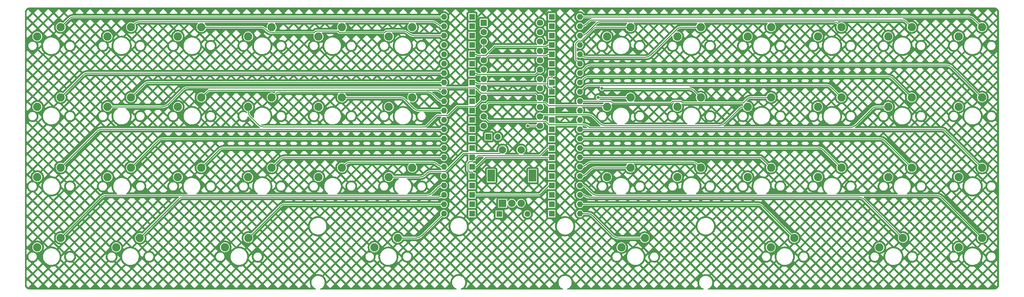
<source format=gbr>
%TF.GenerationSoftware,KiCad,Pcbnew,(6.0.7)*%
%TF.CreationDate,2023-01-10T09:57:20+01:00*%
%TF.ProjectId,skoosk pcb simple,736b6f6f-736b-4207-9063-622073696d70,rev?*%
%TF.SameCoordinates,Original*%
%TF.FileFunction,Copper,L1,Top*%
%TF.FilePolarity,Positive*%
%FSLAX46Y46*%
G04 Gerber Fmt 4.6, Leading zero omitted, Abs format (unit mm)*
G04 Created by KiCad (PCBNEW (6.0.7)) date 2023-01-10 09:57:20*
%MOMM*%
%LPD*%
G01*
G04 APERTURE LIST*
%TA.AperFunction,ComponentPad*%
%ADD10R,1.600000X1.600000*%
%TD*%
%TA.AperFunction,ComponentPad*%
%ADD11O,1.600000X1.600000*%
%TD*%
%TA.AperFunction,ComponentPad*%
%ADD12C,2.250000*%
%TD*%
%TA.AperFunction,ComponentPad*%
%ADD13R,1.752600X1.752600*%
%TD*%
%TA.AperFunction,ComponentPad*%
%ADD14C,1.752600*%
%TD*%
%TA.AperFunction,ComponentPad*%
%ADD15R,2.000000X2.000000*%
%TD*%
%TA.AperFunction,ComponentPad*%
%ADD16C,2.000000*%
%TD*%
%TA.AperFunction,ComponentPad*%
%ADD17R,2.000000X3.200000*%
%TD*%
%TA.AperFunction,ComponentPad*%
%ADD18R,1.700000X1.700000*%
%TD*%
%TA.AperFunction,ComponentPad*%
%ADD19O,1.700000X1.700000*%
%TD*%
%TA.AperFunction,ViaPad*%
%ADD20C,0.800000*%
%TD*%
%TA.AperFunction,Conductor*%
%ADD21C,0.254000*%
%TD*%
G04 APERTURE END LIST*
D10*
%TO.P,D28,1,K*%
%TO.N,ROW5*%
X128270000Y-51689000D03*
D11*
%TO.P,D28,2,A*%
%TO.N,Net-(D28-Pad2)*%
X120650000Y-51689000D03*
%TD*%
D12*
%TO.P,MX30,1,COL*%
%TO.N,COL2*%
X105727500Y-57023000D03*
%TO.P,MX30,2,ROW*%
%TO.N,Net-(D30-Pad2)*%
X112077500Y-54483000D03*
%TD*%
D13*
%TO.P,U1,1,TX0/PD3*%
%TO.N,unconnected-(U1-Pad1)*%
X131445000Y-15194700D03*
D14*
%TO.P,U1,2,RX1/PD2*%
%TO.N,unconnected-(U1-Pad2)*%
X131445000Y-17734700D03*
%TO.P,U1,3,GND*%
%TO.N,GND*%
X131445000Y-20274700D03*
%TO.P,U1,4,GND*%
X131445000Y-22814700D03*
%TO.P,U1,5,2/PD1*%
%TO.N,ROW1*%
X131445000Y-25354700D03*
%TO.P,U1,6,3/PD0*%
%TO.N,ROW3*%
X131445000Y-27894700D03*
%TO.P,U1,7,4/PD4*%
%TO.N,ROW5*%
X131445000Y-30434700D03*
%TO.P,U1,8,5/PC6*%
%TO.N,ROW7*%
X131445000Y-32974700D03*
%TO.P,U1,9,6/PD7*%
%TO.N,COL1*%
X131445000Y-35514700D03*
%TO.P,U1,10,7/PE6*%
%TO.N,COL3*%
X131445000Y-38054700D03*
%TO.P,U1,11,8/PB4*%
%TO.N,COL5*%
X131445000Y-40594700D03*
%TO.P,U1,12,9/PB5*%
%TO.N,rotary_a*%
X131445000Y-43134700D03*
%TO.P,U1,13,10/PB6*%
%TO.N,rotary_b*%
X146685000Y-43134700D03*
%TO.P,U1,14,16/PB2*%
%TO.N,COL4*%
X146685000Y-40594700D03*
%TO.P,U1,15,14/PB3*%
%TO.N,COL2*%
X146685000Y-38054700D03*
%TO.P,U1,16,15/PB1*%
%TO.N,COL0*%
X146685000Y-35514700D03*
%TO.P,U1,17,A0/PF7*%
%TO.N,ROW6*%
X146685000Y-32974700D03*
%TO.P,U1,18,A1/PF6*%
%TO.N,ROW4*%
X146685000Y-30434700D03*
%TO.P,U1,19,A2/PF5*%
%TO.N,ROW2*%
X146685000Y-27894700D03*
%TO.P,U1,20,A3/PF4*%
%TO.N,ROW0*%
X146685000Y-25354700D03*
%TO.P,U1,21,VCC*%
%TO.N,VCC*%
X146685000Y-22814700D03*
%TO.P,U1,22,RST*%
%TO.N,Net-(SW1-Pad2)*%
X146685000Y-20274700D03*
%TO.P,U1,23,GND*%
%TO.N,GND*%
X146685000Y-17734700D03*
%TO.P,U1,24,RAW*%
%TO.N,unconnected-(U1-Pad24)*%
X146685000Y-15194700D03*
%TD*%
D12*
%TO.P,MX16,1,COL*%
%TO.N,COL1*%
X67627500Y-37973000D03*
%TO.P,MX16,2,ROW*%
%TO.N,Net-(D16-Pad2)*%
X73977500Y-35433000D03*
%TD*%
D10*
%TO.P,D3,1,K*%
%TO.N,ROW0*%
X128270000Y-18669000D03*
D11*
%TO.P,D3,2,A*%
%TO.N,Net-(D3-Pad2)*%
X120650000Y-18669000D03*
%TD*%
D12*
%TO.P,MX14,1,COL*%
%TO.N,COL0*%
X29527500Y-37973000D03*
%TO.P,MX14,2,ROW*%
%TO.N,Net-(D14-Pad2)*%
X35877500Y-35433000D03*
%TD*%
%TO.P,MX44,1,COL*%
%TO.N,COL5*%
X260096000Y-76073000D03*
%TO.P,MX44,2,ROW*%
%TO.N,Net-(D44-Pad2)*%
X266446000Y-73533000D03*
%TD*%
%TO.P,MX28,1,COL*%
%TO.N,COL1*%
X67627500Y-57023000D03*
%TO.P,MX28,2,ROW*%
%TO.N,Net-(D28-Pad2)*%
X73977500Y-54483000D03*
%TD*%
D10*
%TO.P,D14,1,K*%
%TO.N,ROW3*%
X128270000Y-31369000D03*
D11*
%TO.P,D14,2,A*%
%TO.N,Net-(D14-Pad2)*%
X120650000Y-31369000D03*
%TD*%
D10*
%TO.P,D43,1,K*%
%TO.N,ROW6*%
X149860000Y-61849000D03*
D11*
%TO.P,D43,2,A*%
%TO.N,Net-(D43-Pad2)*%
X157480000Y-61849000D03*
%TD*%
D12*
%TO.P,MX41,1,COL*%
%TO.N,COL3*%
X168741100Y-76079000D03*
%TO.P,MX41,2,ROW*%
%TO.N,Net-(D41-Pad2)*%
X175091100Y-73539000D03*
%TD*%
D10*
%TO.P,D2,1,K*%
%TO.N,ROW1*%
X128270000Y-16129000D03*
D11*
%TO.P,D2,2,A*%
%TO.N,Net-(D2-Pad2)*%
X120650000Y-16129000D03*
%TD*%
D10*
%TO.P,D23,1,K*%
%TO.N,ROW2*%
X149860000Y-31369000D03*
D11*
%TO.P,D23,2,A*%
%TO.N,Net-(D23-Pad2)*%
X157480000Y-31369000D03*
%TD*%
D12*
%TO.P,MX35,1,COL*%
%TO.N,COL5*%
X241046000Y-57023000D03*
%TO.P,MX35,2,ROW*%
%TO.N,Net-(D35-Pad2)*%
X247396000Y-54483000D03*
%TD*%
%TO.P,MX24,1,COL*%
%TO.N,COL5*%
X260096000Y-37973000D03*
%TO.P,MX24,2,ROW*%
%TO.N,Net-(D24-Pad2)*%
X266446000Y-35433000D03*
%TD*%
%TO.P,MX43,1,COL*%
%TO.N,COL5*%
X238658400Y-76073000D03*
%TO.P,MX43,2,ROW*%
%TO.N,Net-(D43-Pad2)*%
X245008400Y-73533000D03*
%TD*%
D15*
%TO.P,SW2,A,A*%
%TO.N,rotary_a*%
X136565000Y-64146000D03*
D16*
%TO.P,SW2,B,B*%
%TO.N,rotary_b*%
X141565000Y-64146000D03*
%TO.P,SW2,C,C*%
%TO.N,GND*%
X139065000Y-64146000D03*
D17*
%TO.P,SW2,MP*%
%TO.N,N/C*%
X133465000Y-56646000D03*
X144665000Y-56646000D03*
D16*
%TO.P,SW2,S1,S1*%
%TO.N,Net-(D51-Pad2)*%
X141565000Y-49646000D03*
%TO.P,SW2,S2,S2*%
%TO.N,COL2*%
X136565000Y-49646000D03*
%TD*%
D10*
%TO.P,D6,1,K*%
%TO.N,ROW1*%
X128270000Y-26289000D03*
D11*
%TO.P,D6,2,A*%
%TO.N,Net-(D6-Pad2)*%
X120650000Y-26289000D03*
%TD*%
D12*
%TO.P,MX26,1,COL*%
%TO.N,COL0*%
X29527500Y-57023000D03*
%TO.P,MX26,2,ROW*%
%TO.N,Net-(D26-Pad2)*%
X35877500Y-54483000D03*
%TD*%
D10*
%TO.P,D34,1,K*%
%TO.N,ROW5*%
X149860000Y-49149000D03*
D11*
%TO.P,D34,2,A*%
%TO.N,Net-(D34-Pad2)*%
X157480000Y-49149000D03*
%TD*%
D12*
%TO.P,MX7,1,COL*%
%TO.N,COL3*%
X164846000Y-18923000D03*
%TO.P,MX7,2,ROW*%
%TO.N,Net-(D7-Pad2)*%
X171196000Y-16383000D03*
%TD*%
D18*
%TO.P,SW1,1,1*%
%TO.N,GND*%
X132710000Y-46101000D03*
D19*
%TO.P,SW1,2,2*%
%TO.N,Net-(SW1-Pad2)*%
X135250000Y-46101000D03*
%TD*%
D12*
%TO.P,MX5,1,COL*%
%TO.N,COL2*%
X86677500Y-18923000D03*
%TO.P,MX5,2,ROW*%
%TO.N,Net-(D5-Pad2)*%
X93027500Y-16383000D03*
%TD*%
D10*
%TO.P,D5,1,K*%
%TO.N,ROW0*%
X128270000Y-23749000D03*
D11*
%TO.P,D5,2,A*%
%TO.N,Net-(D5-Pad2)*%
X120650000Y-23749000D03*
%TD*%
D12*
%TO.P,MX15,1,COL*%
%TO.N,COL1*%
X48577500Y-37973000D03*
%TO.P,MX15,2,ROW*%
%TO.N,Net-(D15-Pad2)*%
X54927500Y-35433000D03*
%TD*%
D10*
%TO.P,D40,1,K*%
%TO.N,ROW7*%
X128270000Y-66929000D03*
D11*
%TO.P,D40,2,A*%
%TO.N,Net-(D40-Pad2)*%
X120650000Y-66929000D03*
%TD*%
D10*
%TO.P,D4,1,K*%
%TO.N,ROW1*%
X128270000Y-21209000D03*
D11*
%TO.P,D4,2,A*%
%TO.N,Net-(D4-Pad2)*%
X120650000Y-21209000D03*
%TD*%
D10*
%TO.P,D24,1,K*%
%TO.N,ROW3*%
X149860000Y-28829000D03*
D11*
%TO.P,D24,2,A*%
%TO.N,Net-(D24-Pad2)*%
X157480000Y-28829000D03*
%TD*%
D12*
%TO.P,MX18,1,COL*%
%TO.N,COL2*%
X105727500Y-37973000D03*
%TO.P,MX18,2,ROW*%
%TO.N,Net-(D18-Pad2)*%
X112077500Y-35433000D03*
%TD*%
%TO.P,MX21,1,COL*%
%TO.N,COL4*%
X202946000Y-37973000D03*
%TO.P,MX21,2,ROW*%
%TO.N,Net-(D21-Pad2)*%
X209296000Y-35433000D03*
%TD*%
D10*
%TO.P,D39,1,K*%
%TO.N,ROW6*%
X128270000Y-64389000D03*
D11*
%TO.P,D39,2,A*%
%TO.N,Net-(D39-Pad2)*%
X120650000Y-64389000D03*
%TD*%
D12*
%TO.P,MX11,1,COL*%
%TO.N,COL5*%
X241046000Y-18923000D03*
%TO.P,MX11,2,ROW*%
%TO.N,Net-(D11-Pad2)*%
X247396000Y-16383000D03*
%TD*%
D10*
%TO.P,D27,1,K*%
%TO.N,ROW4*%
X128270000Y-49149000D03*
D11*
%TO.P,D27,2,A*%
%TO.N,Net-(D27-Pad2)*%
X120650000Y-49149000D03*
%TD*%
D10*
%TO.P,D30,1,K*%
%TO.N,ROW5*%
X128270000Y-56769000D03*
D11*
%TO.P,D30,2,A*%
%TO.N,Net-(D30-Pad2)*%
X120650000Y-56769000D03*
%TD*%
D10*
%TO.P,D22,1,K*%
%TO.N,ROW3*%
X149860000Y-33909000D03*
D11*
%TO.P,D22,2,A*%
%TO.N,Net-(D22-Pad2)*%
X157480000Y-33909000D03*
%TD*%
D10*
%TO.P,D18,1,K*%
%TO.N,ROW3*%
X128270000Y-41529000D03*
D11*
%TO.P,D18,2,A*%
%TO.N,Net-(D18-Pad2)*%
X120650000Y-41529000D03*
%TD*%
D12*
%TO.P,MX40,1,COL*%
%TO.N,COL2*%
X101803200Y-76073000D03*
%TO.P,MX40,2,ROW*%
%TO.N,Net-(D40-Pad2)*%
X108153200Y-73533000D03*
%TD*%
D10*
%TO.P,D21,1,K*%
%TO.N,ROW2*%
X149860000Y-36449000D03*
D11*
%TO.P,D21,2,A*%
%TO.N,Net-(D21-Pad2)*%
X157480000Y-36449000D03*
%TD*%
D10*
%TO.P,D36,1,K*%
%TO.N,ROW5*%
X149860000Y-44069000D03*
D11*
%TO.P,D36,2,A*%
%TO.N,Net-(D36-Pad2)*%
X157480000Y-44069000D03*
%TD*%
D12*
%TO.P,MX10,1,COL*%
%TO.N,COL4*%
X221996000Y-18923000D03*
%TO.P,MX10,2,ROW*%
%TO.N,Net-(D10-Pad2)*%
X228346000Y-16383000D03*
%TD*%
D10*
%TO.P,D31,1,K*%
%TO.N,ROW4*%
X149860000Y-56769000D03*
D11*
%TO.P,D31,2,A*%
%TO.N,Net-(D31-Pad2)*%
X157480000Y-56769000D03*
%TD*%
D10*
%TO.P,D32,1,K*%
%TO.N,ROW5*%
X149860000Y-54229000D03*
D11*
%TO.P,D32,2,A*%
%TO.N,Net-(D32-Pad2)*%
X157480000Y-54229000D03*
%TD*%
D12*
%TO.P,MX4,1,COL*%
%TO.N,COL1*%
X67627500Y-18923000D03*
%TO.P,MX4,2,ROW*%
%TO.N,Net-(D4-Pad2)*%
X73977500Y-16383000D03*
%TD*%
%TO.P,MX32,1,COL*%
%TO.N,COL3*%
X183896000Y-57023000D03*
%TO.P,MX32,2,ROW*%
%TO.N,Net-(D32-Pad2)*%
X190246000Y-54483000D03*
%TD*%
%TO.P,MX22,1,COL*%
%TO.N,COL4*%
X221996000Y-37973000D03*
%TO.P,MX22,2,ROW*%
%TO.N,Net-(D22-Pad2)*%
X228346000Y-35433000D03*
%TD*%
D10*
%TO.P,D35,1,K*%
%TO.N,ROW4*%
X149860000Y-46609000D03*
D11*
%TO.P,D35,2,A*%
%TO.N,Net-(D35-Pad2)*%
X157480000Y-46609000D03*
%TD*%
D10*
%TO.P,D12,1,K*%
%TO.N,ROW1*%
X149860000Y-13589000D03*
D11*
%TO.P,D12,2,A*%
%TO.N,Net-(D12-Pad2)*%
X157480000Y-13589000D03*
%TD*%
D12*
%TO.P,MX27,1,COL*%
%TO.N,COL1*%
X48577500Y-57023000D03*
%TO.P,MX27,2,ROW*%
%TO.N,Net-(D27-Pad2)*%
X54927500Y-54483000D03*
%TD*%
%TO.P,MX36,1,COL*%
%TO.N,COL5*%
X260096000Y-57023000D03*
%TO.P,MX36,2,ROW*%
%TO.N,Net-(D36-Pad2)*%
X266446000Y-54483000D03*
%TD*%
D10*
%TO.P,D9,1,K*%
%TO.N,ROW0*%
X149860000Y-21209000D03*
D11*
%TO.P,D9,2,A*%
%TO.N,Net-(D9-Pad2)*%
X157480000Y-21209000D03*
%TD*%
D12*
%TO.P,MX20,1,COL*%
%TO.N,COL3*%
X183896000Y-37973000D03*
%TO.P,MX20,2,ROW*%
%TO.N,Net-(D20-Pad2)*%
X190246000Y-35433000D03*
%TD*%
D10*
%TO.P,D15,1,K*%
%TO.N,ROW2*%
X128270000Y-33909000D03*
D11*
%TO.P,D15,2,A*%
%TO.N,Net-(D15-Pad2)*%
X120650000Y-33909000D03*
%TD*%
D10*
%TO.P,D51,1,K*%
%TO.N,ROW6*%
X135636000Y-67056000D03*
D11*
%TO.P,D51,2,A*%
%TO.N,Net-(D51-Pad2)*%
X143256000Y-67056000D03*
%TD*%
D10*
%TO.P,D7,1,K*%
%TO.N,ROW0*%
X149860000Y-26289000D03*
D11*
%TO.P,D7,2,A*%
%TO.N,Net-(D7-Pad2)*%
X157480000Y-26289000D03*
%TD*%
D12*
%TO.P,MX25,1,COL*%
%TO.N,COL0*%
X10477500Y-57023000D03*
%TO.P,MX25,2,ROW*%
%TO.N,Net-(D25-Pad2)*%
X16827500Y-54483000D03*
%TD*%
D10*
%TO.P,D33,1,K*%
%TO.N,ROW4*%
X149860000Y-51689000D03*
D11*
%TO.P,D33,2,A*%
%TO.N,Net-(D33-Pad2)*%
X157480000Y-51689000D03*
%TD*%
D10*
%TO.P,D17,1,K*%
%TO.N,ROW2*%
X128270000Y-38989000D03*
D11*
%TO.P,D17,2,A*%
%TO.N,Net-(D17-Pad2)*%
X120650000Y-38989000D03*
%TD*%
D10*
%TO.P,D16,1,K*%
%TO.N,ROW3*%
X128270000Y-36449000D03*
D11*
%TO.P,D16,2,A*%
%TO.N,Net-(D16-Pad2)*%
X120650000Y-36449000D03*
%TD*%
D12*
%TO.P,MX42,1,COL*%
%TO.N,COL4*%
X209219800Y-76073000D03*
%TO.P,MX42,2,ROW*%
%TO.N,Net-(D42-Pad2)*%
X215569800Y-73533000D03*
%TD*%
%TO.P,MX33,1,COL*%
%TO.N,COL4*%
X202946000Y-57023000D03*
%TO.P,MX33,2,ROW*%
%TO.N,Net-(D33-Pad2)*%
X209296000Y-54483000D03*
%TD*%
%TO.P,MX38,1,COL*%
%TO.N,COL0*%
X31902400Y-76073000D03*
%TO.P,MX38,2,ROW*%
%TO.N,Net-(D38-Pad2)*%
X38252400Y-73533000D03*
%TD*%
%TO.P,MX13,1,COL*%
%TO.N,COL0*%
X10477500Y-37973000D03*
%TO.P,MX13,2,ROW*%
%TO.N,Net-(D13-Pad2)*%
X16827500Y-35433000D03*
%TD*%
D10*
%TO.P,D42,1,K*%
%TO.N,ROW7*%
X149860000Y-64389000D03*
D11*
%TO.P,D42,2,A*%
%TO.N,Net-(D42-Pad2)*%
X157480000Y-64389000D03*
%TD*%
D12*
%TO.P,MX6,1,COL*%
%TO.N,COL2*%
X105727500Y-18923000D03*
%TO.P,MX6,2,ROW*%
%TO.N,Net-(D6-Pad2)*%
X112077500Y-16383000D03*
%TD*%
%TO.P,MX3,1,COL*%
%TO.N,COL1*%
X48577500Y-18923000D03*
%TO.P,MX3,2,ROW*%
%TO.N,Net-(D3-Pad2)*%
X54927500Y-16383000D03*
%TD*%
%TO.P,MX2,1,COL*%
%TO.N,COL0*%
X29527500Y-18923000D03*
%TO.P,MX2,2,ROW*%
%TO.N,Net-(D2-Pad2)*%
X35877500Y-16383000D03*
%TD*%
%TO.P,MX17,1,COL*%
%TO.N,COL2*%
X86677500Y-37973000D03*
%TO.P,MX17,2,ROW*%
%TO.N,Net-(D17-Pad2)*%
X93027500Y-35433000D03*
%TD*%
D10*
%TO.P,D11,1,K*%
%TO.N,ROW0*%
X149860000Y-16129000D03*
D11*
%TO.P,D11,2,A*%
%TO.N,Net-(D11-Pad2)*%
X157480000Y-16129000D03*
%TD*%
D12*
%TO.P,MX1,1,COL*%
%TO.N,COL0*%
X10477500Y-18923000D03*
%TO.P,MX1,2,ROW*%
%TO.N,Net-(D1-Pad2)*%
X16827500Y-16383000D03*
%TD*%
D10*
%TO.P,D25,1,K*%
%TO.N,ROW4*%
X128270000Y-44069000D03*
D11*
%TO.P,D25,2,A*%
%TO.N,Net-(D25-Pad2)*%
X120650000Y-44069000D03*
%TD*%
D12*
%TO.P,MX37,1,COL*%
%TO.N,COL0*%
X10477500Y-76073000D03*
%TO.P,MX37,2,ROW*%
%TO.N,Net-(D37-Pad2)*%
X16827500Y-73533000D03*
%TD*%
%TO.P,MX39,1,COL*%
%TO.N,COL1*%
X61315600Y-76073000D03*
%TO.P,MX39,2,ROW*%
%TO.N,Net-(D39-Pad2)*%
X67665600Y-73533000D03*
%TD*%
D10*
%TO.P,D19,1,K*%
%TO.N,ROW2*%
X149860000Y-41529000D03*
D11*
%TO.P,D19,2,A*%
%TO.N,Net-(D19-Pad2)*%
X157480000Y-41529000D03*
%TD*%
D10*
%TO.P,D8,1,K*%
%TO.N,ROW1*%
X149860000Y-23749000D03*
D11*
%TO.P,D8,2,A*%
%TO.N,Net-(D8-Pad2)*%
X157480000Y-23749000D03*
%TD*%
D12*
%TO.P,MX23,1,COL*%
%TO.N,COL5*%
X241046000Y-37973000D03*
%TO.P,MX23,2,ROW*%
%TO.N,Net-(D23-Pad2)*%
X247396000Y-35433000D03*
%TD*%
D10*
%TO.P,D44,1,K*%
%TO.N,ROW7*%
X149860000Y-59309000D03*
D11*
%TO.P,D44,2,A*%
%TO.N,Net-(D44-Pad2)*%
X157480000Y-59309000D03*
%TD*%
D12*
%TO.P,MX9,1,COL*%
%TO.N,COL4*%
X202946000Y-18923000D03*
%TO.P,MX9,2,ROW*%
%TO.N,Net-(D9-Pad2)*%
X209296000Y-16383000D03*
%TD*%
D10*
%TO.P,D20,1,K*%
%TO.N,ROW3*%
X149860000Y-38989000D03*
D11*
%TO.P,D20,2,A*%
%TO.N,Net-(D20-Pad2)*%
X157480000Y-38989000D03*
%TD*%
D12*
%TO.P,MX34,1,COL*%
%TO.N,COL4*%
X221996000Y-57023000D03*
%TO.P,MX34,2,ROW*%
%TO.N,Net-(D34-Pad2)*%
X228346000Y-54483000D03*
%TD*%
D10*
%TO.P,D26,1,K*%
%TO.N,ROW5*%
X128270000Y-46609000D03*
D11*
%TO.P,D26,2,A*%
%TO.N,Net-(D26-Pad2)*%
X120650000Y-46609000D03*
%TD*%
D10*
%TO.P,D1,1,K*%
%TO.N,ROW0*%
X128270000Y-13589000D03*
D11*
%TO.P,D1,2,A*%
%TO.N,Net-(D1-Pad2)*%
X120650000Y-13589000D03*
%TD*%
D10*
%TO.P,D13,1,K*%
%TO.N,ROW2*%
X128270000Y-28829000D03*
D11*
%TO.P,D13,2,A*%
%TO.N,Net-(D13-Pad2)*%
X120650000Y-28829000D03*
%TD*%
D12*
%TO.P,MX19,1,COL*%
%TO.N,COL3*%
X164846000Y-37973000D03*
%TO.P,MX19,2,ROW*%
%TO.N,Net-(D19-Pad2)*%
X171196000Y-35433000D03*
%TD*%
D10*
%TO.P,D29,1,K*%
%TO.N,ROW4*%
X128270000Y-54229000D03*
D11*
%TO.P,D29,2,A*%
%TO.N,Net-(D29-Pad2)*%
X120650000Y-54229000D03*
%TD*%
D12*
%TO.P,MX12,1,COL*%
%TO.N,COL5*%
X260096000Y-18923000D03*
%TO.P,MX12,2,ROW*%
%TO.N,Net-(D12-Pad2)*%
X266446000Y-16383000D03*
%TD*%
D10*
%TO.P,D10,1,K*%
%TO.N,ROW1*%
X149860000Y-18669000D03*
D11*
%TO.P,D10,2,A*%
%TO.N,Net-(D10-Pad2)*%
X157480000Y-18669000D03*
%TD*%
D10*
%TO.P,D41,1,K*%
%TO.N,ROW6*%
X149860000Y-66929000D03*
D11*
%TO.P,D41,2,A*%
%TO.N,Net-(D41-Pad2)*%
X157480000Y-66929000D03*
%TD*%
D12*
%TO.P,MX31,1,COL*%
%TO.N,COL3*%
X164846000Y-57023000D03*
%TO.P,MX31,2,ROW*%
%TO.N,Net-(D31-Pad2)*%
X171196000Y-54483000D03*
%TD*%
D10*
%TO.P,D37,1,K*%
%TO.N,ROW6*%
X128270000Y-59309000D03*
D11*
%TO.P,D37,2,A*%
%TO.N,Net-(D37-Pad2)*%
X120650000Y-59309000D03*
%TD*%
D12*
%TO.P,MX29,1,COL*%
%TO.N,COL2*%
X86677500Y-57023000D03*
%TO.P,MX29,2,ROW*%
%TO.N,Net-(D29-Pad2)*%
X93027500Y-54483000D03*
%TD*%
%TO.P,MX8,1,COL*%
%TO.N,COL3*%
X183896000Y-18923000D03*
%TO.P,MX8,2,ROW*%
%TO.N,Net-(D8-Pad2)*%
X190246000Y-16383000D03*
%TD*%
D10*
%TO.P,D38,1,K*%
%TO.N,ROW7*%
X128270000Y-61849000D03*
D11*
%TO.P,D38,2,A*%
%TO.N,Net-(D38-Pad2)*%
X120650000Y-61849000D03*
%TD*%
D20*
%TO.N,Net-(D19-Pad2)*%
X162433000Y-35433000D03*
%TO.N,Net-(D20-Pad2)*%
X163449000Y-33020000D03*
%TO.N,rotary_b*%
X143373800Y-43134700D03*
%TD*%
D21*
%TO.N,COL0*%
X45826587Y-37387213D02*
X49846214Y-33367586D01*
X51260427Y-32781800D02*
X129251000Y-32781800D01*
X129251000Y-32781800D02*
X130713900Y-34244700D01*
X130713900Y-34244700D02*
X145415000Y-34244700D01*
X29527500Y-37973000D02*
X44412373Y-37973000D01*
X145415000Y-34244700D02*
X146685000Y-35514700D01*
X45826601Y-37387227D02*
G75*
G02*
X44412373Y-37973000I-1414201J1414227D01*
G01*
X51260427Y-32781820D02*
G75*
G03*
X49846215Y-33367587I-27J-1999980D01*
G01*
%TO.N,ROW0*%
X148397200Y-21544700D02*
X148732900Y-21209000D01*
X149860000Y-21209000D02*
X148732900Y-21209000D01*
X134417000Y-21544700D02*
X148397200Y-21544700D01*
X129397100Y-23749000D02*
X129676200Y-24028100D01*
X128270000Y-23749000D02*
X129397100Y-23749000D01*
X129676200Y-24028100D02*
X131933600Y-24028100D01*
X131933600Y-24028100D02*
X134417000Y-21544700D01*
%TO.N,Net-(D1-Pad2)*%
X19035713Y-14174787D02*
X16827500Y-16383000D01*
X120650000Y-13589000D02*
X20449927Y-13589000D01*
X19035699Y-14174773D02*
G75*
G02*
X20449927Y-13589000I1414201J-1414227D01*
G01*
%TO.N,COL1*%
X121777200Y-40259000D02*
X124174400Y-37861800D01*
X71790227Y-43434000D02*
X115607700Y-43434000D01*
X129097900Y-37861800D02*
X131445000Y-35514700D01*
X68213287Y-40685487D02*
X70376014Y-42848214D01*
X67627500Y-37973000D02*
X67627500Y-39271273D01*
X124174400Y-37861800D02*
X129097900Y-37861800D01*
X118782700Y-40259000D02*
X121777200Y-40259000D01*
X115607700Y-43434000D02*
X118782700Y-40259000D01*
X68213273Y-40685501D02*
G75*
G02*
X67627500Y-39271273I1414227J1414201D01*
G01*
X71790227Y-43433980D02*
G75*
G02*
X70376015Y-42848213I-27J1999980D01*
G01*
%TO.N,ROW1*%
X132715000Y-24084700D02*
X131445000Y-25354700D01*
X149860000Y-23749000D02*
X148732900Y-23749000D01*
X148397200Y-24084700D02*
X132715000Y-24084700D01*
X148732900Y-23749000D02*
X148397200Y-24084700D01*
%TO.N,Net-(D2-Pad2)*%
X120650000Y-16129000D02*
X120351327Y-16129000D01*
X38196127Y-14892800D02*
X117458273Y-14892800D01*
X118872487Y-15478587D02*
X118937114Y-15543214D01*
X35877500Y-16383000D02*
X36781914Y-15478586D01*
X118937100Y-15543228D02*
G75*
G03*
X120351327Y-16129000I1414200J1414228D01*
G01*
X117458273Y-14892820D02*
G75*
G02*
X118872486Y-15478588I27J-1999980D01*
G01*
X38196127Y-14892820D02*
G75*
G03*
X36781915Y-15478587I-27J-1999980D01*
G01*
%TO.N,COL2*%
X121041000Y-55499000D02*
X125978200Y-50561800D01*
X125978200Y-50561800D02*
X135649200Y-50561800D01*
X105727500Y-57023000D02*
X114140873Y-57023000D01*
X115555087Y-56437213D02*
X115907514Y-56084786D01*
X135649200Y-50561800D02*
X136565000Y-49646000D01*
X117321727Y-55499000D02*
X121041000Y-55499000D01*
X115555101Y-56437227D02*
G75*
G02*
X114140873Y-57023000I-1414201J1414227D01*
G01*
X117321727Y-55499020D02*
G75*
G03*
X115907515Y-56084787I-27J-1999980D01*
G01*
%TO.N,Net-(D3-Pad2)*%
X91877800Y-17434900D02*
X92314700Y-17871800D01*
X104521900Y-17871800D02*
X104958800Y-17434900D01*
X74093127Y-17871800D02*
X85471900Y-17871800D01*
X72361687Y-16968787D02*
X72678914Y-17286014D01*
X112504027Y-18669000D02*
X120650000Y-18669000D01*
X85908800Y-17434900D02*
X91877800Y-17434900D01*
X104958800Y-17434900D02*
X109613073Y-17434900D01*
X85471900Y-17871800D02*
X85908800Y-17434900D01*
X111027287Y-18020687D02*
X111089814Y-18083214D01*
X54927500Y-16383000D02*
X70947473Y-16383000D01*
X92314700Y-17871800D02*
X104521900Y-17871800D01*
X111089800Y-18083228D02*
G75*
G03*
X112504027Y-18669000I1414200J1414228D01*
G01*
X74093127Y-17871780D02*
G75*
G02*
X72678915Y-17286013I-27J1999980D01*
G01*
X70947473Y-16383020D02*
G75*
G02*
X72361686Y-16968788I27J-1999980D01*
G01*
X111027301Y-18020673D02*
G75*
G03*
X109613073Y-17434900I-1414201J-1414227D01*
G01*
%TO.N,COL3*%
X164846000Y-37973000D02*
X164497700Y-37624700D01*
X164497700Y-37624700D02*
X148881500Y-37624700D01*
X148881500Y-37624700D02*
X148094000Y-36837200D01*
X132662500Y-36837200D02*
X131445000Y-38054700D01*
X148094000Y-36837200D02*
X132662500Y-36837200D01*
%TO.N,COL4*%
X201996427Y-37973000D02*
X202946000Y-37973000D01*
X196673787Y-42467213D02*
X200582214Y-38558786D01*
X161097987Y-40701987D02*
X162863214Y-42467214D01*
X147163500Y-40116200D02*
X159683773Y-40116200D01*
X164277427Y-43053000D02*
X195259573Y-43053000D01*
X146685000Y-40594700D02*
X147163500Y-40116200D01*
X201996427Y-37973020D02*
G75*
G03*
X200582215Y-38558787I-27J-1999980D01*
G01*
X161098001Y-40701973D02*
G75*
G03*
X159683773Y-40116200I-1414201J-1414227D01*
G01*
X195259573Y-43052980D02*
G75*
G03*
X196673786Y-42467212I27J1999980D01*
G01*
X162863200Y-42467228D02*
G75*
G03*
X164277427Y-43053000I1414200J1414228D01*
G01*
%TO.N,Net-(D7-Pad2)*%
X157013181Y-20082000D02*
X156353000Y-20742181D01*
X171196000Y-16383000D02*
X162363579Y-16383000D01*
X160949365Y-16968787D02*
X157836152Y-20082000D01*
X157836152Y-20082000D02*
X157013181Y-20082000D01*
X156353000Y-20742181D02*
X156353000Y-25162000D01*
X156353000Y-25162000D02*
X157480000Y-26289000D01*
X162363579Y-16382986D02*
G75*
G03*
X160949366Y-16968788I21J-2000014D01*
G01*
%TO.N,Net-(D8-Pad2)*%
X176696788Y-23963212D02*
X183691214Y-16968786D01*
X185105427Y-16383000D02*
X190246000Y-16383000D01*
X157480000Y-23749000D02*
X157694213Y-23963213D01*
X159108426Y-24548999D02*
X175282574Y-24548999D01*
X157694200Y-23963226D02*
G75*
G03*
X159108426Y-24548999I1414200J1414226D01*
G01*
X185105427Y-16383020D02*
G75*
G03*
X183691215Y-16968787I-27J-1999980D01*
G01*
X176696801Y-23963225D02*
G75*
G02*
X175282574Y-24548999I-1414201J1414225D01*
G01*
%TO.N,COL5*%
X131445000Y-40594700D02*
X132715000Y-41864700D01*
X232110087Y-43029213D02*
X236580514Y-38558786D01*
X160074000Y-43615000D02*
X230695873Y-43615000D01*
X132715000Y-41864700D02*
X148124800Y-41864700D01*
X237994727Y-37973000D02*
X241046000Y-37973000D01*
X159888687Y-43429687D02*
X160074000Y-43615000D01*
X149104000Y-42843900D02*
X158474473Y-42843900D01*
X148124800Y-41864700D02*
X149104000Y-42843900D01*
X158474473Y-42843920D02*
G75*
G02*
X159888686Y-43429688I27J-1999980D01*
G01*
X232110101Y-43029227D02*
G75*
G02*
X230695873Y-43615000I-1414201J1414227D01*
G01*
X236580500Y-38558772D02*
G75*
G02*
X237994727Y-37973000I1414200J-1414228D01*
G01*
%TO.N,Net-(D10-Pad2)*%
X159192887Y-18083213D02*
X161800714Y-15475386D01*
X157480000Y-18669000D02*
X157778673Y-18669000D01*
X227438387Y-15475387D02*
X228346000Y-16383000D01*
X163214927Y-14889600D02*
X226024173Y-14889600D01*
X159192901Y-18083227D02*
G75*
G02*
X157778673Y-18669000I-1414201J1414227D01*
G01*
X161800700Y-15475372D02*
G75*
G02*
X163214927Y-14889600I1414200J-1414228D01*
G01*
X227438401Y-15475373D02*
G75*
G03*
X226024173Y-14889600I-1414201J-1414227D01*
G01*
%TO.N,Net-(D11-Pad2)*%
X157480000Y-16129000D02*
X157778673Y-16129000D01*
X159192887Y-15543213D02*
X159719314Y-15016786D01*
X246029787Y-15016787D02*
X247396000Y-16383000D01*
X161133527Y-14431000D02*
X244615573Y-14431000D01*
X244615573Y-14431020D02*
G75*
G02*
X246029786Y-15016788I27J-1999980D01*
G01*
X161133527Y-14431020D02*
G75*
G03*
X159719315Y-15016787I-27J-1999980D01*
G01*
X157778673Y-16128980D02*
G75*
G03*
X159192886Y-15543212I27J1999980D01*
G01*
%TO.N,Net-(D12-Pad2)*%
X262823573Y-13589000D02*
X157480000Y-13589000D01*
X266446000Y-16383000D02*
X264237786Y-14174786D01*
X264237800Y-14174772D02*
G75*
G03*
X262823573Y-13589000I-1414200J-1414228D01*
G01*
%TO.N,Net-(D13-Pad2)*%
X120650000Y-28829000D02*
X24259927Y-28829000D01*
X22845713Y-29414787D02*
X16827500Y-35433000D01*
X24259927Y-28829020D02*
G75*
G03*
X22845714Y-29414788I-27J-1999980D01*
G01*
%TO.N,Net-(D14-Pad2)*%
X39355713Y-31954787D02*
X35877500Y-35433000D01*
X120650000Y-31369000D02*
X40769927Y-31369000D01*
X40769927Y-31369020D02*
G75*
G03*
X39355714Y-31954788I-27J-1999980D01*
G01*
%TO.N,Net-(D15-Pad2)*%
X120650000Y-33909000D02*
X119522900Y-33909000D01*
X56269313Y-34091187D02*
X54927500Y-35433000D01*
X119119300Y-33505400D02*
X57683527Y-33505400D01*
X119522900Y-33909000D02*
X119119300Y-33505400D01*
X56269299Y-34091173D02*
G75*
G02*
X57683527Y-33505400I1414201J-1414227D01*
G01*
%TO.N,Net-(D16-Pad2)*%
X116212473Y-33967000D02*
X76271927Y-33967000D01*
X74857713Y-34552787D02*
X73977500Y-35433000D01*
X118937113Y-35863213D02*
X117626686Y-34552786D01*
X120650000Y-36449000D02*
X120351327Y-36449000D01*
X120351327Y-36448980D02*
G75*
G02*
X118937114Y-35863212I-27J1999980D01*
G01*
X74857699Y-34552773D02*
G75*
G02*
X76271927Y-33967000I1414201J-1414227D01*
G01*
X117626700Y-34552772D02*
G75*
G03*
X116212473Y-33967000I-1414200J-1414228D01*
G01*
%TO.N,Net-(D17-Pad2)*%
X113931627Y-38989000D02*
X120650000Y-38989000D01*
X110132987Y-36018787D02*
X112517414Y-38403214D01*
X93027500Y-35433000D02*
X108718773Y-35433000D01*
X113931627Y-38988980D02*
G75*
G02*
X112517415Y-38403213I-27J1999980D01*
G01*
X110133001Y-36018773D02*
G75*
G03*
X108718773Y-35433000I-1414201J-1414227D01*
G01*
%TO.N,Net-(D19-Pad2)*%
X171196000Y-35433000D02*
X162433000Y-35433000D01*
%TO.N,Net-(D20-Pad2)*%
X187004573Y-33020000D02*
X163449000Y-33020000D01*
X190246000Y-35433000D02*
X188418786Y-33605786D01*
X187004573Y-33020020D02*
G75*
G02*
X188418785Y-33605787I27J-1999980D01*
G01*
%TO.N,Net-(D21-Pad2)*%
X166349700Y-36936700D02*
X182160900Y-36936700D01*
X182160900Y-36936700D02*
X182604500Y-36493100D01*
X185352100Y-36889100D02*
X201739300Y-36889100D01*
X165862000Y-36449000D02*
X166349700Y-36936700D01*
X182604500Y-36493100D02*
X184956100Y-36493100D01*
X204023827Y-35433000D02*
X209296000Y-35433000D01*
X201739300Y-36889100D02*
X202609614Y-36018786D01*
X184956100Y-36493100D02*
X185352100Y-36889100D01*
X157480000Y-36449000D02*
X165862000Y-36449000D01*
X204023827Y-35433020D02*
G75*
G03*
X202609615Y-36018787I-27J-1999980D01*
G01*
%TO.N,Net-(D22-Pad2)*%
X224215573Y-32131000D02*
X160086427Y-32131000D01*
X158672213Y-32716787D02*
X157480000Y-33909000D01*
X228346000Y-35433000D02*
X225629786Y-32716786D01*
X224215573Y-32131020D02*
G75*
G02*
X225629785Y-32716787I27J-1999980D01*
G01*
X158672199Y-32716773D02*
G75*
G02*
X160086427Y-32131000I1414201J-1414227D01*
G01*
%TO.N,Net-(D23-Pad2)*%
X247396000Y-35433000D02*
X242266786Y-30303786D01*
X158545213Y-30303787D02*
X157480000Y-31369000D01*
X240852573Y-29718000D02*
X159959427Y-29718000D01*
X240852573Y-29718020D02*
G75*
G02*
X242266785Y-30303787I27J-1999980D01*
G01*
X158545199Y-30303773D02*
G75*
G02*
X159959427Y-29718000I1414201J-1414227D01*
G01*
%TO.N,Net-(D24-Pad2)*%
X160467427Y-26670000D02*
X256854573Y-26670000D01*
X258268787Y-27255787D02*
X266446000Y-35433000D01*
X157480000Y-28829000D02*
X159053214Y-27255786D01*
X160467427Y-26670020D02*
G75*
G03*
X159053215Y-27255787I-27J-1999980D01*
G01*
X256854573Y-26670020D02*
G75*
G02*
X258268786Y-27255788I27J-1999980D01*
G01*
%TO.N,Net-(D25-Pad2)*%
X120650000Y-44069000D02*
X28069927Y-44069000D01*
X26655713Y-44654787D02*
X16827500Y-54483000D01*
X28069927Y-44069020D02*
G75*
G03*
X26655714Y-44654788I-27J-1999980D01*
G01*
%TO.N,Net-(D26-Pad2)*%
X43165713Y-47194787D02*
X35877500Y-54483000D01*
X120650000Y-46609000D02*
X44579927Y-46609000D01*
X44579927Y-46609020D02*
G75*
G03*
X43165714Y-47194788I-27J-1999980D01*
G01*
%TO.N,Net-(D27-Pad2)*%
X54927500Y-54483000D02*
X59675714Y-49734786D01*
X61089927Y-49149000D02*
X120650000Y-49149000D01*
X59675700Y-49734772D02*
G75*
G02*
X61089927Y-49149000I1414200J-1414228D01*
G01*
%TO.N,Net-(D28-Pad2)*%
X77599927Y-51689000D02*
X120650000Y-51689000D01*
X73977500Y-54483000D02*
X76185714Y-52274786D01*
X77599927Y-51689020D02*
G75*
G03*
X76185715Y-52274787I-27J-1999980D01*
G01*
%TO.N,Net-(D29-Pad2)*%
X118872487Y-53578587D02*
X118937114Y-53643214D01*
X95346127Y-52992800D02*
X117458273Y-52992800D01*
X93027500Y-54483000D02*
X93931914Y-53578586D01*
X120650000Y-54229000D02*
X120351327Y-54229000D01*
X118872501Y-53578573D02*
G75*
G03*
X117458273Y-52992800I-1414201J-1414227D01*
G01*
X95346127Y-52992820D02*
G75*
G03*
X93931915Y-53578587I-27J-1999980D01*
G01*
X120351327Y-54228980D02*
G75*
G02*
X118937115Y-53643213I-27J1999980D01*
G01*
%TO.N,Net-(D31-Pad2)*%
X157480000Y-56769000D02*
X157778673Y-56769000D01*
X171196000Y-54483000D02*
X161721527Y-54483000D01*
X160307313Y-55068787D02*
X159192886Y-56183214D01*
X160307299Y-55068773D02*
G75*
G02*
X161721527Y-54483000I1414201J-1414227D01*
G01*
X159192900Y-56183228D02*
G75*
G02*
X157778673Y-56769000I-1414200J1414228D01*
G01*
%TO.N,Net-(D32-Pad2)*%
X187927373Y-52992800D02*
X160671727Y-52992800D01*
X190246000Y-54483000D02*
X189341586Y-53578586D01*
X157480000Y-54229000D02*
X157778673Y-54229000D01*
X159257513Y-53578587D02*
X159192886Y-53643214D01*
X159192900Y-53643228D02*
G75*
G02*
X157778673Y-54229000I-1414200J1414228D01*
G01*
X160671727Y-52992820D02*
G75*
G03*
X159257514Y-53578588I-27J-1999980D01*
G01*
X189341600Y-53578572D02*
G75*
G03*
X187927373Y-52992800I-1414200J-1414228D01*
G01*
%TO.N,Net-(D33-Pad2)*%
X206502000Y-51689000D02*
X157480000Y-51689000D01*
X209296000Y-54483000D02*
X206502000Y-51689000D01*
%TO.N,Net-(D34-Pad2)*%
X222183573Y-49149000D02*
X157480000Y-49149000D01*
X228346000Y-54483000D02*
X223597786Y-49734786D01*
X223597800Y-49734772D02*
G75*
G03*
X222183573Y-49149000I-1414200J-1414228D01*
G01*
%TO.N,Net-(D35-Pad2)*%
X240107787Y-47194787D02*
X247396000Y-54483000D01*
X157480000Y-46609000D02*
X238693573Y-46609000D01*
X240107801Y-47194773D02*
G75*
G03*
X238693573Y-46609000I-1414201J-1414227D01*
G01*
%TO.N,Net-(D36-Pad2)*%
X255203573Y-44069000D02*
X157480000Y-44069000D01*
X266446000Y-54483000D02*
X256617786Y-44654786D01*
X256617800Y-44654772D02*
G75*
G03*
X255203573Y-44069000I-1414200J-1414228D01*
G01*
%TO.N,Net-(D37-Pad2)*%
X29204977Y-61983950D02*
X116019523Y-61983950D01*
X16827500Y-73533000D02*
X27790764Y-62569736D01*
X120351327Y-59309000D02*
X120650000Y-59309000D01*
X117433737Y-61398163D02*
X118937114Y-59894786D01*
X117433715Y-61398141D02*
G75*
G02*
X116019523Y-61983950I-1414215J1414141D01*
G01*
X120351327Y-59309020D02*
G75*
G03*
X118937115Y-59894787I-27J-1999980D01*
G01*
X27790786Y-62569758D02*
G75*
G02*
X29204977Y-61983950I1414214J-1414142D01*
G01*
%TO.N,Net-(D38-Pad2)*%
X38252400Y-73533000D02*
X48761664Y-63023736D01*
X120646837Y-61852163D02*
X120650000Y-61849000D01*
X50175877Y-62437950D02*
X119232623Y-62437950D01*
X119232623Y-62437980D02*
G75*
G03*
X120646836Y-61852162I-23J1999980D01*
G01*
X50175877Y-62437920D02*
G75*
G03*
X48761665Y-63023737I23J-1999980D01*
G01*
%TO.N,Net-(D39-Pad2)*%
X77638027Y-64389000D02*
X120650000Y-64389000D01*
X67665600Y-73533000D02*
X76223814Y-64974786D01*
X77638027Y-64389020D02*
G75*
G03*
X76223815Y-64974787I-27J-1999980D01*
G01*
%TO.N,Net-(D40-Pad2)*%
X108153200Y-73533000D02*
X113217573Y-73533000D01*
X114631787Y-72947213D02*
X120650000Y-66929000D01*
X114631801Y-72947227D02*
G75*
G02*
X113217573Y-73533000I-1414201J1414227D01*
G01*
%TO.N,Net-(D41-Pad2)*%
X175091100Y-73539000D02*
X167839427Y-73539000D01*
X159572573Y-66929000D02*
X157480000Y-66929000D01*
X166425213Y-72953213D02*
X160986786Y-67514786D01*
X160986800Y-67514772D02*
G75*
G03*
X159572573Y-66929000I-1414200J-1414228D01*
G01*
X166425199Y-72953227D02*
G75*
G03*
X167839427Y-73539000I1414201J1414227D01*
G01*
%TO.N,Net-(D42-Pad2)*%
X205597373Y-64389000D02*
X157480000Y-64389000D01*
X215569800Y-73533000D02*
X207011586Y-64974786D01*
X205597373Y-64389020D02*
G75*
G02*
X207011585Y-64974787I27J-1999980D01*
G01*
%TO.N,Net-(D43-Pad2)*%
X158607100Y-61849000D02*
X157480000Y-61849000D01*
X245008400Y-73533000D02*
X234553136Y-63077736D01*
X158664263Y-61906163D02*
X158607100Y-61849000D01*
X233138923Y-62491950D02*
X160078477Y-62491950D01*
X160078477Y-62491980D02*
G75*
G02*
X158664264Y-61906162I23J1999980D01*
G01*
X233138923Y-62491920D02*
G75*
G02*
X234553135Y-63077737I-23J-1999980D01*
G01*
%TO.N,Net-(D44-Pad2)*%
X266446000Y-73533000D02*
X255482736Y-62569736D01*
X157778673Y-59309000D02*
X157480000Y-59309000D01*
X160696263Y-61398163D02*
X159192886Y-59894786D01*
X254068523Y-61983950D02*
X162110477Y-61983950D01*
X160696285Y-61398141D02*
G75*
G03*
X162110477Y-61983950I1414215J1414141D01*
G01*
X157778673Y-59309020D02*
G75*
G02*
X159192885Y-59894787I27J-1999980D01*
G01*
X255482714Y-62569758D02*
G75*
G03*
X254068523Y-61983950I-1414214J-1414142D01*
G01*
%TO.N,ROW2*%
X129732800Y-29164700D02*
X129397100Y-28829000D01*
X145415000Y-29164700D02*
X129732800Y-29164700D01*
X146685000Y-27894700D02*
X145415000Y-29164700D01*
X128270000Y-28829000D02*
X129397100Y-28829000D01*
%TO.N,ROW3*%
X148732900Y-31704700D02*
X148732900Y-30378700D01*
X148732900Y-31704700D02*
X129732800Y-31704700D01*
X149155500Y-29956100D02*
X149860000Y-29956100D01*
X148732900Y-30378700D02*
X149155500Y-29956100D01*
X149860000Y-28829000D02*
X149860000Y-29956100D01*
X129732800Y-31704700D02*
X129397100Y-31369000D01*
X148732900Y-32359200D02*
X148732900Y-31704700D01*
X149155600Y-32781900D02*
X148732900Y-32359200D01*
X149860000Y-32781900D02*
X149155600Y-32781900D01*
X149860000Y-33909000D02*
X149860000Y-32781900D01*
X128270000Y-31369000D02*
X129397100Y-31369000D01*
%TO.N,ROW4*%
X131937100Y-51689000D02*
X149860000Y-51689000D01*
X128270000Y-54229000D02*
X129397100Y-54229000D01*
X129397100Y-54229000D02*
X131937100Y-51689000D01*
%TO.N,ROW7*%
X146558000Y-61849000D02*
X128270000Y-61849000D01*
X149860000Y-59309000D02*
X149098000Y-59309000D01*
X149098000Y-59309000D02*
X146558000Y-61849000D01*
%TO.N,GND*%
X131445000Y-22814700D02*
X131445000Y-20274700D01*
%TO.N,rotary_b*%
X146685000Y-43134700D02*
X143373800Y-43134700D01*
%TO.N,ROW5*%
X129851100Y-51235000D02*
X129397100Y-51689000D01*
X149860000Y-49149000D02*
X148732900Y-49149000D01*
X146646900Y-51235000D02*
X129851100Y-51235000D01*
X129397100Y-51689000D02*
X128270000Y-51689000D01*
X127565500Y-52816100D02*
X128270000Y-52816100D01*
X128270000Y-55641900D02*
X127565600Y-55641900D01*
X127142900Y-55219200D02*
X127142900Y-53238700D01*
X148732900Y-49149000D02*
X146646900Y-51235000D01*
X127565600Y-55641900D02*
X127142900Y-55219200D01*
X127142900Y-53238700D02*
X127565500Y-52816100D01*
X128270000Y-51689000D02*
X128270000Y-52816100D01*
X128270000Y-56769000D02*
X128270000Y-55641900D01*
%TD*%
%TA.AperFunction,NonConductor*%
G36*
X73029592Y-15240302D02*
G01*
X73076085Y-15293958D01*
X73086189Y-15364232D01*
X73056695Y-15428812D01*
X73050566Y-15435395D01*
X72958230Y-15527731D01*
X72955073Y-15532239D01*
X72955071Y-15532242D01*
X72828356Y-15713210D01*
X72825199Y-15717719D01*
X72822876Y-15722701D01*
X72822873Y-15722706D01*
X72799292Y-15773276D01*
X72727180Y-15927921D01*
X72667151Y-16151950D01*
X72646937Y-16383000D01*
X72656576Y-16493169D01*
X72656915Y-16497047D01*
X72642926Y-16566652D01*
X72593526Y-16617645D01*
X72524401Y-16633835D01*
X72457495Y-16610083D01*
X72447436Y-16601981D01*
X72403574Y-16562785D01*
X72403563Y-16562776D01*
X72400929Y-16560422D01*
X72360950Y-16532056D01*
X72190610Y-16411195D01*
X72190602Y-16411190D01*
X72187724Y-16409148D01*
X71958924Y-16282698D01*
X71903803Y-16259867D01*
X71720678Y-16184016D01*
X71720670Y-16184013D01*
X71717403Y-16182660D01*
X71466201Y-16110293D01*
X71462729Y-16109703D01*
X71462724Y-16109702D01*
X71310922Y-16083912D01*
X71208476Y-16066507D01*
X70966611Y-16052927D01*
X70961726Y-16052361D01*
X70958322Y-16052361D01*
X70947469Y-16050448D01*
X70936615Y-16052362D01*
X70936613Y-16052362D01*
X70933683Y-16052879D01*
X70929678Y-16053585D01*
X70907799Y-16055500D01*
X56308688Y-16055500D01*
X56240567Y-16035498D01*
X56194074Y-15981842D01*
X56186981Y-15962111D01*
X56179243Y-15933231D01*
X56179242Y-15933229D01*
X56177820Y-15927921D01*
X56175497Y-15922939D01*
X56082127Y-15722706D01*
X56082124Y-15722701D01*
X56079801Y-15717719D01*
X56076644Y-15713210D01*
X55949929Y-15532242D01*
X55949927Y-15532239D01*
X55946770Y-15527731D01*
X55854434Y-15435395D01*
X55820408Y-15373083D01*
X55825473Y-15302268D01*
X55868020Y-15245432D01*
X55934540Y-15220621D01*
X55943529Y-15220300D01*
X72961471Y-15220300D01*
X73029592Y-15240302D01*
G37*
%TD.AperFunction*%
%TA.AperFunction,NonConductor*%
G36*
X92079592Y-15240302D02*
G01*
X92126085Y-15293958D01*
X92136189Y-15364232D01*
X92106695Y-15428812D01*
X92100566Y-15435395D01*
X92008230Y-15527731D01*
X92005073Y-15532239D01*
X92005071Y-15532242D01*
X91878356Y-15713210D01*
X91875199Y-15717719D01*
X91872876Y-15722701D01*
X91872873Y-15722706D01*
X91849292Y-15773276D01*
X91777180Y-15927921D01*
X91717151Y-16151950D01*
X91696937Y-16383000D01*
X91717151Y-16614050D01*
X91777180Y-16838079D01*
X91779502Y-16843059D01*
X91779504Y-16843064D01*
X91819181Y-16928150D01*
X91829842Y-16998341D01*
X91800862Y-17063154D01*
X91741443Y-17102011D01*
X91704986Y-17107400D01*
X85928594Y-17107400D01*
X85917611Y-17106920D01*
X85890801Y-17104574D01*
X85890800Y-17104574D01*
X85879816Y-17103613D01*
X85843156Y-17113436D01*
X85832432Y-17115813D01*
X85795061Y-17122403D01*
X85785515Y-17127914D01*
X85782147Y-17129140D01*
X85778901Y-17130654D01*
X85768257Y-17133506D01*
X85759228Y-17139828D01*
X85759226Y-17139829D01*
X85737167Y-17155274D01*
X85727902Y-17161177D01*
X85695040Y-17180150D01*
X85671252Y-17208500D01*
X85670650Y-17209217D01*
X85663224Y-17217321D01*
X85507163Y-17373383D01*
X85373151Y-17507395D01*
X85310838Y-17541420D01*
X85284055Y-17544300D01*
X74994929Y-17544300D01*
X74926808Y-17524298D01*
X74880315Y-17470642D01*
X74870211Y-17400368D01*
X74899705Y-17335788D01*
X74905834Y-17329205D01*
X74996770Y-17238269D01*
X75003665Y-17228423D01*
X75126644Y-17052790D01*
X75126645Y-17052788D01*
X75129801Y-17048281D01*
X75132124Y-17043299D01*
X75132127Y-17043294D01*
X75194843Y-16908799D01*
X75227820Y-16838079D01*
X75251343Y-16750289D01*
X76056980Y-16750289D01*
X76352991Y-17046300D01*
X77885120Y-17046300D01*
X78181131Y-16750289D01*
X78885407Y-16750289D01*
X79181418Y-17046300D01*
X80713547Y-17046300D01*
X81009558Y-16750289D01*
X81713834Y-16750289D01*
X82009845Y-17046300D01*
X83541974Y-17046300D01*
X83837985Y-16750289D01*
X84542261Y-16750289D01*
X84838272Y-17046300D01*
X85129967Y-17046300D01*
X85299605Y-16876661D01*
X85313549Y-16860043D01*
X85320974Y-16851940D01*
X85351296Y-16821617D01*
X85359402Y-16814189D01*
X85392924Y-16786061D01*
X85401645Y-16779369D01*
X85436768Y-16754776D01*
X85446036Y-16748872D01*
X85464827Y-16738023D01*
X85482622Y-16725563D01*
X85491893Y-16719657D01*
X85529027Y-16698219D01*
X85538775Y-16693145D01*
X85573167Y-16677108D01*
X85574890Y-16676846D01*
X85576733Y-16675444D01*
X85578488Y-16674626D01*
X85588645Y-16670421D01*
X85591677Y-16669318D01*
X85594614Y-16667948D01*
X85604764Y-16663742D01*
X85606590Y-16663077D01*
X85608326Y-16662966D01*
X85610277Y-16661735D01*
X85645943Y-16648753D01*
X85656426Y-16645448D01*
X85697849Y-16634348D01*
X85708581Y-16631968D01*
X85729964Y-16628197D01*
X85750925Y-16622581D01*
X85761659Y-16620202D01*
X85803894Y-16612756D01*
X85814791Y-16611321D01*
X85858385Y-16607508D01*
X85869364Y-16607029D01*
X85912242Y-16607029D01*
X85923225Y-16607509D01*
X85944837Y-16609400D01*
X86525523Y-16609400D01*
X87511578Y-16609400D01*
X89353950Y-16609400D01*
X88462850Y-15718300D01*
X89167126Y-15718300D01*
X89846977Y-16398151D01*
X90526829Y-15718300D01*
X89167126Y-15718300D01*
X88462850Y-15718300D01*
X88402678Y-15718300D01*
X87511578Y-16609400D01*
X86525523Y-16609400D01*
X85634423Y-15718300D01*
X86338699Y-15718300D01*
X87018550Y-16398151D01*
X87698402Y-15718300D01*
X86338699Y-15718300D01*
X85634423Y-15718300D01*
X85574251Y-15718300D01*
X84542261Y-16750289D01*
X83837985Y-16750289D01*
X82805996Y-15718300D01*
X83510272Y-15718300D01*
X84190123Y-16398151D01*
X84869974Y-15718300D01*
X83510272Y-15718300D01*
X82805996Y-15718300D01*
X82745824Y-15718300D01*
X81713834Y-16750289D01*
X81009558Y-16750289D01*
X79977568Y-15718300D01*
X80681845Y-15718300D01*
X81361696Y-16398151D01*
X82041547Y-15718300D01*
X80681845Y-15718300D01*
X79977568Y-15718300D01*
X79917396Y-15718300D01*
X78885407Y-16750289D01*
X78181131Y-16750289D01*
X77149141Y-15718300D01*
X77853418Y-15718300D01*
X78533269Y-16398151D01*
X79213120Y-15718300D01*
X77853418Y-15718300D01*
X77149141Y-15718300D01*
X77088969Y-15718300D01*
X76056980Y-16750289D01*
X75251343Y-16750289D01*
X75287849Y-16614050D01*
X75308063Y-16383000D01*
X75287849Y-16151950D01*
X75227820Y-15927921D01*
X75155708Y-15773276D01*
X75132127Y-15722706D01*
X75132124Y-15722701D01*
X75129801Y-15717719D01*
X75126644Y-15713210D01*
X74999929Y-15532242D01*
X74999927Y-15532239D01*
X74996770Y-15527731D01*
X74904434Y-15435395D01*
X74870408Y-15373083D01*
X74875473Y-15302268D01*
X74918020Y-15245432D01*
X74984540Y-15220621D01*
X74993529Y-15220300D01*
X92011471Y-15220300D01*
X92079592Y-15240302D01*
G37*
%TD.AperFunction*%
%TA.AperFunction,NonConductor*%
G36*
X145865089Y-21892202D02*
G01*
X145911582Y-21945858D01*
X145921686Y-22016132D01*
X145895918Y-22076206D01*
X145785163Y-22216699D01*
X145778051Y-22225720D01*
X145775360Y-22230836D01*
X145775358Y-22230838D01*
X145697973Y-22377923D01*
X145685905Y-22400861D01*
X145627218Y-22589862D01*
X145603958Y-22786392D01*
X145616901Y-22983870D01*
X145665615Y-23175683D01*
X145748469Y-23355406D01*
X145765225Y-23379116D01*
X145839969Y-23484876D01*
X145862687Y-23517022D01*
X145887248Y-23540948D01*
X145922084Y-23602807D01*
X145917947Y-23673683D01*
X145876149Y-23731071D01*
X145809959Y-23756750D01*
X145799325Y-23757200D01*
X132971844Y-23757200D01*
X132903723Y-23737198D01*
X132857230Y-23683542D01*
X132847126Y-23613268D01*
X132876620Y-23548688D01*
X132882749Y-23542105D01*
X133609733Y-22815122D01*
X134017712Y-22407143D01*
X135453950Y-22407143D01*
X136306006Y-23259200D01*
X136726044Y-23259200D01*
X137578100Y-22407143D01*
X138282377Y-22407143D01*
X139134433Y-23259200D01*
X139554471Y-23259200D01*
X140406527Y-22407143D01*
X141110804Y-22407143D01*
X141962860Y-23259200D01*
X142382898Y-23259200D01*
X143234955Y-22407143D01*
X143939231Y-22407143D01*
X144791287Y-23259200D01*
X145173017Y-23259200D01*
X145134224Y-23106453D01*
X145132931Y-23100825D01*
X145128391Y-23078754D01*
X145127358Y-23073077D01*
X145123751Y-23050303D01*
X145122979Y-23044584D01*
X145120477Y-23022191D01*
X145119968Y-23016441D01*
X145107025Y-22818963D01*
X145106779Y-22813200D01*
X145106336Y-22790678D01*
X145106355Y-22784905D01*
X145106958Y-22761855D01*
X145107241Y-22756088D01*
X145108862Y-22733608D01*
X145109409Y-22727861D01*
X145132669Y-22531331D01*
X145133479Y-22525613D01*
X145137151Y-22503374D01*
X145138222Y-22497701D01*
X145143017Y-22475145D01*
X145144345Y-22469532D01*
X145150033Y-22447734D01*
X145151619Y-22442182D01*
X145173970Y-22370200D01*
X143976174Y-22370200D01*
X143939231Y-22407143D01*
X143234955Y-22407143D01*
X143198012Y-22370200D01*
X141147747Y-22370200D01*
X141110804Y-22407143D01*
X140406527Y-22407143D01*
X140369584Y-22370200D01*
X138319320Y-22370200D01*
X138282377Y-22407143D01*
X137578100Y-22407143D01*
X137541157Y-22370200D01*
X135490893Y-22370200D01*
X135453950Y-22407143D01*
X134017712Y-22407143D01*
X134515750Y-21909105D01*
X134578062Y-21875079D01*
X134604845Y-21872200D01*
X145796968Y-21872200D01*
X145865089Y-21892202D01*
G37*
%TD.AperFunction*%
%TA.AperFunction,NonConductor*%
G36*
X170251292Y-15237102D02*
G01*
X170297785Y-15290758D01*
X170307889Y-15361032D01*
X170278395Y-15425612D01*
X170272266Y-15432195D01*
X170176730Y-15527731D01*
X170173573Y-15532239D01*
X170173571Y-15532242D01*
X170046856Y-15713210D01*
X170043699Y-15717719D01*
X170041376Y-15722701D01*
X170041373Y-15722706D01*
X169948003Y-15922939D01*
X169945680Y-15927921D01*
X169944258Y-15933229D01*
X169944257Y-15933231D01*
X169936519Y-15962111D01*
X169899568Y-16022733D01*
X169835707Y-16053755D01*
X169814812Y-16055500D01*
X162403252Y-16055500D01*
X162381374Y-16053586D01*
X162374433Y-16052362D01*
X162374431Y-16052362D01*
X162363576Y-16050448D01*
X162352718Y-16052363D01*
X162349166Y-16052363D01*
X162344716Y-16052879D01*
X162102567Y-16066480D01*
X162054432Y-16074659D01*
X161974538Y-16088234D01*
X161904029Y-16079925D01*
X161849205Y-16034816D01*
X161827472Y-15967228D01*
X161845730Y-15898619D01*
X161864333Y-15874921D01*
X162004236Y-15735019D01*
X162021061Y-15720902D01*
X162026829Y-15716863D01*
X162026832Y-15716860D01*
X162035861Y-15710538D01*
X162042183Y-15701509D01*
X162049820Y-15693873D01*
X162059488Y-15683088D01*
X162190554Y-15568148D01*
X162203624Y-15558120D01*
X162371798Y-15445752D01*
X162386072Y-15437511D01*
X162567473Y-15348057D01*
X162582700Y-15341750D01*
X162774229Y-15276737D01*
X162790147Y-15272472D01*
X162936138Y-15243435D01*
X162988517Y-15233017D01*
X163004858Y-15230866D01*
X163178875Y-15219463D01*
X163193078Y-15220238D01*
X163204068Y-15220238D01*
X163214923Y-15222152D01*
X163225779Y-15220238D01*
X163232722Y-15219014D01*
X163254599Y-15217100D01*
X170183171Y-15217100D01*
X170251292Y-15237102D01*
G37*
%TD.AperFunction*%
%TA.AperFunction,NonConductor*%
G36*
X189301292Y-15237102D02*
G01*
X189347785Y-15290758D01*
X189357889Y-15361032D01*
X189328395Y-15425612D01*
X189322266Y-15432195D01*
X189226730Y-15527731D01*
X189223573Y-15532239D01*
X189223571Y-15532242D01*
X189096856Y-15713210D01*
X189093699Y-15717719D01*
X189091376Y-15722701D01*
X189091373Y-15722706D01*
X188998003Y-15922939D01*
X188995680Y-15927921D01*
X188994258Y-15933229D01*
X188994257Y-15933231D01*
X188986519Y-15962111D01*
X188949568Y-16022733D01*
X188885707Y-16053755D01*
X188864812Y-16055500D01*
X185145101Y-16055500D01*
X185123222Y-16053585D01*
X185119217Y-16052879D01*
X185116287Y-16052362D01*
X185116285Y-16052362D01*
X185105431Y-16050448D01*
X185094578Y-16052361D01*
X185091174Y-16052361D01*
X185086289Y-16052927D01*
X184844424Y-16066507D01*
X184741978Y-16083912D01*
X184590176Y-16109702D01*
X184590171Y-16109703D01*
X184586699Y-16110293D01*
X184335497Y-16182660D01*
X184332230Y-16184013D01*
X184332222Y-16184016D01*
X184135290Y-16265586D01*
X184093977Y-16282698D01*
X183865177Y-16409148D01*
X183862299Y-16411190D01*
X183862291Y-16411195D01*
X183681548Y-16539437D01*
X183651973Y-16560421D01*
X183473784Y-16719657D01*
X183471228Y-16721941D01*
X183467564Y-16724844D01*
X183465095Y-16727313D01*
X183456067Y-16733634D01*
X183449746Y-16742661D01*
X183449743Y-16742664D01*
X183445698Y-16748441D01*
X183431581Y-16765264D01*
X176493272Y-23703574D01*
X176476452Y-23717688D01*
X176461640Y-23728060D01*
X176455316Y-23737091D01*
X176447662Y-23744745D01*
X176438008Y-23755513D01*
X176306953Y-23870444D01*
X176293877Y-23880478D01*
X176125703Y-23992846D01*
X176111429Y-24001086D01*
X175930028Y-24090541D01*
X175914808Y-24096846D01*
X175723272Y-24161862D01*
X175707354Y-24166127D01*
X175670308Y-24173495D01*
X175508984Y-24205582D01*
X175492644Y-24207733D01*
X175480507Y-24208528D01*
X175318623Y-24219137D01*
X175304424Y-24218361D01*
X175293433Y-24218361D01*
X175282578Y-24216447D01*
X175271723Y-24218361D01*
X175271722Y-24218361D01*
X175264780Y-24219585D01*
X175242902Y-24221499D01*
X159148098Y-24221499D01*
X159126220Y-24219585D01*
X159119278Y-24218361D01*
X159119277Y-24218361D01*
X159108422Y-24216447D01*
X159097567Y-24218361D01*
X159086576Y-24218361D01*
X159072377Y-24219137D01*
X158911180Y-24208573D01*
X158898357Y-24207733D01*
X158882017Y-24205582D01*
X158725881Y-24174527D01*
X158683646Y-24166127D01*
X158667728Y-24161862D01*
X158542055Y-24119203D01*
X158483978Y-24078366D01*
X158457199Y-24012613D01*
X158459553Y-23974153D01*
X158460358Y-23971732D01*
X158484949Y-23777071D01*
X158485205Y-23758749D01*
X158485292Y-23752523D01*
X158485292Y-23752519D01*
X158485341Y-23749000D01*
X158482841Y-23723499D01*
X159593438Y-23723499D01*
X161521873Y-23723499D01*
X162421866Y-23723499D01*
X164350300Y-23723499D01*
X165250292Y-23723499D01*
X167097431Y-23723499D01*
X170907147Y-23723499D01*
X172835581Y-23723499D01*
X173735574Y-23723499D01*
X175219326Y-23723499D01*
X175249718Y-23720840D01*
X175260700Y-23720361D01*
X175304457Y-23720361D01*
X175310295Y-23720616D01*
X175435743Y-23712395D01*
X175586283Y-23682453D01*
X175613667Y-23673158D01*
X174706032Y-22765523D01*
X174654433Y-22806054D01*
X174649634Y-22809642D01*
X174648931Y-22810142D01*
X173735574Y-23723499D01*
X172835581Y-23723499D01*
X171871364Y-22759282D01*
X170907147Y-23723499D01*
X167097431Y-23723499D01*
X167084136Y-23715256D01*
X167080618Y-23712993D01*
X167067040Y-23703937D01*
X167063603Y-23701561D01*
X167050023Y-23691838D01*
X167046667Y-23689350D01*
X167033732Y-23679424D01*
X167030463Y-23676828D01*
X166800068Y-23487579D01*
X166796885Y-23484876D01*
X166784639Y-23474118D01*
X166781549Y-23471311D01*
X166769374Y-23459879D01*
X166766373Y-23456966D01*
X166754850Y-23445403D01*
X166751949Y-23442394D01*
X166548607Y-23224336D01*
X166545810Y-23221234D01*
X166535079Y-23208933D01*
X166532380Y-23205734D01*
X166521825Y-23192791D01*
X166519238Y-23189509D01*
X166509361Y-23176542D01*
X166506889Y-23173182D01*
X166334173Y-22930147D01*
X166331813Y-22926708D01*
X166322811Y-22913109D01*
X166320561Y-22909583D01*
X166311810Y-22895359D01*
X166309678Y-22891762D01*
X166301594Y-22877589D01*
X166299585Y-22873927D01*
X166266607Y-22811379D01*
X166214510Y-22759282D01*
X165250292Y-23723499D01*
X164350300Y-23723499D01*
X163708080Y-23081279D01*
X163676964Y-23084248D01*
X163673974Y-23084498D01*
X163662313Y-23085331D01*
X163659330Y-23085508D01*
X163647363Y-23086078D01*
X163644371Y-23086185D01*
X163632667Y-23086464D01*
X163629664Y-23086500D01*
X163471314Y-23086500D01*
X163469779Y-23086491D01*
X163463786Y-23086418D01*
X163462251Y-23086390D01*
X163456096Y-23086240D01*
X163454547Y-23086192D01*
X163448522Y-23085971D01*
X163446986Y-23085906D01*
X163441343Y-23085630D01*
X163436820Y-23085327D01*
X163419172Y-23083826D01*
X163414655Y-23083359D01*
X163396660Y-23081173D01*
X163392166Y-23080545D01*
X163374682Y-23077779D01*
X163370221Y-23076991D01*
X163159437Y-23035828D01*
X163153583Y-23034539D01*
X163130861Y-23028968D01*
X163125077Y-23027404D01*
X163119588Y-23025778D01*
X162421866Y-23723499D01*
X161521873Y-23723499D01*
X160557656Y-22759282D01*
X159593438Y-23723499D01*
X158482841Y-23723499D01*
X158466194Y-23553728D01*
X158464413Y-23547829D01*
X158464412Y-23547824D01*
X158411265Y-23371793D01*
X158409484Y-23365894D01*
X158317370Y-23192653D01*
X158193361Y-23040602D01*
X158042180Y-22915535D01*
X157869585Y-22822213D01*
X157735336Y-22780656D01*
X157688039Y-22766015D01*
X157688036Y-22766014D01*
X157682152Y-22764193D01*
X157676027Y-22763549D01*
X157676026Y-22763549D01*
X157493147Y-22744327D01*
X157493146Y-22744327D01*
X157487019Y-22743683D01*
X157364383Y-22754844D01*
X157297759Y-22760907D01*
X157297758Y-22760907D01*
X157291618Y-22761466D01*
X157285704Y-22763207D01*
X157285702Y-22763207D01*
X157168992Y-22797557D01*
X157103393Y-22816864D01*
X157097928Y-22819721D01*
X156934972Y-22904912D01*
X156934968Y-22904915D01*
X156929512Y-22907767D01*
X156924712Y-22911627D01*
X156924711Y-22911627D01*
X156885452Y-22943192D01*
X156819829Y-22970288D01*
X156749975Y-22957605D01*
X156698067Y-22909168D01*
X156680500Y-22844995D01*
X156680500Y-22479486D01*
X158282561Y-22479486D01*
X158284384Y-22480530D01*
X158304945Y-22492982D01*
X158310134Y-22496300D01*
X158330520Y-22510051D01*
X158335537Y-22513617D01*
X158354778Y-22528011D01*
X158359616Y-22531818D01*
X158510797Y-22656885D01*
X158515447Y-22660928D01*
X158533198Y-22677138D01*
X158537640Y-22681398D01*
X158554968Y-22698848D01*
X158559196Y-22703318D01*
X158575276Y-22721176D01*
X158579284Y-22725853D01*
X158703293Y-22877904D01*
X158707067Y-22882769D01*
X158721330Y-22902115D01*
X158724862Y-22907158D01*
X158738470Y-22927640D01*
X158741752Y-22932852D01*
X158754057Y-22953495D01*
X158757077Y-22958857D01*
X158849191Y-23132098D01*
X158851948Y-23137603D01*
X158862180Y-23159347D01*
X158864664Y-23164979D01*
X158874035Y-23187714D01*
X158876241Y-23193461D01*
X158880973Y-23206750D01*
X159143442Y-23469219D01*
X160205517Y-22407143D01*
X160909794Y-22407143D01*
X161971868Y-23469218D01*
X162506897Y-22934189D01*
X164265266Y-22934189D01*
X164800296Y-23469219D01*
X165862371Y-22407144D01*
X165178716Y-21723489D01*
X165167299Y-21802233D01*
X165166299Y-21808139D01*
X165161847Y-21831098D01*
X165160567Y-21836951D01*
X165154899Y-21860204D01*
X165153341Y-21865992D01*
X165146726Y-21888432D01*
X165144896Y-21894138D01*
X165074444Y-22097019D01*
X165072345Y-22102629D01*
X165063630Y-22124337D01*
X165061265Y-22129846D01*
X165051301Y-22151609D01*
X165048676Y-22156998D01*
X165037938Y-22177779D01*
X165035063Y-22183034D01*
X164927517Y-22368933D01*
X164924393Y-22374048D01*
X164911730Y-22393715D01*
X164908368Y-22398673D01*
X164894470Y-22418157D01*
X164890878Y-22422948D01*
X164876407Y-22441322D01*
X164872587Y-22445942D01*
X164731830Y-22608151D01*
X164727793Y-22612585D01*
X164711639Y-22629503D01*
X164707402Y-22633735D01*
X164690069Y-22650241D01*
X164685634Y-22654267D01*
X164667948Y-22669574D01*
X164663324Y-22673388D01*
X164494433Y-22806054D01*
X164489635Y-22809642D01*
X164470572Y-22823202D01*
X164465606Y-22826559D01*
X164445465Y-22839489D01*
X164440347Y-22842605D01*
X164420087Y-22854290D01*
X164414828Y-22857159D01*
X164265266Y-22934189D01*
X162506897Y-22934189D01*
X162646028Y-22795058D01*
X162605130Y-22768651D01*
X162600177Y-22765284D01*
X162581151Y-22751676D01*
X162576359Y-22748073D01*
X162557576Y-22733239D01*
X162552963Y-22729414D01*
X162535316Y-22714060D01*
X162530890Y-22710021D01*
X162375751Y-22561507D01*
X162371521Y-22557260D01*
X162355413Y-22540300D01*
X162351393Y-22535860D01*
X162335754Y-22517742D01*
X162331948Y-22513115D01*
X162317523Y-22494702D01*
X162313940Y-22489898D01*
X162189683Y-22314728D01*
X162186333Y-22309759D01*
X162173721Y-22290057D01*
X162170612Y-22284935D01*
X162158681Y-22264186D01*
X162155819Y-22258923D01*
X162145137Y-22238116D01*
X162142527Y-22232721D01*
X162053636Y-22037215D01*
X162051286Y-22031701D01*
X162042628Y-22009971D01*
X162040543Y-22004355D01*
X162032751Y-21981725D01*
X162030936Y-21976016D01*
X162024381Y-21953564D01*
X162022839Y-21947773D01*
X161972520Y-21738985D01*
X161971254Y-21733123D01*
X161966861Y-21710143D01*
X161965877Y-21704235D01*
X161962505Y-21680539D01*
X161961802Y-21674592D01*
X161959611Y-21651308D01*
X161959192Y-21645329D01*
X161949263Y-21430792D01*
X161949128Y-21424800D01*
X161949151Y-21407769D01*
X162446730Y-21407769D01*
X162456659Y-21622306D01*
X162506978Y-21831094D01*
X162509460Y-21836552D01*
X162509461Y-21836556D01*
X162555069Y-21936865D01*
X162595869Y-22026600D01*
X162676123Y-22139737D01*
X162712408Y-22190889D01*
X162720126Y-22201770D01*
X162724449Y-22205909D01*
X162724453Y-22205913D01*
X162860944Y-22336575D01*
X162875265Y-22350284D01*
X163055689Y-22466782D01*
X163254887Y-22547061D01*
X163359258Y-22567443D01*
X163461225Y-22587356D01*
X163461228Y-22587356D01*
X163465671Y-22588224D01*
X163471314Y-22588500D01*
X163629664Y-22588500D01*
X163789795Y-22573222D01*
X163795551Y-22571533D01*
X163795553Y-22571533D01*
X163886620Y-22544817D01*
X163995876Y-22512765D01*
X164014110Y-22503374D01*
X164181476Y-22417175D01*
X164181479Y-22417173D01*
X164186807Y-22414429D01*
X164355698Y-22281763D01*
X164370951Y-22264186D01*
X164427046Y-22199541D01*
X164496455Y-22119554D01*
X164506247Y-22102629D01*
X164590636Y-21956757D01*
X164604001Y-21933655D01*
X164674453Y-21730774D01*
X164675510Y-21723489D01*
X164704409Y-21524171D01*
X164704409Y-21524168D01*
X164705270Y-21518231D01*
X164695341Y-21303694D01*
X164690701Y-21284439D01*
X164646428Y-21100740D01*
X164645022Y-21094906D01*
X164636184Y-21075466D01*
X164598657Y-20992930D01*
X165152434Y-20992930D01*
X165929943Y-21770439D01*
X165910964Y-21553512D01*
X165910669Y-21549338D01*
X165909787Y-21533038D01*
X165909631Y-21528863D01*
X165909282Y-21512165D01*
X165909273Y-21510108D01*
X166407070Y-21510108D01*
X166407433Y-21514256D01*
X166407433Y-21514260D01*
X166432691Y-21802964D01*
X166432692Y-21802972D01*
X166433056Y-21807130D01*
X166433970Y-21811219D01*
X166496530Y-22091093D01*
X166498097Y-22098105D01*
X166499541Y-22102030D01*
X166499542Y-22102033D01*
X166519185Y-22155420D01*
X166601050Y-22377923D01*
X166602997Y-22381616D01*
X166602998Y-22381618D01*
X166648908Y-22468693D01*
X166740106Y-22641666D01*
X166912822Y-22884701D01*
X166915666Y-22887751D01*
X166915671Y-22887757D01*
X167113314Y-23099703D01*
X167116164Y-23102759D01*
X167346559Y-23292008D01*
X167599960Y-23449123D01*
X167658151Y-23475275D01*
X167868097Y-23569629D01*
X167868103Y-23569631D01*
X167871914Y-23571344D01*
X167875920Y-23572538D01*
X167875922Y-23572539D01*
X167990907Y-23606817D01*
X168157644Y-23656523D01*
X168452129Y-23703165D01*
X168497401Y-23705221D01*
X168543969Y-23707336D01*
X168543988Y-23707336D01*
X168545388Y-23707400D01*
X168731625Y-23707400D01*
X168953501Y-23692663D01*
X169245774Y-23633730D01*
X169527686Y-23536660D01*
X169531419Y-23534791D01*
X169531423Y-23534789D01*
X169790540Y-23405033D01*
X169790542Y-23405032D01*
X169794284Y-23403158D01*
X169957837Y-23292008D01*
X170037424Y-23237921D01*
X170037427Y-23237919D01*
X170040883Y-23235570D01*
X170263151Y-23036839D01*
X170271711Y-23026852D01*
X170454464Y-22813631D01*
X170454467Y-22813627D01*
X170457184Y-22810457D01*
X170459458Y-22806955D01*
X170459462Y-22806950D01*
X170617292Y-22563913D01*
X170617296Y-22563906D01*
X170619571Y-22560403D01*
X170633376Y-22531331D01*
X170689463Y-22413212D01*
X170747461Y-22291068D01*
X170748891Y-22286616D01*
X170837326Y-22011172D01*
X170837326Y-22011171D01*
X170838606Y-22007185D01*
X170856678Y-21906743D01*
X170890665Y-21717850D01*
X170890666Y-21717845D01*
X170891404Y-21713741D01*
X170892034Y-21699882D01*
X170904741Y-21420062D01*
X170904741Y-21420056D01*
X170904930Y-21415892D01*
X170904567Y-21411740D01*
X170879309Y-21123036D01*
X170879308Y-21123028D01*
X170878944Y-21118870D01*
X170873587Y-21094906D01*
X170814817Y-20831983D01*
X170814816Y-20831980D01*
X170813903Y-20827895D01*
X170812239Y-20823371D01*
X170741122Y-20630083D01*
X170714327Y-20557255D01*
X171244964Y-20557255D01*
X171281272Y-20655936D01*
X171282650Y-20659882D01*
X171287774Y-20675376D01*
X171289021Y-20679367D01*
X171293736Y-20695389D01*
X171294848Y-20699414D01*
X171298930Y-20715199D01*
X171299908Y-20719259D01*
X171364949Y-21010234D01*
X171365792Y-21014318D01*
X171368819Y-21030332D01*
X171369527Y-21034450D01*
X171372083Y-21050954D01*
X171372654Y-21055098D01*
X171374616Y-21071308D01*
X171375050Y-21075466D01*
X171401036Y-21372488D01*
X171401331Y-21376662D01*
X171402213Y-21392962D01*
X171402369Y-21397137D01*
X171402718Y-21413835D01*
X171402737Y-21418006D01*
X171402538Y-21434306D01*
X171402417Y-21438484D01*
X171396006Y-21579647D01*
X171871364Y-22055005D01*
X172143175Y-21783194D01*
X172132520Y-21738985D01*
X172131254Y-21733123D01*
X172126861Y-21710143D01*
X172125877Y-21704235D01*
X172122505Y-21680539D01*
X172121802Y-21674592D01*
X172119611Y-21651308D01*
X172119192Y-21645329D01*
X172109263Y-21430792D01*
X172109128Y-21424800D01*
X172109151Y-21407769D01*
X172606730Y-21407769D01*
X172616659Y-21622306D01*
X172666978Y-21831094D01*
X172669460Y-21836552D01*
X172669461Y-21836556D01*
X172715069Y-21936865D01*
X172755869Y-22026600D01*
X172836123Y-22139737D01*
X172872408Y-22190889D01*
X172880126Y-22201770D01*
X172884449Y-22205909D01*
X172884453Y-22205913D01*
X173020944Y-22336575D01*
X173035265Y-22350284D01*
X173215689Y-22466782D01*
X173414887Y-22547061D01*
X173519258Y-22567443D01*
X173621225Y-22587356D01*
X173621228Y-22587356D01*
X173625671Y-22588224D01*
X173631314Y-22588500D01*
X173789664Y-22588500D01*
X173949795Y-22573222D01*
X173955551Y-22571533D01*
X173955553Y-22571533D01*
X174046620Y-22544817D01*
X174155876Y-22512765D01*
X174174110Y-22503374D01*
X174341476Y-22417175D01*
X174341479Y-22417173D01*
X174346807Y-22414429D01*
X174348356Y-22413212D01*
X175057998Y-22413212D01*
X176065024Y-23420238D01*
X176091338Y-23397161D01*
X176095388Y-23392741D01*
X176126331Y-23361799D01*
X176134434Y-23354374D01*
X176157814Y-23334756D01*
X177130753Y-22361816D01*
X176114005Y-21345068D01*
X175083252Y-22375820D01*
X175071730Y-22393715D01*
X175068368Y-22398673D01*
X175057998Y-22413212D01*
X174348356Y-22413212D01*
X174515698Y-22281763D01*
X174530951Y-22264186D01*
X174587046Y-22199541D01*
X174656455Y-22119554D01*
X174666247Y-22102629D01*
X174750636Y-21956757D01*
X174764001Y-21933655D01*
X174834453Y-21730774D01*
X174835510Y-21723489D01*
X174864409Y-21524171D01*
X174864409Y-21524168D01*
X174865270Y-21518231D01*
X174855341Y-21303694D01*
X174850701Y-21284439D01*
X174806428Y-21100740D01*
X174805022Y-21094906D01*
X174796184Y-21075466D01*
X174738563Y-20948737D01*
X174716131Y-20899400D01*
X174591874Y-20724230D01*
X174587551Y-20720091D01*
X174587547Y-20720087D01*
X174441065Y-20579861D01*
X174441064Y-20579861D01*
X174436735Y-20575716D01*
X174256311Y-20459218D01*
X174057113Y-20378939D01*
X173952328Y-20358476D01*
X173850775Y-20338644D01*
X173850772Y-20338644D01*
X173846329Y-20337776D01*
X173840686Y-20337500D01*
X173682336Y-20337500D01*
X173522205Y-20352778D01*
X173516449Y-20354467D01*
X173516447Y-20354467D01*
X173463002Y-20370146D01*
X173316124Y-20413235D01*
X173310797Y-20415979D01*
X173310796Y-20415979D01*
X173130524Y-20508825D01*
X173130521Y-20508827D01*
X173125193Y-20511571D01*
X172956302Y-20644237D01*
X172952371Y-20648767D01*
X172952370Y-20648768D01*
X172932879Y-20671230D01*
X172815545Y-20806446D01*
X172812545Y-20811631D01*
X172812544Y-20811633D01*
X172805409Y-20823967D01*
X172707999Y-20992345D01*
X172637547Y-21195226D01*
X172636687Y-21201159D01*
X172636686Y-21201162D01*
X172607652Y-21401411D01*
X172606730Y-21407769D01*
X172109151Y-21407769D01*
X172109159Y-21401411D01*
X172109309Y-21395424D01*
X172110478Y-21371519D01*
X172110913Y-21365543D01*
X172113165Y-21342260D01*
X172113884Y-21336310D01*
X172144701Y-21123767D01*
X172145701Y-21117861D01*
X172150153Y-21094902D01*
X172151433Y-21089049D01*
X172157101Y-21065796D01*
X172158659Y-21060008D01*
X172165274Y-21037568D01*
X172167104Y-21031862D01*
X172237556Y-20828981D01*
X172239655Y-20823371D01*
X172248370Y-20801663D01*
X172250735Y-20796154D01*
X172260699Y-20774391D01*
X172263324Y-20769002D01*
X172274062Y-20748221D01*
X172276937Y-20742966D01*
X172384483Y-20557067D01*
X172387607Y-20551952D01*
X172400270Y-20532285D01*
X172403632Y-20527327D01*
X172417530Y-20507843D01*
X172421122Y-20503052D01*
X172431008Y-20490500D01*
X171871364Y-19930855D01*
X171244964Y-20557255D01*
X170714327Y-20557255D01*
X170710950Y-20548077D01*
X170702801Y-20532620D01*
X170600190Y-20338003D01*
X170571894Y-20284334D01*
X170399178Y-20041299D01*
X170396334Y-20038249D01*
X170396329Y-20038243D01*
X170198686Y-19826297D01*
X170198684Y-19826295D01*
X170195836Y-19823241D01*
X169965441Y-19633992D01*
X169712040Y-19476877D01*
X169601891Y-19427374D01*
X169443903Y-19356371D01*
X169443897Y-19356369D01*
X169440086Y-19354656D01*
X169436080Y-19353462D01*
X169436078Y-19353461D01*
X169276807Y-19305981D01*
X169154356Y-19269477D01*
X168859871Y-19222835D01*
X168814599Y-19220779D01*
X168768031Y-19218664D01*
X168768012Y-19218664D01*
X168766612Y-19218600D01*
X168580375Y-19218600D01*
X168358499Y-19233337D01*
X168066226Y-19292270D01*
X167784314Y-19389340D01*
X167780581Y-19391209D01*
X167780577Y-19391211D01*
X167521460Y-19520967D01*
X167517716Y-19522842D01*
X167499897Y-19534952D01*
X167278048Y-19685720D01*
X167271117Y-19690430D01*
X167268001Y-19693216D01*
X167255888Y-19704046D01*
X167048849Y-19889161D01*
X167046132Y-19892331D01*
X167046131Y-19892332D01*
X166859035Y-20110621D01*
X166854816Y-20115543D01*
X166852542Y-20119045D01*
X166852538Y-20119050D01*
X166697943Y-20357106D01*
X166692429Y-20365597D01*
X166690635Y-20369376D01*
X166690634Y-20369377D01*
X166675570Y-20401102D01*
X166564539Y-20634932D01*
X166563260Y-20638915D01*
X166563259Y-20638918D01*
X166481172Y-20894589D01*
X166473394Y-20918815D01*
X166472653Y-20922934D01*
X166422593Y-21201162D01*
X166420596Y-21212259D01*
X166420407Y-21216426D01*
X166420406Y-21216433D01*
X166407259Y-21505938D01*
X166407070Y-21510108D01*
X165909273Y-21510108D01*
X165909263Y-21507994D01*
X165909462Y-21491694D01*
X165909583Y-21487516D01*
X165923109Y-21189667D01*
X165923367Y-21185499D01*
X165924646Y-21169245D01*
X165925043Y-21165088D01*
X165926904Y-21148492D01*
X165927439Y-21144342D01*
X165929795Y-21128194D01*
X165930466Y-21124073D01*
X165983264Y-20830629D01*
X165984073Y-20826527D01*
X165987494Y-20810571D01*
X165988437Y-20806500D01*
X165992478Y-20790294D01*
X165993555Y-20786263D01*
X165998022Y-20770580D01*
X165999234Y-20766578D01*
X166090379Y-20482695D01*
X166091722Y-20478739D01*
X166097221Y-20463381D01*
X166098694Y-20459471D01*
X166104842Y-20443943D01*
X166106446Y-20440080D01*
X166112951Y-20425121D01*
X166114679Y-20421322D01*
X166242569Y-20151987D01*
X166244423Y-20148243D01*
X166251905Y-20133747D01*
X166253883Y-20130066D01*
X166262031Y-20115487D01*
X166264128Y-20111877D01*
X166272553Y-20097910D01*
X166274772Y-20094366D01*
X166315424Y-20031768D01*
X166303831Y-20020175D01*
X166273207Y-20063910D01*
X166269954Y-20068347D01*
X166256884Y-20085379D01*
X166253443Y-20089667D01*
X166239325Y-20106491D01*
X166235702Y-20110621D01*
X166221209Y-20126437D01*
X166217408Y-20130407D01*
X166053407Y-20294408D01*
X166049437Y-20298209D01*
X166033621Y-20312702D01*
X166029491Y-20316325D01*
X166012667Y-20330443D01*
X166008379Y-20333884D01*
X165991347Y-20346954D01*
X165986911Y-20350207D01*
X165796924Y-20483238D01*
X165792354Y-20486292D01*
X165774256Y-20497822D01*
X165769556Y-20500674D01*
X165750535Y-20511656D01*
X165745716Y-20514299D01*
X165726678Y-20524210D01*
X165721746Y-20526643D01*
X165528705Y-20616659D01*
X165152434Y-20992930D01*
X164598657Y-20992930D01*
X164578563Y-20948737D01*
X164556131Y-20899400D01*
X164431874Y-20724230D01*
X164427551Y-20720091D01*
X164427547Y-20720087D01*
X164281065Y-20579861D01*
X164281064Y-20579861D01*
X164276735Y-20575716D01*
X164096311Y-20459218D01*
X163897113Y-20378939D01*
X163792328Y-20358476D01*
X163690775Y-20338644D01*
X163690772Y-20338644D01*
X163686329Y-20337776D01*
X163680686Y-20337500D01*
X163522336Y-20337500D01*
X163362205Y-20352778D01*
X163356449Y-20354467D01*
X163356447Y-20354467D01*
X163303002Y-20370146D01*
X163156124Y-20413235D01*
X163150797Y-20415979D01*
X163150796Y-20415979D01*
X162970524Y-20508825D01*
X162970521Y-20508827D01*
X162965193Y-20511571D01*
X162796302Y-20644237D01*
X162792371Y-20648767D01*
X162792370Y-20648768D01*
X162772879Y-20671230D01*
X162655545Y-20806446D01*
X162652545Y-20811631D01*
X162652544Y-20811633D01*
X162645409Y-20823967D01*
X162547999Y-20992345D01*
X162477547Y-21195226D01*
X162476687Y-21201159D01*
X162476686Y-21201162D01*
X162447652Y-21401411D01*
X162446730Y-21407769D01*
X161949151Y-21407769D01*
X161949159Y-21401411D01*
X161949309Y-21395424D01*
X161950478Y-21371519D01*
X161950875Y-21366062D01*
X160909794Y-22407143D01*
X160205517Y-22407143D01*
X159143442Y-21345068D01*
X158945048Y-21543462D01*
X158942672Y-21553919D01*
X158941161Y-21559890D01*
X158934697Y-21583040D01*
X158932897Y-21588926D01*
X158870964Y-21775103D01*
X158868879Y-21780895D01*
X158860188Y-21803302D01*
X158857822Y-21808987D01*
X158847820Y-21831452D01*
X158845178Y-21837015D01*
X158834341Y-21858468D01*
X158831432Y-21863893D01*
X158734516Y-22034495D01*
X158731347Y-22039770D01*
X158718473Y-22060057D01*
X158715048Y-22065173D01*
X158700874Y-22085267D01*
X158697203Y-22090210D01*
X158682403Y-22109154D01*
X158678494Y-22113914D01*
X158550288Y-22262443D01*
X158546153Y-22267003D01*
X158529577Y-22284410D01*
X158525221Y-22288765D01*
X158507412Y-22305724D01*
X158502850Y-22309861D01*
X158484657Y-22325564D01*
X158479901Y-22329471D01*
X158325287Y-22450268D01*
X158320348Y-22453936D01*
X158300710Y-22467790D01*
X158295590Y-22471217D01*
X158282561Y-22479486D01*
X156680500Y-22479486D01*
X156680500Y-22115106D01*
X156700502Y-22046985D01*
X156754158Y-22000492D01*
X156824432Y-21990388D01*
X156888163Y-22019152D01*
X156906238Y-22034535D01*
X156911616Y-22037541D01*
X156911618Y-22037542D01*
X156951589Y-22059881D01*
X157077513Y-22130257D01*
X157264118Y-22190889D01*
X157458946Y-22214121D01*
X157465081Y-22213649D01*
X157465083Y-22213649D01*
X157648434Y-22199541D01*
X157648438Y-22199540D01*
X157654576Y-22199068D01*
X157843556Y-22146303D01*
X158018689Y-22057837D01*
X158048515Y-22034535D01*
X158168453Y-21940829D01*
X158173303Y-21937040D01*
X158181118Y-21927987D01*
X158297485Y-21793173D01*
X158297485Y-21793172D01*
X158301509Y-21788511D01*
X158309619Y-21774236D01*
X158343664Y-21714306D01*
X158398425Y-21617909D01*
X158460358Y-21431732D01*
X158484949Y-21237071D01*
X158485155Y-21222340D01*
X158485292Y-21212523D01*
X158485292Y-21212519D01*
X158485341Y-21209000D01*
X158466194Y-21013728D01*
X158464413Y-21007829D01*
X158464412Y-21007824D01*
X158459915Y-20992930D01*
X159495580Y-20992930D01*
X160557656Y-22055005D01*
X161619731Y-20992930D01*
X160557656Y-19930854D01*
X159495580Y-20992930D01*
X158459915Y-20992930D01*
X158411265Y-20831793D01*
X158409484Y-20825894D01*
X158317370Y-20652653D01*
X158193361Y-20500602D01*
X158128948Y-20447316D01*
X158089211Y-20388484D01*
X158087588Y-20317506D01*
X158102639Y-20291466D01*
X158794116Y-20291466D01*
X159143442Y-20640792D01*
X160205517Y-19578716D01*
X160909794Y-19578716D01*
X161971869Y-20640792D01*
X163033944Y-19578716D01*
X162378228Y-18923000D01*
X163515437Y-18923000D01*
X163535651Y-19154050D01*
X163595680Y-19378079D01*
X163625130Y-19441235D01*
X163691373Y-19583294D01*
X163691376Y-19583299D01*
X163693699Y-19588281D01*
X163696855Y-19592788D01*
X163696856Y-19592790D01*
X163821478Y-19770768D01*
X163826730Y-19778269D01*
X163990731Y-19942270D01*
X163995239Y-19945427D01*
X163995242Y-19945429D01*
X164038384Y-19975637D01*
X164180718Y-20075301D01*
X164185700Y-20077624D01*
X164185705Y-20077627D01*
X164260998Y-20112736D01*
X164390921Y-20173320D01*
X164614950Y-20233349D01*
X164846000Y-20253563D01*
X165077050Y-20233349D01*
X165301079Y-20173320D01*
X165431002Y-20112736D01*
X165506295Y-20077627D01*
X165506300Y-20077624D01*
X165511282Y-20075301D01*
X165653616Y-19975637D01*
X165696758Y-19945429D01*
X165696761Y-19945427D01*
X165701269Y-19942270D01*
X165865270Y-19778269D01*
X165870523Y-19770768D01*
X165995144Y-19592790D01*
X165995145Y-19592788D01*
X165998301Y-19588281D01*
X166000624Y-19583299D01*
X166000627Y-19583294D01*
X166066870Y-19441235D01*
X166096320Y-19378079D01*
X166156349Y-19154050D01*
X166166837Y-19034175D01*
X169939616Y-19034175D01*
X169953069Y-19041328D01*
X169956726Y-19043350D01*
X169970874Y-19051485D01*
X169974463Y-19053629D01*
X170227864Y-19210744D01*
X170231382Y-19213007D01*
X170244960Y-19222063D01*
X170248397Y-19224439D01*
X170261977Y-19234162D01*
X170265333Y-19236650D01*
X170278268Y-19246576D01*
X170281537Y-19249172D01*
X170511932Y-19438421D01*
X170515115Y-19441124D01*
X170527361Y-19451882D01*
X170530451Y-19454689D01*
X170542626Y-19466121D01*
X170545627Y-19469034D01*
X170557150Y-19480597D01*
X170560051Y-19483606D01*
X170763393Y-19701664D01*
X170766190Y-19704766D01*
X170776921Y-19717067D01*
X170779620Y-19720266D01*
X170790175Y-19733209D01*
X170792762Y-19736491D01*
X170802639Y-19749458D01*
X170805111Y-19752818D01*
X170977827Y-19995853D01*
X170980187Y-19999292D01*
X170989189Y-20012891D01*
X170991439Y-20016417D01*
X171000190Y-20030641D01*
X171002322Y-20034238D01*
X171010406Y-20048411D01*
X171012415Y-20052073D01*
X171023964Y-20073978D01*
X171519226Y-19578716D01*
X172223502Y-19578716D01*
X172787976Y-20143190D01*
X172817567Y-20119946D01*
X172822365Y-20116358D01*
X172841428Y-20102798D01*
X172846394Y-20099441D01*
X172866535Y-20086511D01*
X172871653Y-20083395D01*
X172891913Y-20071710D01*
X172897172Y-20068841D01*
X172903259Y-20065706D01*
X174564941Y-20065706D01*
X174706871Y-20157349D01*
X174711823Y-20160716D01*
X174730849Y-20174324D01*
X174735641Y-20177927D01*
X174754424Y-20192761D01*
X174759037Y-20196586D01*
X174776684Y-20211940D01*
X174781110Y-20215979D01*
X174936249Y-20364493D01*
X174940479Y-20368740D01*
X174956587Y-20385700D01*
X174960607Y-20390140D01*
X174976246Y-20408258D01*
X174980052Y-20412885D01*
X174994477Y-20431298D01*
X174998060Y-20436102D01*
X175122317Y-20611272D01*
X175125667Y-20616241D01*
X175138279Y-20635943D01*
X175141388Y-20641065D01*
X175153319Y-20661814D01*
X175156181Y-20667077D01*
X175166863Y-20687884D01*
X175169473Y-20693279D01*
X175258364Y-20888785D01*
X175260714Y-20894299D01*
X175269372Y-20916029D01*
X175271457Y-20921645D01*
X175279249Y-20944275D01*
X175281064Y-20949984D01*
X175287619Y-20972436D01*
X175289161Y-20978227D01*
X175339480Y-21187015D01*
X175340746Y-21192877D01*
X175345139Y-21215857D01*
X175346123Y-21221765D01*
X175349495Y-21245461D01*
X175350198Y-21251408D01*
X175352389Y-21274692D01*
X175352808Y-21280671D01*
X175358174Y-21396622D01*
X175761866Y-20992930D01*
X176466143Y-20992930D01*
X177482891Y-22009678D01*
X178544967Y-20947603D01*
X177528218Y-19930854D01*
X176466143Y-20992930D01*
X175761866Y-20992930D01*
X174699792Y-19930855D01*
X174564941Y-20065706D01*
X172903259Y-20065706D01*
X173088103Y-19970505D01*
X173093492Y-19967889D01*
X173114769Y-19958181D01*
X173120278Y-19955825D01*
X173142501Y-19946936D01*
X173148117Y-19944843D01*
X173170228Y-19937197D01*
X173175937Y-19935373D01*
X173382018Y-19874916D01*
X173387809Y-19873366D01*
X173410548Y-19867855D01*
X173416404Y-19866582D01*
X173439906Y-19862057D01*
X173445811Y-19861065D01*
X173468956Y-19857740D01*
X173474906Y-19857030D01*
X173635037Y-19841752D01*
X173638026Y-19841502D01*
X173649687Y-19840669D01*
X173652670Y-19840492D01*
X173664637Y-19839922D01*
X173667629Y-19839815D01*
X173679333Y-19839536D01*
X173682336Y-19839500D01*
X173840686Y-19839500D01*
X173842221Y-19839509D01*
X173848214Y-19839582D01*
X173849749Y-19839610D01*
X173855904Y-19839760D01*
X173857453Y-19839808D01*
X173863478Y-19840029D01*
X173865014Y-19840094D01*
X173870657Y-19840370D01*
X173875180Y-19840673D01*
X173892828Y-19842174D01*
X173897345Y-19842641D01*
X173915340Y-19844827D01*
X173919834Y-19845455D01*
X173937318Y-19848221D01*
X173941779Y-19849009D01*
X174055209Y-19871160D01*
X174347653Y-19578716D01*
X175051929Y-19578716D01*
X176114005Y-20640792D01*
X177176080Y-19578716D01*
X177880357Y-19578716D01*
X178897105Y-20595465D01*
X179959180Y-19533389D01*
X178942432Y-18516641D01*
X177880357Y-19578716D01*
X177176080Y-19578716D01*
X176114005Y-18516641D01*
X175051929Y-19578716D01*
X174347653Y-19578716D01*
X173285578Y-18516641D01*
X172223502Y-19578716D01*
X171519226Y-19578716D01*
X170457150Y-18516641D01*
X169939616Y-19034175D01*
X166166837Y-19034175D01*
X166176563Y-18923000D01*
X166156349Y-18691950D01*
X166096320Y-18467921D01*
X166040036Y-18347219D01*
X166000627Y-18262706D01*
X166000624Y-18262701D01*
X165998301Y-18257719D01*
X165977760Y-18228383D01*
X165868429Y-18072242D01*
X165868427Y-18072239D01*
X165865270Y-18067731D01*
X165701269Y-17903730D01*
X165693232Y-17898102D01*
X165612734Y-17841737D01*
X165511282Y-17770699D01*
X165506300Y-17768376D01*
X165506295Y-17768373D01*
X165369489Y-17704580D01*
X165301079Y-17672680D01*
X165077050Y-17612651D01*
X164846000Y-17592437D01*
X164614950Y-17612651D01*
X164390921Y-17672680D01*
X164318626Y-17706392D01*
X164185706Y-17768373D01*
X164185701Y-17768376D01*
X164180719Y-17770699D01*
X164176212Y-17773855D01*
X164176210Y-17773856D01*
X163995242Y-17900571D01*
X163995239Y-17900573D01*
X163990731Y-17903730D01*
X163826730Y-18067731D01*
X163823573Y-18072239D01*
X163823571Y-18072242D01*
X163714240Y-18228383D01*
X163693699Y-18257719D01*
X163691376Y-18262701D01*
X163691373Y-18262706D01*
X163651964Y-18347219D01*
X163595680Y-18467921D01*
X163535651Y-18691950D01*
X163515437Y-18923000D01*
X162378228Y-18923000D01*
X161971869Y-18516641D01*
X160909794Y-19578716D01*
X160205517Y-19578716D01*
X159856192Y-19229391D01*
X158794116Y-20291466D01*
X158102639Y-20291466D01*
X158120169Y-20261137D01*
X159504054Y-18877252D01*
X160208330Y-18877252D01*
X160557656Y-19226578D01*
X161619731Y-18164503D01*
X162324007Y-18164503D01*
X163020922Y-18861417D01*
X163039545Y-18648548D01*
X163040144Y-18643083D01*
X163042945Y-18621807D01*
X163043781Y-18616374D01*
X163047595Y-18594743D01*
X163048667Y-18589353D01*
X163053312Y-18568399D01*
X163054619Y-18563056D01*
X163114648Y-18339027D01*
X163116188Y-18333747D01*
X163122643Y-18313276D01*
X163124409Y-18308072D01*
X163131921Y-18287434D01*
X163133913Y-18282312D01*
X163142124Y-18262489D01*
X163144338Y-18257457D01*
X163242357Y-18047255D01*
X163244790Y-18042323D01*
X163254701Y-18023285D01*
X163257344Y-18018466D01*
X163268326Y-17999445D01*
X163271178Y-17994745D01*
X163282708Y-17976647D01*
X163285762Y-17972077D01*
X163418793Y-17782089D01*
X163422046Y-17777653D01*
X163435116Y-17760621D01*
X163438557Y-17756333D01*
X163452675Y-17739509D01*
X163456298Y-17735379D01*
X163470791Y-17719563D01*
X163474592Y-17715593D01*
X163638593Y-17551592D01*
X163642563Y-17547791D01*
X163658379Y-17533298D01*
X163662509Y-17529675D01*
X163679333Y-17515557D01*
X163683621Y-17512116D01*
X163700653Y-17499046D01*
X163705089Y-17495793D01*
X163748824Y-17465170D01*
X163711178Y-17427524D01*
X165889413Y-17427524D01*
X165986911Y-17495793D01*
X165991347Y-17499046D01*
X166008379Y-17512116D01*
X166012667Y-17515557D01*
X166029491Y-17529675D01*
X166033621Y-17533298D01*
X166049437Y-17547791D01*
X166053407Y-17551592D01*
X166217408Y-17715593D01*
X166221209Y-17719563D01*
X166235702Y-17735379D01*
X166239325Y-17739509D01*
X166253443Y-17756333D01*
X166256884Y-17760621D01*
X166269954Y-17777653D01*
X166273207Y-17782089D01*
X166406238Y-17972077D01*
X166409292Y-17976647D01*
X166420822Y-17994745D01*
X166423674Y-17999445D01*
X166434656Y-18018466D01*
X166437299Y-18023285D01*
X166447210Y-18042323D01*
X166449643Y-18047255D01*
X166547662Y-18257457D01*
X166549876Y-18262489D01*
X166558087Y-18282312D01*
X166560079Y-18287434D01*
X166567591Y-18308072D01*
X166569357Y-18313276D01*
X166575812Y-18333747D01*
X166577352Y-18339027D01*
X166637381Y-18563056D01*
X166638688Y-18568399D01*
X166643333Y-18589353D01*
X166644405Y-18594743D01*
X166648219Y-18616374D01*
X166649055Y-18621807D01*
X166651856Y-18643083D01*
X166652455Y-18648548D01*
X166663725Y-18777363D01*
X167276585Y-18164503D01*
X167980862Y-18164503D01*
X168538634Y-18722275D01*
X168547371Y-18721695D01*
X168549450Y-18721574D01*
X168557598Y-18721168D01*
X168559692Y-18721081D01*
X168568043Y-18720804D01*
X168570134Y-18720752D01*
X168578289Y-18720617D01*
X168580375Y-18720600D01*
X168766612Y-18720600D01*
X168768054Y-18720608D01*
X168773647Y-18720672D01*
X168775070Y-18720697D01*
X168780786Y-18720827D01*
X168782196Y-18720867D01*
X168787763Y-18721056D01*
X168789204Y-18721113D01*
X168882463Y-18725348D01*
X168885972Y-18725556D01*
X168899662Y-18726561D01*
X168903165Y-18726868D01*
X168917160Y-18728289D01*
X168920664Y-18728694D01*
X168934297Y-18730465D01*
X168937776Y-18730966D01*
X169232261Y-18777608D01*
X169236376Y-18778330D01*
X169252396Y-18781415D01*
X169256486Y-18782273D01*
X169272771Y-18785973D01*
X169276823Y-18786965D01*
X169292599Y-18791103D01*
X169296628Y-18792231D01*
X169435796Y-18833719D01*
X170101316Y-18168199D01*
X170812985Y-18168199D01*
X171871364Y-19226578D01*
X172933439Y-18164503D01*
X173637716Y-18164503D01*
X174699791Y-19226578D01*
X175761866Y-18164503D01*
X176466143Y-18164503D01*
X177528218Y-19226578D01*
X178590294Y-18164503D01*
X179294570Y-18164503D01*
X180311318Y-19181251D01*
X181373394Y-18119176D01*
X180356645Y-17102427D01*
X179294570Y-18164503D01*
X178590294Y-18164503D01*
X177528218Y-17102427D01*
X176466143Y-18164503D01*
X175761866Y-18164503D01*
X174699791Y-17102427D01*
X173637716Y-18164503D01*
X172933439Y-18164503D01*
X172463375Y-17694440D01*
X172403407Y-17754408D01*
X172399437Y-17758209D01*
X172383621Y-17772702D01*
X172379491Y-17776325D01*
X172362667Y-17790443D01*
X172358379Y-17793884D01*
X172341347Y-17806954D01*
X172336911Y-17810207D01*
X172146924Y-17943238D01*
X172142354Y-17946292D01*
X172124256Y-17957822D01*
X172119556Y-17960674D01*
X172100535Y-17971656D01*
X172095716Y-17974299D01*
X172076678Y-17984210D01*
X172071746Y-17986643D01*
X171861543Y-18084662D01*
X171856511Y-18086876D01*
X171836688Y-18095087D01*
X171831566Y-18097079D01*
X171810928Y-18104591D01*
X171805724Y-18106357D01*
X171785253Y-18112812D01*
X171779973Y-18114352D01*
X171555944Y-18174381D01*
X171550601Y-18175688D01*
X171529647Y-18180333D01*
X171524257Y-18181405D01*
X171502626Y-18185219D01*
X171497193Y-18186055D01*
X171475917Y-18188856D01*
X171470452Y-18189455D01*
X171239402Y-18209669D01*
X171233917Y-18210028D01*
X171212477Y-18210964D01*
X171206981Y-18211084D01*
X171185019Y-18211084D01*
X171179523Y-18210964D01*
X171158083Y-18210028D01*
X171152598Y-18209669D01*
X170921548Y-18189455D01*
X170916083Y-18188856D01*
X170894807Y-18186055D01*
X170889374Y-18185219D01*
X170867743Y-18181405D01*
X170862353Y-18180333D01*
X170841399Y-18175688D01*
X170836057Y-18174381D01*
X170812985Y-18168199D01*
X170101316Y-18168199D01*
X170105012Y-18164503D01*
X169149010Y-17208500D01*
X168936864Y-17208500D01*
X167980862Y-18164503D01*
X167276585Y-18164503D01*
X166320583Y-17208500D01*
X166108437Y-17208500D01*
X165889413Y-17427524D01*
X163711178Y-17427524D01*
X163492155Y-17208500D01*
X163280010Y-17208500D01*
X162324007Y-18164503D01*
X161619731Y-18164503D01*
X161270405Y-17815177D01*
X160208330Y-18877252D01*
X159504054Y-18877252D01*
X161152882Y-17228424D01*
X161169705Y-17214307D01*
X161175489Y-17210257D01*
X161175491Y-17210255D01*
X161184517Y-17203935D01*
X161190837Y-17194909D01*
X161198603Y-17187143D01*
X161208099Y-17176550D01*
X161339226Y-17061552D01*
X161352283Y-17051533D01*
X161520469Y-16939152D01*
X161534741Y-16930913D01*
X161541778Y-16927443D01*
X161654816Y-16871697D01*
X161716133Y-16841458D01*
X161731361Y-16835150D01*
X161881575Y-16784158D01*
X161922888Y-16770134D01*
X161938802Y-16765869D01*
X161966926Y-16760275D01*
X162137181Y-16726408D01*
X162153521Y-16724257D01*
X162327477Y-16712853D01*
X162341859Y-16713638D01*
X162352727Y-16713638D01*
X162363582Y-16715552D01*
X162374436Y-16713638D01*
X162374438Y-16713638D01*
X162381379Y-16712414D01*
X162403259Y-16710500D01*
X169814812Y-16710500D01*
X169882933Y-16730502D01*
X169929426Y-16784158D01*
X169936518Y-16803886D01*
X169945680Y-16838079D01*
X169948002Y-16843060D01*
X169948003Y-16843061D01*
X170041373Y-17043294D01*
X170041376Y-17043299D01*
X170043699Y-17048281D01*
X170046855Y-17052788D01*
X170046856Y-17052790D01*
X170169836Y-17228423D01*
X170176730Y-17238269D01*
X170340731Y-17402270D01*
X170345239Y-17405427D01*
X170345242Y-17405429D01*
X170394123Y-17439656D01*
X170530718Y-17535301D01*
X170535700Y-17537624D01*
X170535705Y-17537627D01*
X170592499Y-17564110D01*
X170740921Y-17633320D01*
X170964950Y-17693349D01*
X171196000Y-17713563D01*
X171427050Y-17693349D01*
X171651079Y-17633320D01*
X171799501Y-17564110D01*
X171856295Y-17537627D01*
X171856300Y-17537624D01*
X171861282Y-17535301D01*
X171997877Y-17439656D01*
X172046758Y-17405429D01*
X172046761Y-17405427D01*
X172051269Y-17402270D01*
X172150848Y-17302691D01*
X172775905Y-17302691D01*
X173285578Y-17812364D01*
X174347653Y-16750289D01*
X175051929Y-16750289D01*
X176114005Y-17812364D01*
X177176080Y-16750289D01*
X177880357Y-16750289D01*
X178942432Y-17812364D01*
X180004507Y-16750289D01*
X180708784Y-16750289D01*
X181725532Y-17767037D01*
X182787607Y-16704962D01*
X181797745Y-15715100D01*
X182502021Y-15715100D01*
X183138608Y-16351687D01*
X183139391Y-16350607D01*
X183320136Y-16189087D01*
X183322809Y-16186766D01*
X183333357Y-16177860D01*
X183336087Y-16175619D01*
X183347134Y-16166810D01*
X183349926Y-16164647D01*
X183360946Y-16156354D01*
X183363798Y-16154270D01*
X183577002Y-16002997D01*
X183579908Y-16000996D01*
X183586901Y-15996323D01*
X183868124Y-15715100D01*
X182502021Y-15715100D01*
X181797745Y-15715100D01*
X181743973Y-15715100D01*
X180708784Y-16750289D01*
X180004507Y-16750289D01*
X178969318Y-15715100D01*
X179673594Y-15715100D01*
X180356645Y-16398151D01*
X181039697Y-15715100D01*
X179673594Y-15715100D01*
X178969318Y-15715100D01*
X178915546Y-15715100D01*
X177880357Y-16750289D01*
X177176080Y-16750289D01*
X176140891Y-15715100D01*
X176845167Y-15715100D01*
X177528218Y-16398151D01*
X178211270Y-15715100D01*
X176845167Y-15715100D01*
X176140891Y-15715100D01*
X176087119Y-15715100D01*
X175051929Y-16750289D01*
X174347653Y-16750289D01*
X173312464Y-15715100D01*
X174016740Y-15715100D01*
X174699791Y-16398151D01*
X175382842Y-15715100D01*
X174016740Y-15715100D01*
X173312464Y-15715100D01*
X173258692Y-15715100D01*
X172979637Y-15994155D01*
X172987381Y-16023057D01*
X172988688Y-16028399D01*
X172993333Y-16049353D01*
X172994405Y-16054743D01*
X172998219Y-16076374D01*
X172999055Y-16081807D01*
X173001856Y-16103083D01*
X173002455Y-16108548D01*
X173022669Y-16339598D01*
X173023028Y-16345083D01*
X173023964Y-16366523D01*
X173024084Y-16372019D01*
X173024084Y-16393981D01*
X173023964Y-16399477D01*
X173023028Y-16420917D01*
X173022669Y-16426402D01*
X173002455Y-16657452D01*
X173001856Y-16662917D01*
X172999055Y-16684193D01*
X172998219Y-16689626D01*
X172994405Y-16711257D01*
X172993333Y-16716647D01*
X172988688Y-16737601D01*
X172987381Y-16742944D01*
X172927352Y-16966973D01*
X172925812Y-16972253D01*
X172919357Y-16992724D01*
X172917591Y-16997928D01*
X172910079Y-17018566D01*
X172908087Y-17023688D01*
X172899876Y-17043511D01*
X172897662Y-17048543D01*
X172799643Y-17258745D01*
X172797210Y-17263677D01*
X172787299Y-17282715D01*
X172784656Y-17287534D01*
X172775905Y-17302691D01*
X172150848Y-17302691D01*
X172215270Y-17238269D01*
X172222165Y-17228423D01*
X172345144Y-17052790D01*
X172345145Y-17052788D01*
X172348301Y-17048281D01*
X172350624Y-17043299D01*
X172350627Y-17043294D01*
X172413343Y-16908799D01*
X172446320Y-16838079D01*
X172506349Y-16614050D01*
X172526563Y-16383000D01*
X172506349Y-16151950D01*
X172446320Y-15927921D01*
X172374208Y-15773276D01*
X172350627Y-15722706D01*
X172350624Y-15722701D01*
X172348301Y-15717719D01*
X172345144Y-15713210D01*
X172218429Y-15532242D01*
X172218427Y-15532239D01*
X172215270Y-15527731D01*
X172119734Y-15432195D01*
X172085708Y-15369883D01*
X172090773Y-15299068D01*
X172133320Y-15242232D01*
X172199840Y-15217421D01*
X172208829Y-15217100D01*
X189233171Y-15217100D01*
X189301292Y-15237102D01*
G37*
%TD.AperFunction*%
%TA.AperFunction,NonConductor*%
G36*
X129479012Y-31914522D02*
G01*
X129485595Y-31920651D01*
X129487223Y-31922279D01*
X129494649Y-31930382D01*
X129519040Y-31959450D01*
X129528586Y-31964961D01*
X129528588Y-31964963D01*
X129551902Y-31978423D01*
X129561171Y-31984328D01*
X129592257Y-32006094D01*
X129602906Y-32008948D01*
X129606153Y-32010462D01*
X129609512Y-32011684D01*
X129619061Y-32017197D01*
X129649067Y-32022487D01*
X129656437Y-32023787D01*
X129667170Y-32026167D01*
X129693166Y-32033133D01*
X129693169Y-32033133D01*
X129703815Y-32035986D01*
X129741614Y-32032679D01*
X129752596Y-32032200D01*
X130556968Y-32032200D01*
X130625089Y-32052202D01*
X130671582Y-32105858D01*
X130681686Y-32176132D01*
X130655918Y-32236206D01*
X130547770Y-32373392D01*
X130538051Y-32385720D01*
X130535360Y-32390836D01*
X130535358Y-32390838D01*
X130451915Y-32549438D01*
X130445905Y-32560861D01*
X130387218Y-32749862D01*
X130386539Y-32755597D01*
X130386539Y-32755598D01*
X130380546Y-32806237D01*
X130363958Y-32946392D01*
X130375947Y-33129302D01*
X130376096Y-33131581D01*
X130360592Y-33200864D01*
X130310092Y-33250767D01*
X130240630Y-33265445D01*
X130174258Y-33240239D01*
X130161271Y-33228917D01*
X129496588Y-32564234D01*
X129489161Y-32556130D01*
X129471846Y-32535495D01*
X129471847Y-32535495D01*
X129464760Y-32527050D01*
X129431895Y-32508075D01*
X129422635Y-32502177D01*
X129391543Y-32480406D01*
X129380899Y-32477554D01*
X129377653Y-32476040D01*
X129374285Y-32474814D01*
X129364739Y-32469303D01*
X129332125Y-32463552D01*
X129327447Y-32462727D01*
X129263835Y-32431199D01*
X129227366Y-32370284D01*
X129229619Y-32299323D01*
X129244564Y-32268638D01*
X129251972Y-32257551D01*
X129251974Y-32257547D01*
X129258867Y-32247231D01*
X129266944Y-32206628D01*
X129269293Y-32194816D01*
X129270500Y-32188748D01*
X129270500Y-32009746D01*
X129290502Y-31941625D01*
X129344158Y-31895132D01*
X129414432Y-31885028D01*
X129479012Y-31914522D01*
G37*
%TD.AperFunction*%
%TA.AperFunction,NonConductor*%
G36*
X119812826Y-33129302D02*
G01*
X119859319Y-33182958D01*
X119869423Y-33253232D01*
X119841226Y-33316291D01*
X119820480Y-33341016D01*
X119817516Y-33346408D01*
X119817513Y-33346412D01*
X119785260Y-33405080D01*
X119758749Y-33453305D01*
X119758577Y-33453617D01*
X119708231Y-33503676D01*
X119638814Y-33518569D01*
X119572365Y-33493568D01*
X119559067Y-33482012D01*
X119401450Y-33324396D01*
X119367425Y-33262084D01*
X119372489Y-33191268D01*
X119415036Y-33134432D01*
X119481556Y-33109621D01*
X119490545Y-33109300D01*
X119744705Y-33109300D01*
X119812826Y-33129302D01*
G37*
%TD.AperFunction*%
%TA.AperFunction,NonConductor*%
G36*
X111105392Y-34314502D02*
G01*
X111151885Y-34368158D01*
X111161989Y-34438432D01*
X111132495Y-34503012D01*
X111126366Y-34509595D01*
X111058230Y-34577731D01*
X111055073Y-34582239D01*
X111055071Y-34582242D01*
X110929755Y-34761212D01*
X110925199Y-34767719D01*
X110922876Y-34772701D01*
X110922873Y-34772706D01*
X110888286Y-34846878D01*
X110827180Y-34977921D01*
X110767151Y-35201950D01*
X110746937Y-35433000D01*
X110767151Y-35664050D01*
X110827180Y-35888079D01*
X110829502Y-35893059D01*
X110829504Y-35893064D01*
X110841258Y-35918269D01*
X110851919Y-35988460D01*
X110822939Y-36053273D01*
X110763520Y-36092130D01*
X110692525Y-36092693D01*
X110637968Y-36060614D01*
X110392624Y-35815270D01*
X110378507Y-35798447D01*
X110374460Y-35792667D01*
X110374458Y-35792665D01*
X110368135Y-35783635D01*
X110359106Y-35777313D01*
X110356576Y-35774783D01*
X110353113Y-35772040D01*
X110174874Y-35612759D01*
X110174875Y-35612759D01*
X110172241Y-35610406D01*
X109959035Y-35459132D01*
X109941982Y-35449707D01*
X109794138Y-35367999D01*
X109730232Y-35332680D01*
X109640706Y-35295598D01*
X109491985Y-35233997D01*
X109491977Y-35233994D01*
X109488710Y-35232641D01*
X109237506Y-35160274D01*
X109234034Y-35159684D01*
X109234029Y-35159683D01*
X108983268Y-35117081D01*
X108983269Y-35117081D01*
X108979778Y-35116488D01*
X108863732Y-35109972D01*
X108737747Y-35102898D01*
X108733118Y-35102362D01*
X108729626Y-35102362D01*
X108718769Y-35100448D01*
X108700978Y-35103585D01*
X108679099Y-35105500D01*
X94408688Y-35105500D01*
X94340567Y-35085498D01*
X94294074Y-35031842D01*
X94286981Y-35012111D01*
X94279243Y-34983231D01*
X94279242Y-34983229D01*
X94277820Y-34977921D01*
X94275497Y-34972939D01*
X94182127Y-34772706D01*
X94182124Y-34772701D01*
X94179801Y-34767719D01*
X94175245Y-34761212D01*
X94049929Y-34582242D01*
X94049927Y-34582239D01*
X94046770Y-34577731D01*
X93978634Y-34509595D01*
X93944608Y-34447283D01*
X93949673Y-34376468D01*
X93992220Y-34319632D01*
X94058740Y-34294821D01*
X94067729Y-34294500D01*
X111037271Y-34294500D01*
X111105392Y-34314502D01*
G37*
%TD.AperFunction*%
%TA.AperFunction,NonConductor*%
G36*
X169882933Y-35780502D02*
G01*
X169929426Y-35834158D01*
X169936518Y-35853886D01*
X169945680Y-35888079D01*
X169948002Y-35893060D01*
X169948003Y-35893061D01*
X170041373Y-36093294D01*
X170041376Y-36093299D01*
X170043699Y-36098281D01*
X170046855Y-36102788D01*
X170046856Y-36102790D01*
X170173083Y-36283060D01*
X170176730Y-36288269D01*
X170282566Y-36394105D01*
X170316592Y-36456417D01*
X170311527Y-36527232D01*
X170268980Y-36584068D01*
X170202460Y-36608879D01*
X170193471Y-36609200D01*
X166537546Y-36609200D01*
X166469425Y-36589198D01*
X166448451Y-36572296D01*
X166107581Y-36231427D01*
X166100154Y-36223322D01*
X166075760Y-36194250D01*
X166048807Y-36178689D01*
X166042894Y-36175275D01*
X166033635Y-36169377D01*
X166002543Y-36147606D01*
X165991899Y-36144754D01*
X165988653Y-36143240D01*
X165985285Y-36142014D01*
X165975739Y-36136503D01*
X165938368Y-36129913D01*
X165927644Y-36127536D01*
X165890984Y-36117713D01*
X165880000Y-36118674D01*
X165879999Y-36118674D01*
X165853189Y-36121020D01*
X165842206Y-36121500D01*
X162893344Y-36121500D01*
X162825223Y-36101498D01*
X162778730Y-36047842D01*
X162768626Y-35977568D01*
X162798120Y-35912988D01*
X162816640Y-35895537D01*
X162854731Y-35866309D01*
X162854732Y-35866308D01*
X162861282Y-35861282D01*
X162866308Y-35854732D01*
X162866311Y-35854729D01*
X162900789Y-35809796D01*
X162958127Y-35767929D01*
X163000751Y-35760500D01*
X169814812Y-35760500D01*
X169882933Y-35780502D01*
G37*
%TD.AperFunction*%
%TA.AperFunction,NonConductor*%
G36*
X163931892Y-36796502D02*
G01*
X163978385Y-36850158D01*
X163988489Y-36920432D01*
X163958995Y-36985012D01*
X163952866Y-36991595D01*
X163826730Y-37117731D01*
X163823573Y-37122239D01*
X163823571Y-37122242D01*
X163793842Y-37164700D01*
X163739394Y-37242460D01*
X163738686Y-37243471D01*
X163683229Y-37287799D01*
X163635473Y-37297200D01*
X158344792Y-37297200D01*
X158276671Y-37277198D01*
X158230178Y-37223542D01*
X158220074Y-37153268D01*
X158249410Y-37088870D01*
X158297481Y-37033179D01*
X158297487Y-37033171D01*
X158301509Y-37028511D01*
X158305164Y-37022078D01*
X158362907Y-36920432D01*
X158398425Y-36857909D01*
X158400372Y-36852055D01*
X158400729Y-36851254D01*
X158446708Y-36797157D01*
X158515837Y-36776500D01*
X163863771Y-36776500D01*
X163931892Y-36796502D01*
G37*
%TD.AperFunction*%
%TA.AperFunction,NonConductor*%
G36*
X156883072Y-37972202D02*
G01*
X156929565Y-38025858D01*
X156939669Y-38096132D01*
X156910175Y-38160712D01*
X156893903Y-38176397D01*
X156844745Y-38215921D01*
X156776600Y-38270711D01*
X156650480Y-38421016D01*
X156647516Y-38426408D01*
X156647513Y-38426412D01*
X156585527Y-38539164D01*
X156555956Y-38592954D01*
X156554095Y-38598821D01*
X156554094Y-38598823D01*
X156539267Y-38645564D01*
X156496628Y-38779978D01*
X156474757Y-38974963D01*
X156491175Y-39170483D01*
X156545258Y-39359091D01*
X156548076Y-39364574D01*
X156632123Y-39528113D01*
X156632126Y-39528117D01*
X156634944Y-39533601D01*
X156659275Y-39564299D01*
X156675235Y-39584436D01*
X156701872Y-39650246D01*
X156688701Y-39720010D01*
X156639904Y-39771579D01*
X156576489Y-39788700D01*
X150986500Y-39788700D01*
X150918379Y-39768698D01*
X150871886Y-39715042D01*
X150860500Y-39662700D01*
X150860500Y-39290700D01*
X152511518Y-39290700D01*
X154461657Y-39290700D01*
X153621157Y-38450200D01*
X153352019Y-38450200D01*
X152511518Y-39290700D01*
X150860500Y-39290700D01*
X150860500Y-38169252D01*
X150848867Y-38110769D01*
X150851001Y-38110345D01*
X150845138Y-38055832D01*
X150876916Y-37992344D01*
X150937973Y-37956115D01*
X150969137Y-37952200D01*
X156814951Y-37952200D01*
X156883072Y-37972202D01*
G37*
%TD.AperFunction*%
%TA.AperFunction,NonConductor*%
G36*
X127211621Y-33129302D02*
G01*
X127258114Y-33182958D01*
X127269500Y-33235300D01*
X127269500Y-34728748D01*
X127270707Y-34734816D01*
X127278201Y-34772489D01*
X127281133Y-34787231D01*
X127288026Y-34797547D01*
X127292075Y-34803606D01*
X127325448Y-34853552D01*
X127391769Y-34897867D01*
X127403938Y-34900288D01*
X127403939Y-34900288D01*
X127429157Y-34905304D01*
X127450252Y-34909500D01*
X129089748Y-34909500D01*
X129110843Y-34905304D01*
X129136061Y-34900288D01*
X129136062Y-34900288D01*
X129148231Y-34897867D01*
X129214552Y-34853552D01*
X129247925Y-34803606D01*
X129251974Y-34797547D01*
X129258867Y-34787231D01*
X129261800Y-34772489D01*
X129269293Y-34734816D01*
X129270500Y-34728748D01*
X129270500Y-33568644D01*
X129290502Y-33500523D01*
X129344158Y-33454030D01*
X129414432Y-33443926D01*
X129479012Y-33473420D01*
X129485595Y-33479549D01*
X130468312Y-34462266D01*
X130475739Y-34470370D01*
X130481045Y-34476693D01*
X130500140Y-34499450D01*
X130509689Y-34504963D01*
X130533006Y-34518425D01*
X130542265Y-34524323D01*
X130573357Y-34546094D01*
X130584005Y-34548947D01*
X130587253Y-34550462D01*
X130590615Y-34551686D01*
X130600161Y-34557197D01*
X130611013Y-34559111D01*
X130616764Y-34561204D01*
X130673934Y-34603299D01*
X130699271Y-34669621D01*
X130684729Y-34739112D01*
X130665065Y-34766336D01*
X130664913Y-34766496D01*
X130660571Y-34770304D01*
X130656996Y-34774839D01*
X130656995Y-34774840D01*
X130547692Y-34913491D01*
X130538051Y-34925720D01*
X130535360Y-34930836D01*
X130535358Y-34930838D01*
X130449842Y-35093378D01*
X130445905Y-35100861D01*
X130387218Y-35289862D01*
X130363958Y-35486392D01*
X130376901Y-35683870D01*
X130400005Y-35774844D01*
X130423743Y-35868311D01*
X130425615Y-35875683D01*
X130428032Y-35880927D01*
X130428035Y-35880934D01*
X130450458Y-35929573D01*
X130460813Y-35999811D01*
X130431550Y-36064496D01*
X130425127Y-36071419D01*
X129485595Y-37010951D01*
X129423283Y-37044977D01*
X129352468Y-37039912D01*
X129295632Y-36997365D01*
X129270821Y-36930845D01*
X129270500Y-36921856D01*
X129270500Y-35629252D01*
X129265813Y-35605687D01*
X129261288Y-35582939D01*
X129261288Y-35582938D01*
X129258867Y-35570769D01*
X129214552Y-35504448D01*
X129148231Y-35460133D01*
X129136062Y-35457712D01*
X129136061Y-35457712D01*
X129095816Y-35449707D01*
X129089748Y-35448500D01*
X127450252Y-35448500D01*
X127444184Y-35449707D01*
X127403939Y-35457712D01*
X127403938Y-35457712D01*
X127391769Y-35460133D01*
X127325448Y-35504448D01*
X127281133Y-35570769D01*
X127278712Y-35582938D01*
X127278712Y-35582939D01*
X127274187Y-35605687D01*
X127269500Y-35629252D01*
X127269500Y-37268748D01*
X127270707Y-37274816D01*
X127278201Y-37312489D01*
X127281133Y-37327231D01*
X127288027Y-37337549D01*
X127288029Y-37337553D01*
X127288527Y-37338299D01*
X127289114Y-37340173D01*
X127292777Y-37349017D01*
X127291986Y-37349345D01*
X127309742Y-37406052D01*
X127290959Y-37474518D01*
X127238141Y-37521961D01*
X127183762Y-37534300D01*
X124194194Y-37534300D01*
X124183211Y-37533820D01*
X124156401Y-37531474D01*
X124156400Y-37531474D01*
X124145416Y-37530513D01*
X124108747Y-37540338D01*
X124098033Y-37542713D01*
X124060661Y-37549303D01*
X124051112Y-37554817D01*
X124047740Y-37556044D01*
X124044506Y-37557552D01*
X124033857Y-37560405D01*
X124002761Y-37582178D01*
X123993514Y-37588070D01*
X123960640Y-37607050D01*
X123942234Y-37628986D01*
X123936245Y-37636123D01*
X123928818Y-37644227D01*
X122789837Y-38783209D01*
X121678451Y-39894595D01*
X121616139Y-39928620D01*
X121589356Y-39931500D01*
X121432249Y-39931500D01*
X121364128Y-39911498D01*
X121317635Y-39857842D01*
X121307531Y-39787568D01*
X121337025Y-39722988D01*
X121340932Y-39718892D01*
X121343303Y-39717040D01*
X121347323Y-39712383D01*
X121347328Y-39712378D01*
X121467485Y-39573173D01*
X121467485Y-39573172D01*
X121471509Y-39568511D01*
X121475452Y-39561571D01*
X121507644Y-39504902D01*
X121568425Y-39397909D01*
X121630358Y-39211732D01*
X121654949Y-39017071D01*
X121655155Y-39002340D01*
X121655292Y-38992523D01*
X121655292Y-38992519D01*
X121655341Y-38989000D01*
X121636194Y-38793728D01*
X121634413Y-38787829D01*
X121634412Y-38787824D01*
X121581265Y-38611793D01*
X121579484Y-38605894D01*
X121487370Y-38432653D01*
X121363361Y-38280602D01*
X121212180Y-38155535D01*
X121039585Y-38062213D01*
X120905336Y-38020656D01*
X120858039Y-38006015D01*
X120858036Y-38006014D01*
X120852152Y-38004193D01*
X120846027Y-38003549D01*
X120846026Y-38003549D01*
X120663147Y-37984327D01*
X120663146Y-37984327D01*
X120657019Y-37983683D01*
X120543084Y-37994052D01*
X120467759Y-38000907D01*
X120467758Y-38000907D01*
X120461618Y-38001466D01*
X120455704Y-38003207D01*
X120455702Y-38003207D01*
X120376927Y-38026392D01*
X120273393Y-38056864D01*
X120267928Y-38059721D01*
X120104972Y-38144912D01*
X120104968Y-38144915D01*
X120099512Y-38147767D01*
X120094712Y-38151627D01*
X120094711Y-38151627D01*
X120083412Y-38160712D01*
X119946600Y-38270711D01*
X119820480Y-38421016D01*
X119817516Y-38426408D01*
X119817513Y-38426412D01*
X119725956Y-38592954D01*
X119724270Y-38592027D01*
X119684731Y-38639875D01*
X119614149Y-38661500D01*
X113971299Y-38661500D01*
X113949422Y-38659586D01*
X113942481Y-38658362D01*
X113942479Y-38658362D01*
X113931623Y-38656448D01*
X113920766Y-38658363D01*
X113909743Y-38658363D01*
X113909743Y-38658354D01*
X113895661Y-38659124D01*
X113749414Y-38649540D01*
X113721561Y-38647715D01*
X113705220Y-38645564D01*
X113597689Y-38624176D01*
X113506852Y-38606109D01*
X113490934Y-38601844D01*
X113479616Y-38598002D01*
X113456516Y-38590161D01*
X113299402Y-38536830D01*
X113284183Y-38530526D01*
X113102778Y-38441069D01*
X113088514Y-38432834D01*
X112920337Y-38320464D01*
X112907262Y-38310431D01*
X112785954Y-38204050D01*
X112776144Y-38195447D01*
X112766665Y-38184873D01*
X112758884Y-38177092D01*
X112752561Y-38168062D01*
X112737750Y-38157691D01*
X112720933Y-38143579D01*
X112540847Y-37963493D01*
X114240746Y-37963493D01*
X114440753Y-38163500D01*
X116164890Y-38163500D01*
X116364897Y-37963493D01*
X117069173Y-37963493D01*
X117269180Y-38163500D01*
X118993317Y-38163500D01*
X119193324Y-37963493D01*
X118131249Y-36901417D01*
X117069173Y-37963493D01*
X116364897Y-37963493D01*
X115302822Y-36901417D01*
X114240746Y-37963493D01*
X112540847Y-37963493D01*
X111470899Y-36893545D01*
X113170799Y-36893545D01*
X113888608Y-37611354D01*
X114950683Y-36549279D01*
X115654960Y-36549279D01*
X116717035Y-37611354D01*
X117779110Y-36549279D01*
X116717035Y-35487204D01*
X115654960Y-36549279D01*
X114950683Y-36549279D01*
X113902048Y-35500644D01*
X113883955Y-35707452D01*
X113883356Y-35712917D01*
X113880555Y-35734193D01*
X113879719Y-35739626D01*
X113875905Y-35761257D01*
X113874833Y-35766647D01*
X113870188Y-35787601D01*
X113868881Y-35792944D01*
X113808852Y-36016973D01*
X113807312Y-36022253D01*
X113800857Y-36042724D01*
X113799091Y-36047928D01*
X113791579Y-36068566D01*
X113789587Y-36073688D01*
X113781376Y-36093511D01*
X113779162Y-36098543D01*
X113681143Y-36308745D01*
X113678710Y-36313677D01*
X113668799Y-36332715D01*
X113666156Y-36337534D01*
X113655174Y-36356555D01*
X113652322Y-36361255D01*
X113640792Y-36379353D01*
X113637738Y-36383923D01*
X113504707Y-36573911D01*
X113501454Y-36578347D01*
X113488384Y-36595379D01*
X113484943Y-36599667D01*
X113470825Y-36616491D01*
X113467202Y-36620621D01*
X113452709Y-36636437D01*
X113448908Y-36640407D01*
X113284907Y-36804408D01*
X113280937Y-36808209D01*
X113265121Y-36822702D01*
X113260991Y-36826325D01*
X113244167Y-36840443D01*
X113239879Y-36843884D01*
X113222847Y-36856954D01*
X113218411Y-36860207D01*
X113170799Y-36893545D01*
X111470899Y-36893545D01*
X111449886Y-36872532D01*
X111415860Y-36810220D01*
X111420925Y-36739405D01*
X111463472Y-36682569D01*
X111529992Y-36657758D01*
X111592231Y-36669242D01*
X111617436Y-36680996D01*
X111617441Y-36680998D01*
X111622421Y-36683320D01*
X111846450Y-36743349D01*
X112077500Y-36763563D01*
X112308550Y-36743349D01*
X112532579Y-36683320D01*
X112667038Y-36620621D01*
X112737795Y-36587627D01*
X112737800Y-36587624D01*
X112742782Y-36585301D01*
X112857750Y-36504799D01*
X112928258Y-36455429D01*
X112928261Y-36455427D01*
X112932769Y-36452270D01*
X113096770Y-36288269D01*
X113100418Y-36283060D01*
X113226644Y-36102790D01*
X113226645Y-36102788D01*
X113229801Y-36098281D01*
X113232124Y-36093299D01*
X113232127Y-36093294D01*
X113284533Y-35980909D01*
X113327820Y-35888079D01*
X113387849Y-35664050D01*
X113408063Y-35433000D01*
X113387849Y-35201950D01*
X113369927Y-35135065D01*
X114240746Y-35135065D01*
X115302822Y-36197141D01*
X116364897Y-35135065D01*
X116022332Y-34792500D01*
X114583311Y-34792500D01*
X114240746Y-35135065D01*
X113369927Y-35135065D01*
X113327820Y-34977921D01*
X113266714Y-34846878D01*
X113232127Y-34772706D01*
X113232124Y-34772701D01*
X113229801Y-34767719D01*
X113225245Y-34761212D01*
X113099929Y-34582242D01*
X113099927Y-34582239D01*
X113096770Y-34577731D01*
X113028634Y-34509595D01*
X112994608Y-34447283D01*
X112999673Y-34376468D01*
X113042220Y-34319632D01*
X113108740Y-34294821D01*
X113117729Y-34294500D01*
X116172801Y-34294500D01*
X116194678Y-34296414D01*
X116212477Y-34299552D01*
X116223332Y-34297638D01*
X116234322Y-34297638D01*
X116248525Y-34296863D01*
X116422542Y-34308266D01*
X116438883Y-34310417D01*
X116503514Y-34323272D01*
X116637253Y-34349872D01*
X116653171Y-34354137D01*
X116844700Y-34419150D01*
X116859927Y-34425457D01*
X117041328Y-34514911D01*
X117055602Y-34523152D01*
X117223776Y-34635520D01*
X117236846Y-34645548D01*
X117367912Y-34760488D01*
X117377580Y-34771273D01*
X117385216Y-34778908D01*
X117391539Y-34787938D01*
X117406350Y-34798309D01*
X117423167Y-34812421D01*
X118677479Y-36066734D01*
X118691596Y-36083557D01*
X118701965Y-36098365D01*
X118710991Y-36104685D01*
X118713456Y-36107150D01*
X118717123Y-36110055D01*
X118897871Y-36271578D01*
X118900756Y-36273625D01*
X119108190Y-36420805D01*
X119108198Y-36420810D01*
X119111076Y-36422852D01*
X119339876Y-36549302D01*
X119343150Y-36550658D01*
X119578122Y-36647984D01*
X119578130Y-36647987D01*
X119581397Y-36649340D01*
X119584808Y-36650323D01*
X119584809Y-36650323D01*
X119607236Y-36656784D01*
X119667158Y-36694861D01*
X119693476Y-36743128D01*
X119715258Y-36819091D01*
X119718076Y-36824573D01*
X119718077Y-36824577D01*
X119802123Y-36988113D01*
X119802126Y-36988117D01*
X119804944Y-36993601D01*
X119926818Y-37147369D01*
X119931511Y-37151363D01*
X119931512Y-37151364D01*
X120062169Y-37262561D01*
X120076238Y-37274535D01*
X120081616Y-37277541D01*
X120081618Y-37277542D01*
X120121144Y-37299632D01*
X120247513Y-37370257D01*
X120434118Y-37430889D01*
X120628946Y-37454121D01*
X120635081Y-37453649D01*
X120635083Y-37453649D01*
X120818434Y-37439541D01*
X120818438Y-37439540D01*
X120824576Y-37439068D01*
X121013556Y-37386303D01*
X121188689Y-37297837D01*
X121211419Y-37280079D01*
X121313483Y-37200338D01*
X121326730Y-37189988D01*
X121952523Y-37189988D01*
X122373889Y-37611354D01*
X123435965Y-36549279D01*
X124140241Y-36549279D01*
X124627262Y-37036300D01*
X125777371Y-37036300D01*
X126264392Y-36549279D01*
X125202316Y-35487204D01*
X124140241Y-36549279D01*
X123435965Y-36549279D01*
X122373889Y-35487204D01*
X122022441Y-35838652D01*
X122032180Y-35859347D01*
X122034664Y-35864979D01*
X122044035Y-35887714D01*
X122046241Y-35893461D01*
X122054305Y-35916106D01*
X122056229Y-35921957D01*
X122112939Y-36109791D01*
X122114573Y-36115724D01*
X122120386Y-36139036D01*
X122121730Y-36145044D01*
X122126507Y-36169166D01*
X122127555Y-36175236D01*
X122131067Y-36199019D01*
X122131818Y-36205130D01*
X122150965Y-36400402D01*
X122151259Y-36403912D01*
X122152217Y-36417618D01*
X122152414Y-36421128D01*
X122153003Y-36435183D01*
X122153101Y-36438698D01*
X122153293Y-36452433D01*
X122153293Y-36455953D01*
X122152901Y-36484024D01*
X122152802Y-36487543D01*
X122152226Y-36501281D01*
X122152030Y-36504799D01*
X122151048Y-36518832D01*
X122150753Y-36522339D01*
X122149413Y-36535997D01*
X122149021Y-36539486D01*
X122124430Y-36734147D01*
X122123510Y-36740232D01*
X122119337Y-36763901D01*
X122118120Y-36769939D01*
X122112672Y-36793919D01*
X122111161Y-36799890D01*
X122104697Y-36823040D01*
X122102897Y-36828926D01*
X122040964Y-37015103D01*
X122038879Y-37020895D01*
X122030188Y-37043302D01*
X122027822Y-37048987D01*
X122017820Y-37071452D01*
X122015178Y-37077015D01*
X122004341Y-37098468D01*
X122001432Y-37103893D01*
X121952523Y-37189988D01*
X121326730Y-37189988D01*
X121343303Y-37177040D01*
X121349515Y-37169844D01*
X121467485Y-37033173D01*
X121467485Y-37033172D01*
X121471509Y-37028511D01*
X121475164Y-37022078D01*
X121532907Y-36920432D01*
X121568425Y-36857909D01*
X121630358Y-36671732D01*
X121654949Y-36477071D01*
X121655181Y-36460485D01*
X121655292Y-36452523D01*
X121655292Y-36452519D01*
X121655341Y-36449000D01*
X121636194Y-36253728D01*
X121634413Y-36247829D01*
X121634412Y-36247824D01*
X121581265Y-36071793D01*
X121579484Y-36065894D01*
X121487370Y-35892653D01*
X121363361Y-35740602D01*
X121212180Y-35615535D01*
X121039585Y-35522213D01*
X120905336Y-35480656D01*
X120858039Y-35466015D01*
X120858036Y-35466014D01*
X120852152Y-35464193D01*
X120846027Y-35463549D01*
X120846026Y-35463549D01*
X120663147Y-35444327D01*
X120663146Y-35444327D01*
X120657019Y-35443683D01*
X120534383Y-35454844D01*
X120467759Y-35460907D01*
X120467758Y-35460907D01*
X120461618Y-35461466D01*
X120455704Y-35463207D01*
X120455702Y-35463207D01*
X120410870Y-35476402D01*
X120273393Y-35516864D01*
X120267928Y-35519721D01*
X120104972Y-35604912D01*
X120104968Y-35604915D01*
X120099512Y-35607767D01*
X120094712Y-35611627D01*
X120094711Y-35611627D01*
X120082134Y-35621739D01*
X119946600Y-35730711D01*
X119820480Y-35881016D01*
X119806305Y-35906800D01*
X119755962Y-35956857D01*
X119686546Y-35971751D01*
X119640165Y-35959104D01*
X119522481Y-35901070D01*
X119508207Y-35892830D01*
X119340041Y-35780467D01*
X119326966Y-35770434D01*
X119195847Y-35655449D01*
X119186358Y-35644864D01*
X119178581Y-35637087D01*
X119172261Y-35628061D01*
X119163235Y-35621741D01*
X119163233Y-35621739D01*
X119157456Y-35617694D01*
X119140630Y-35603575D01*
X118672120Y-35135065D01*
X122726028Y-35135065D01*
X123788103Y-36197141D01*
X124850178Y-35135065D01*
X125554455Y-35135065D01*
X126616530Y-36197141D01*
X126771500Y-36042171D01*
X126771500Y-35629252D01*
X126771652Y-35623067D01*
X126772837Y-35598955D01*
X126773292Y-35592790D01*
X126775713Y-35568209D01*
X126776470Y-35562072D01*
X126780012Y-35538192D01*
X126781069Y-35532098D01*
X126792702Y-35473615D01*
X126795706Y-35461621D01*
X126809704Y-35415475D01*
X126813870Y-35403833D01*
X126832684Y-35358411D01*
X126837971Y-35347232D01*
X126860706Y-35304698D01*
X126867063Y-35294091D01*
X126911378Y-35227770D01*
X126918744Y-35217839D01*
X126949336Y-35180563D01*
X126950753Y-35179000D01*
X126949336Y-35177437D01*
X126918744Y-35140161D01*
X126911378Y-35130230D01*
X126867063Y-35063909D01*
X126860706Y-35053302D01*
X126837971Y-35010768D01*
X126832684Y-34999589D01*
X126813870Y-34954167D01*
X126809704Y-34942525D01*
X126795706Y-34896379D01*
X126792702Y-34884385D01*
X126781069Y-34825902D01*
X126780012Y-34819808D01*
X126776470Y-34795928D01*
X126775713Y-34789791D01*
X126773292Y-34765210D01*
X126772837Y-34759045D01*
X126771652Y-34734933D01*
X126771500Y-34728748D01*
X126771500Y-34227960D01*
X126616530Y-34072990D01*
X125554455Y-35135065D01*
X124850178Y-35135065D01*
X123788103Y-34072990D01*
X122726028Y-35135065D01*
X118672120Y-35135065D01*
X117886319Y-34349265D01*
X117872202Y-34332442D01*
X117868157Y-34326665D01*
X117868156Y-34326664D01*
X117861833Y-34317634D01*
X117852805Y-34311313D01*
X117850272Y-34308780D01*
X117846813Y-34306040D01*
X117668573Y-34146758D01*
X117665940Y-34144405D01*
X117663051Y-34142355D01*
X117663047Y-34142352D01*
X117549322Y-34061661D01*
X117505339Y-34005930D01*
X117498469Y-33935266D01*
X117530894Y-33872106D01*
X117592318Y-33836503D01*
X117622233Y-33832900D01*
X118931455Y-33832900D01*
X118999576Y-33852902D01*
X119020550Y-33869804D01*
X119149140Y-33998395D01*
X119277324Y-34126579D01*
X119284749Y-34134682D01*
X119309140Y-34163750D01*
X119342014Y-34182730D01*
X119351261Y-34188622D01*
X119382357Y-34210395D01*
X119393006Y-34213248D01*
X119396240Y-34214756D01*
X119399612Y-34215983D01*
X119409161Y-34221497D01*
X119446533Y-34228087D01*
X119457247Y-34230462D01*
X119493916Y-34240287D01*
X119504891Y-34239327D01*
X119504893Y-34239327D01*
X119531727Y-34236979D01*
X119542709Y-34236500D01*
X119616459Y-34236500D01*
X119684580Y-34256502D01*
X119728525Y-34304906D01*
X119796721Y-34437600D01*
X119804944Y-34453601D01*
X119926818Y-34607369D01*
X119931511Y-34611363D01*
X119931512Y-34611364D01*
X120062169Y-34722561D01*
X120076238Y-34734535D01*
X120081616Y-34737541D01*
X120081618Y-34737542D01*
X120144537Y-34772706D01*
X120247513Y-34830257D01*
X120434118Y-34890889D01*
X120628946Y-34914121D01*
X120635081Y-34913649D01*
X120635083Y-34913649D01*
X120818434Y-34899541D01*
X120818438Y-34899540D01*
X120824576Y-34899068D01*
X121013556Y-34846303D01*
X121188689Y-34757837D01*
X121218515Y-34734535D01*
X121322012Y-34653674D01*
X121343303Y-34637040D01*
X121352948Y-34625867D01*
X121467485Y-34493173D01*
X121467485Y-34493172D01*
X121471509Y-34488511D01*
X121477583Y-34477820D01*
X121489826Y-34456268D01*
X122047230Y-34456268D01*
X122373889Y-34782927D01*
X123435965Y-33720852D01*
X124140241Y-33720852D01*
X125202316Y-34782927D01*
X126264392Y-33720852D01*
X126150840Y-33607300D01*
X124253793Y-33607300D01*
X124140241Y-33720852D01*
X123435965Y-33720852D01*
X123322413Y-33607300D01*
X122122177Y-33607300D01*
X122126507Y-33629166D01*
X122127555Y-33635236D01*
X122131067Y-33659019D01*
X122131818Y-33665130D01*
X122150965Y-33860402D01*
X122151259Y-33863912D01*
X122152217Y-33877618D01*
X122152414Y-33881128D01*
X122153003Y-33895183D01*
X122153101Y-33898698D01*
X122153293Y-33912433D01*
X122153293Y-33915953D01*
X122152901Y-33944024D01*
X122152802Y-33947543D01*
X122152226Y-33961281D01*
X122152030Y-33964799D01*
X122151048Y-33978832D01*
X122150753Y-33982339D01*
X122149413Y-33995997D01*
X122149021Y-33999486D01*
X122124430Y-34194147D01*
X122123510Y-34200232D01*
X122119337Y-34223901D01*
X122118120Y-34229939D01*
X122112672Y-34253919D01*
X122111161Y-34259890D01*
X122104697Y-34283040D01*
X122102897Y-34288926D01*
X122047230Y-34456268D01*
X121489826Y-34456268D01*
X121528685Y-34387864D01*
X121568425Y-34317909D01*
X121630358Y-34131732D01*
X121654949Y-33937071D01*
X121655155Y-33922340D01*
X121655292Y-33912523D01*
X121655292Y-33912519D01*
X121655341Y-33909000D01*
X121636194Y-33713728D01*
X121634413Y-33707829D01*
X121634412Y-33707824D01*
X121581265Y-33531793D01*
X121579484Y-33525894D01*
X121487370Y-33352653D01*
X121456607Y-33314934D01*
X121429054Y-33249504D01*
X121441250Y-33179563D01*
X121489322Y-33127317D01*
X121554251Y-33109300D01*
X127143500Y-33109300D01*
X127211621Y-33129302D01*
G37*
%TD.AperFunction*%
%TA.AperFunction,NonConductor*%
G36*
X148841883Y-40463702D02*
G01*
X148888376Y-40517358D01*
X148898480Y-40587632D01*
X148882654Y-40628932D01*
X148882777Y-40628983D01*
X148880869Y-40633590D01*
X148878527Y-40639701D01*
X148878029Y-40640447D01*
X148878027Y-40640451D01*
X148871133Y-40650769D01*
X148868712Y-40662938D01*
X148868712Y-40662939D01*
X148868040Y-40666317D01*
X148859500Y-40709252D01*
X148859500Y-41832054D01*
X148839498Y-41900175D01*
X148785842Y-41946668D01*
X148715568Y-41956772D01*
X148650988Y-41927278D01*
X148644405Y-41921150D01*
X148370381Y-41647127D01*
X148362954Y-41639022D01*
X148347752Y-41620905D01*
X148338560Y-41609950D01*
X148305695Y-41590975D01*
X148296435Y-41585077D01*
X148265343Y-41563306D01*
X148254699Y-41560454D01*
X148251453Y-41558940D01*
X148248085Y-41557714D01*
X148238539Y-41552203D01*
X148201168Y-41545613D01*
X148190444Y-41543236D01*
X148153784Y-41533413D01*
X148142800Y-41534374D01*
X148142799Y-41534374D01*
X148115989Y-41536720D01*
X148105006Y-41537200D01*
X147570454Y-41537200D01*
X147502333Y-41517198D01*
X147455840Y-41463542D01*
X147445736Y-41393268D01*
X147473580Y-41330630D01*
X147482440Y-41319978D01*
X147576221Y-41207219D01*
X147599625Y-41165429D01*
X147658011Y-41061172D01*
X147672920Y-41034550D01*
X147704489Y-40941550D01*
X147734677Y-40852620D01*
X147734678Y-40852615D01*
X147736533Y-40847151D01*
X147738780Y-40831658D01*
X147757408Y-40703184D01*
X147764931Y-40651297D01*
X147766413Y-40594700D01*
X147766074Y-40591005D01*
X147765704Y-40586980D01*
X147765175Y-40581230D01*
X147778859Y-40511566D01*
X147828034Y-40460357D01*
X147890646Y-40443700D01*
X148773762Y-40443700D01*
X148841883Y-40463702D01*
G37*
%TD.AperFunction*%
%TA.AperFunction,NonConductor*%
G36*
X156951510Y-40463702D02*
G01*
X156998003Y-40517358D01*
X157008107Y-40587632D01*
X156978613Y-40652212D01*
X156941763Y-40681362D01*
X156934975Y-40684910D01*
X156934967Y-40684915D01*
X156929512Y-40687767D01*
X156924712Y-40691627D01*
X156924711Y-40691627D01*
X156912670Y-40701308D01*
X156776600Y-40810711D01*
X156650480Y-40961016D01*
X156647516Y-40966408D01*
X156647513Y-40966412D01*
X156590253Y-41070568D01*
X156555956Y-41132954D01*
X156554095Y-41138821D01*
X156554094Y-41138823D01*
X156539222Y-41185706D01*
X156496628Y-41319978D01*
X156474757Y-41514963D01*
X156491175Y-41710483D01*
X156545258Y-41899091D01*
X156548076Y-41904574D01*
X156632123Y-42068113D01*
X156632126Y-42068117D01*
X156634944Y-42073601D01*
X156756818Y-42227369D01*
X156761511Y-42231363D01*
X156761512Y-42231364D01*
X156835633Y-42294446D01*
X156874546Y-42353829D01*
X156875177Y-42424823D01*
X156837325Y-42484888D01*
X156773009Y-42514953D01*
X156753970Y-42516400D01*
X150980683Y-42516400D01*
X150912562Y-42496398D01*
X150866069Y-42442742D01*
X150857105Y-42365816D01*
X150859293Y-42354819D01*
X150859294Y-42354813D01*
X150860500Y-42348748D01*
X150860500Y-42018400D01*
X152612245Y-42018400D01*
X154360930Y-42018400D01*
X153486588Y-41144058D01*
X152612245Y-42018400D01*
X150860500Y-42018400D01*
X150860500Y-41140121D01*
X151358500Y-41140121D01*
X152072374Y-41853995D01*
X152984669Y-40941700D01*
X153988506Y-40941700D01*
X154900801Y-41853995D01*
X155813097Y-40941700D01*
X153988506Y-40941700D01*
X152984669Y-40941700D01*
X151358500Y-40941700D01*
X151358500Y-41140121D01*
X150860500Y-41140121D01*
X150860500Y-40709252D01*
X150851960Y-40666317D01*
X150851288Y-40662939D01*
X150851288Y-40662938D01*
X150848867Y-40650769D01*
X150841973Y-40640451D01*
X150841971Y-40640447D01*
X150841473Y-40639701D01*
X150840886Y-40637827D01*
X150837223Y-40628983D01*
X150838014Y-40628655D01*
X150820258Y-40571948D01*
X150839041Y-40503482D01*
X150891859Y-40456039D01*
X150946238Y-40443700D01*
X156883389Y-40443700D01*
X156951510Y-40463702D01*
G37*
%TD.AperFunction*%
%TA.AperFunction,NonConductor*%
G36*
X182937792Y-36840602D02*
G01*
X182984285Y-36894258D01*
X182994389Y-36964532D01*
X182964895Y-37029112D01*
X182958766Y-37035695D01*
X182876730Y-37117731D01*
X182873573Y-37122239D01*
X182873571Y-37122242D01*
X182749178Y-37299894D01*
X182743699Y-37307719D01*
X182741376Y-37312701D01*
X182741373Y-37312706D01*
X182706282Y-37387960D01*
X182645680Y-37517921D01*
X182585651Y-37741950D01*
X182565437Y-37973000D01*
X182585651Y-38204050D01*
X182645680Y-38428079D01*
X182676676Y-38494550D01*
X182741373Y-38633294D01*
X182741376Y-38633299D01*
X182743699Y-38638281D01*
X182746855Y-38642788D01*
X182746856Y-38642790D01*
X182870502Y-38819374D01*
X182876730Y-38828269D01*
X183040731Y-38992270D01*
X183045239Y-38995427D01*
X183045242Y-38995429D01*
X183115750Y-39044799D01*
X183230718Y-39125301D01*
X183235700Y-39127624D01*
X183235705Y-39127627D01*
X183314446Y-39164344D01*
X183440921Y-39223320D01*
X183664950Y-39283349D01*
X183896000Y-39303563D01*
X184127050Y-39283349D01*
X184351079Y-39223320D01*
X184477554Y-39164344D01*
X184556295Y-39127627D01*
X184556300Y-39127624D01*
X184561282Y-39125301D01*
X184676250Y-39044799D01*
X184746758Y-38995429D01*
X184746761Y-38995427D01*
X184751269Y-38992270D01*
X184915270Y-38828269D01*
X184921499Y-38819374D01*
X185045144Y-38642790D01*
X185045145Y-38642788D01*
X185048301Y-38638281D01*
X185050624Y-38633299D01*
X185050627Y-38633294D01*
X185057636Y-38618262D01*
X185606193Y-38618262D01*
X185666398Y-38678467D01*
X185720732Y-38615074D01*
X185723505Y-38611946D01*
X185734528Y-38599917D01*
X185737401Y-38596884D01*
X185749086Y-38584952D01*
X185752060Y-38582014D01*
X185763851Y-38570747D01*
X185766916Y-38567914D01*
X185989184Y-38369183D01*
X185992347Y-38366448D01*
X186004866Y-38355981D01*
X186008115Y-38353355D01*
X186021276Y-38343073D01*
X186024609Y-38340557D01*
X186037785Y-38330949D01*
X186041201Y-38328544D01*
X186287800Y-38160956D01*
X186291291Y-38158667D01*
X186305076Y-38149952D01*
X186308645Y-38147777D01*
X186323049Y-38139326D01*
X186326688Y-38137271D01*
X186341026Y-38129486D01*
X186344731Y-38127554D01*
X186611329Y-37994052D01*
X186615096Y-37992243D01*
X186629915Y-37985427D01*
X186633738Y-37983745D01*
X186649134Y-37977273D01*
X186653010Y-37975718D01*
X186668250Y-37969898D01*
X186672180Y-37968472D01*
X186954092Y-37871402D01*
X186958066Y-37870107D01*
X186973656Y-37865311D01*
X186976554Y-37864472D01*
X186890177Y-37778095D01*
X187965249Y-37778095D01*
X187967160Y-37778289D01*
X187970664Y-37778694D01*
X187984297Y-37780465D01*
X187987776Y-37780966D01*
X188282261Y-37827608D01*
X188286376Y-37828330D01*
X188302396Y-37831415D01*
X188306486Y-37832273D01*
X188322771Y-37835973D01*
X188326823Y-37836965D01*
X188342599Y-37841103D01*
X188346627Y-37842231D01*
X188632357Y-37927410D01*
X188636345Y-37928671D01*
X188651819Y-37933849D01*
X188655757Y-37935240D01*
X188671411Y-37941062D01*
X188675300Y-37942582D01*
X188690388Y-37948770D01*
X188694227Y-37950420D01*
X188966181Y-38072641D01*
X188969963Y-38074416D01*
X188984605Y-38081589D01*
X188988323Y-38083488D01*
X189003069Y-38091328D01*
X189006726Y-38093350D01*
X189020874Y-38101485D01*
X189024463Y-38103629D01*
X189277864Y-38260744D01*
X189281382Y-38263007D01*
X189294960Y-38272063D01*
X189298397Y-38274439D01*
X189311977Y-38284162D01*
X189315333Y-38286650D01*
X189328268Y-38296576D01*
X189331537Y-38299172D01*
X189461539Y-38405956D01*
X189904002Y-37963493D01*
X190608279Y-37963493D01*
X191670354Y-39025568D01*
X191783444Y-38912478D01*
X192487720Y-38912478D01*
X192489906Y-38912057D01*
X192495811Y-38911065D01*
X192518956Y-38907740D01*
X192524906Y-38907030D01*
X192685037Y-38891752D01*
X192688026Y-38891502D01*
X192699687Y-38890669D01*
X192702670Y-38890492D01*
X192714637Y-38889922D01*
X192717629Y-38889815D01*
X192729333Y-38889536D01*
X192732336Y-38889500D01*
X192890686Y-38889500D01*
X192892221Y-38889509D01*
X192898214Y-38889582D01*
X192899749Y-38889610D01*
X192905904Y-38889760D01*
X192907453Y-38889808D01*
X192913478Y-38890029D01*
X192915014Y-38890094D01*
X192920657Y-38890370D01*
X192925180Y-38890673D01*
X192942828Y-38892174D01*
X192947345Y-38892641D01*
X192965340Y-38894827D01*
X192969834Y-38895455D01*
X192987318Y-38898221D01*
X192991779Y-38899009D01*
X193202563Y-38940172D01*
X193208417Y-38941461D01*
X193231139Y-38947032D01*
X193236923Y-38948596D01*
X193259871Y-38955394D01*
X193265569Y-38957231D01*
X193287651Y-38964931D01*
X193293263Y-38967039D01*
X193492461Y-39047318D01*
X193497963Y-39049688D01*
X193519210Y-39059449D01*
X193524591Y-39062078D01*
X193545841Y-39073092D01*
X193551098Y-39075978D01*
X193571337Y-39087722D01*
X193576447Y-39090851D01*
X193756871Y-39207349D01*
X193761823Y-39210716D01*
X193780849Y-39224324D01*
X193785641Y-39227927D01*
X193804424Y-39242761D01*
X193809037Y-39246586D01*
X193826684Y-39261940D01*
X193831110Y-39265979D01*
X193986249Y-39414493D01*
X193990479Y-39418740D01*
X194006587Y-39435700D01*
X194010607Y-39440140D01*
X194026246Y-39458258D01*
X194030052Y-39462885D01*
X194043851Y-39480498D01*
X194146643Y-39377706D01*
X194850919Y-39377706D01*
X195912995Y-40439781D01*
X196975070Y-39377706D01*
X196975069Y-39377705D01*
X197679347Y-39377705D01*
X198137605Y-39835964D01*
X199199680Y-38773889D01*
X198741422Y-38315631D01*
X197679347Y-39377705D01*
X196975069Y-39377705D01*
X195912995Y-38315631D01*
X194850919Y-39377706D01*
X194146643Y-39377706D01*
X193084567Y-38315631D01*
X192487720Y-38912478D01*
X191783444Y-38912478D01*
X192732429Y-37963493D01*
X193436706Y-37963493D01*
X194498781Y-39025568D01*
X195560856Y-37963493D01*
X196265133Y-37963493D01*
X197327208Y-39025568D01*
X198389283Y-37963493D01*
X198140390Y-37714600D01*
X196514026Y-37714600D01*
X196265133Y-37963493D01*
X195560856Y-37963493D01*
X195311963Y-37714600D01*
X193685599Y-37714600D01*
X193436706Y-37963493D01*
X192732429Y-37963493D01*
X192483536Y-37714600D01*
X190857172Y-37714600D01*
X190608279Y-37963493D01*
X189904002Y-37963493D01*
X189655109Y-37714600D01*
X188028744Y-37714600D01*
X187965249Y-37778095D01*
X186890177Y-37778095D01*
X186826682Y-37714600D01*
X185703859Y-37714600D01*
X185722669Y-37929598D01*
X185723028Y-37935083D01*
X185723964Y-37956523D01*
X185724084Y-37962019D01*
X185724084Y-37983981D01*
X185723964Y-37989477D01*
X185723028Y-38010917D01*
X185722669Y-38016402D01*
X185702455Y-38247452D01*
X185701856Y-38252917D01*
X185699055Y-38274193D01*
X185698219Y-38279626D01*
X185694405Y-38301257D01*
X185693333Y-38306647D01*
X185688688Y-38327601D01*
X185687381Y-38332944D01*
X185627352Y-38556973D01*
X185625812Y-38562253D01*
X185619357Y-38582724D01*
X185617591Y-38587928D01*
X185610079Y-38608566D01*
X185608087Y-38613688D01*
X185606193Y-38618262D01*
X185057636Y-38618262D01*
X185115324Y-38494550D01*
X185146320Y-38428079D01*
X185206349Y-38204050D01*
X185226563Y-37973000D01*
X185206349Y-37741950D01*
X185146320Y-37517921D01*
X185077261Y-37369824D01*
X185066600Y-37299632D01*
X185095580Y-37234820D01*
X185155000Y-37195963D01*
X185225994Y-37195400D01*
X185229719Y-37196607D01*
X185238361Y-37201597D01*
X185249214Y-37203511D01*
X185249215Y-37203511D01*
X185258983Y-37205233D01*
X185275733Y-37208187D01*
X185286447Y-37210562D01*
X185323116Y-37220387D01*
X185334091Y-37219427D01*
X185334093Y-37219427D01*
X185360927Y-37217079D01*
X185371909Y-37216600D01*
X201638408Y-37216600D01*
X201706529Y-37236602D01*
X201753022Y-37290258D01*
X201763126Y-37360532D01*
X201752603Y-37395849D01*
X201722138Y-37461181D01*
X201698005Y-37512936D01*
X201695680Y-37517921D01*
X201694258Y-37523228D01*
X201694254Y-37523239D01*
X201675797Y-37592121D01*
X201638846Y-37652743D01*
X201575195Y-37683729D01*
X201552983Y-37687503D01*
X201481176Y-37699702D01*
X201481171Y-37699703D01*
X201477699Y-37700293D01*
X201226497Y-37772660D01*
X201223230Y-37774013D01*
X201223222Y-37774016D01*
X201038854Y-37850382D01*
X200984977Y-37872698D01*
X200756177Y-37999148D01*
X200753299Y-38001190D01*
X200753291Y-38001195D01*
X200560090Y-38138276D01*
X200542973Y-38150421D01*
X200363918Y-38310431D01*
X200362228Y-38311941D01*
X200358564Y-38314844D01*
X200356095Y-38317313D01*
X200347067Y-38323634D01*
X200340746Y-38332661D01*
X200340743Y-38332664D01*
X200336698Y-38338441D01*
X200322581Y-38355264D01*
X196470271Y-42207575D01*
X196453445Y-42221694D01*
X196438639Y-42232061D01*
X196432316Y-42241092D01*
X196424534Y-42248873D01*
X196415053Y-42259449D01*
X196283934Y-42374434D01*
X196270859Y-42384467D01*
X196102693Y-42496830D01*
X196088419Y-42505070D01*
X195907020Y-42594524D01*
X195891800Y-42600829D01*
X195768802Y-42642580D01*
X195700265Y-42665844D01*
X195684345Y-42670109D01*
X195681223Y-42670730D01*
X195485978Y-42709564D01*
X195469641Y-42711714D01*
X195295542Y-42723123D01*
X195281458Y-42722354D01*
X195281458Y-42722363D01*
X195270434Y-42722363D01*
X195259577Y-42720448D01*
X195248721Y-42722362D01*
X195248719Y-42722362D01*
X195241778Y-42723586D01*
X195219901Y-42725500D01*
X188833446Y-42725500D01*
X188765325Y-42705498D01*
X188718832Y-42651842D01*
X188708728Y-42581568D01*
X188738222Y-42516988D01*
X188777026Y-42486838D01*
X188844284Y-42453158D01*
X189070043Y-42299733D01*
X189087424Y-42287921D01*
X189087427Y-42287919D01*
X189090883Y-42285570D01*
X189155831Y-42227500D01*
X189848483Y-42227500D01*
X191296849Y-42227500D01*
X191318216Y-42206133D01*
X192022492Y-42206133D01*
X192043859Y-42227500D01*
X194125276Y-42227500D01*
X194146643Y-42206133D01*
X194850919Y-42206133D01*
X194872286Y-42227500D01*
X195196325Y-42227500D01*
X195226728Y-42224841D01*
X195237709Y-42224362D01*
X195281470Y-42224363D01*
X195287103Y-42224609D01*
X195412741Y-42216376D01*
X195563279Y-42186434D01*
X195708632Y-42137096D01*
X195846294Y-42069209D01*
X195973923Y-41983932D01*
X196068457Y-41901030D01*
X196072387Y-41896742D01*
X196103331Y-41865799D01*
X196111435Y-41858373D01*
X196134807Y-41838762D01*
X196371253Y-41602316D01*
X195912995Y-41144058D01*
X194850919Y-42206133D01*
X194146643Y-42206133D01*
X193756032Y-41815522D01*
X193704433Y-41856054D01*
X193699635Y-41859642D01*
X193680572Y-41873202D01*
X193675606Y-41876559D01*
X193655465Y-41889489D01*
X193650347Y-41892605D01*
X193630087Y-41904290D01*
X193624828Y-41907159D01*
X193433897Y-42005495D01*
X193428508Y-42008111D01*
X193407231Y-42017819D01*
X193401722Y-42020175D01*
X193379499Y-42029064D01*
X193373883Y-42031157D01*
X193351772Y-42038803D01*
X193346063Y-42040627D01*
X193139982Y-42101084D01*
X193134191Y-42102634D01*
X193111452Y-42108145D01*
X193105596Y-42109418D01*
X193082094Y-42113943D01*
X193076189Y-42114935D01*
X193053044Y-42118260D01*
X193047094Y-42118970D01*
X192886963Y-42134248D01*
X192883974Y-42134498D01*
X192872313Y-42135331D01*
X192869330Y-42135508D01*
X192857363Y-42136078D01*
X192854371Y-42136185D01*
X192842667Y-42136464D01*
X192839664Y-42136500D01*
X192681314Y-42136500D01*
X192679779Y-42136491D01*
X192673786Y-42136418D01*
X192672251Y-42136390D01*
X192666096Y-42136240D01*
X192664547Y-42136192D01*
X192658522Y-42135971D01*
X192656986Y-42135906D01*
X192651343Y-42135630D01*
X192646820Y-42135327D01*
X192629172Y-42133826D01*
X192624655Y-42133359D01*
X192606660Y-42131173D01*
X192602166Y-42130545D01*
X192584682Y-42127779D01*
X192580221Y-42126991D01*
X192369437Y-42085828D01*
X192363583Y-42084539D01*
X192340861Y-42078968D01*
X192335077Y-42077404D01*
X192312129Y-42070606D01*
X192306431Y-42068769D01*
X192284349Y-42061069D01*
X192278736Y-42058961D01*
X192200995Y-42027630D01*
X192022492Y-42206133D01*
X191318216Y-42206133D01*
X190352738Y-41240656D01*
X190271621Y-41493305D01*
X190270278Y-41497261D01*
X190264779Y-41512619D01*
X190263306Y-41516529D01*
X190257158Y-41532057D01*
X190255554Y-41535920D01*
X190249049Y-41550879D01*
X190247321Y-41554678D01*
X190119431Y-41824013D01*
X190117577Y-41827757D01*
X190110095Y-41842253D01*
X190108117Y-41845934D01*
X190099969Y-41860513D01*
X190097872Y-41864123D01*
X190089447Y-41878090D01*
X190087228Y-41881634D01*
X189924841Y-42131688D01*
X189922509Y-42135152D01*
X189913178Y-42148528D01*
X189910731Y-42151915D01*
X189900727Y-42165288D01*
X189898171Y-42168589D01*
X189887970Y-42181323D01*
X189885301Y-42184544D01*
X189848483Y-42227500D01*
X189155831Y-42227500D01*
X189313151Y-42086839D01*
X189326919Y-42070776D01*
X189504464Y-41863631D01*
X189504467Y-41863627D01*
X189507184Y-41860457D01*
X189509458Y-41856955D01*
X189509462Y-41856950D01*
X189667292Y-41613913D01*
X189667295Y-41613908D01*
X189669571Y-41610403D01*
X189681602Y-41585067D01*
X189728977Y-41485294D01*
X189797461Y-41341068D01*
X189800813Y-41330630D01*
X189887326Y-41061172D01*
X189887326Y-41061171D01*
X189888606Y-41057185D01*
X189908946Y-40944138D01*
X189936334Y-40791920D01*
X190608279Y-40791920D01*
X191670354Y-41853995D01*
X191753323Y-41771026D01*
X191745316Y-41764060D01*
X191740890Y-41760021D01*
X191585751Y-41611507D01*
X191581521Y-41607260D01*
X191565413Y-41590300D01*
X191561393Y-41585860D01*
X191545754Y-41567742D01*
X191541948Y-41563115D01*
X191527523Y-41544702D01*
X191523940Y-41539898D01*
X191399683Y-41364728D01*
X191396333Y-41359759D01*
X191383721Y-41340057D01*
X191380612Y-41334935D01*
X191368681Y-41314186D01*
X191365819Y-41308923D01*
X191355137Y-41288116D01*
X191352527Y-41282721D01*
X191263636Y-41087215D01*
X191261286Y-41081701D01*
X191252628Y-41059971D01*
X191250543Y-41054355D01*
X191242751Y-41031725D01*
X191240936Y-41026016D01*
X191234381Y-41003564D01*
X191232839Y-40997773D01*
X191182520Y-40788985D01*
X191181254Y-40783123D01*
X191176861Y-40760143D01*
X191175877Y-40754235D01*
X191172505Y-40730539D01*
X191171802Y-40724592D01*
X191169611Y-40701308D01*
X191169192Y-40695329D01*
X191159263Y-40480792D01*
X191159128Y-40474800D01*
X191159151Y-40457769D01*
X191656730Y-40457769D01*
X191666659Y-40672306D01*
X191716978Y-40881094D01*
X191719460Y-40886552D01*
X191719461Y-40886556D01*
X191765971Y-40988849D01*
X191805869Y-41076600D01*
X191930126Y-41251770D01*
X191934449Y-41255909D01*
X191934453Y-41255913D01*
X192061057Y-41377110D01*
X192085265Y-41400284D01*
X192265689Y-41516782D01*
X192464887Y-41597061D01*
X192561853Y-41615997D01*
X192671225Y-41637356D01*
X192671228Y-41637356D01*
X192675671Y-41638224D01*
X192681314Y-41638500D01*
X192839664Y-41638500D01*
X192999795Y-41623222D01*
X193005551Y-41621533D01*
X193005553Y-41621533D01*
X193125703Y-41586285D01*
X193205876Y-41562765D01*
X193211204Y-41560021D01*
X193391476Y-41467175D01*
X193391479Y-41467173D01*
X193396807Y-41464429D01*
X193398356Y-41463212D01*
X194107998Y-41463212D01*
X194498781Y-41853995D01*
X195560856Y-40791920D01*
X196265133Y-40791920D01*
X196723391Y-41250178D01*
X197785467Y-40188103D01*
X197327208Y-39729844D01*
X196265133Y-40791920D01*
X195560856Y-40791920D01*
X194498781Y-39729844D01*
X194302574Y-39926051D01*
X194308364Y-39938785D01*
X194310714Y-39944299D01*
X194319372Y-39966029D01*
X194321457Y-39971645D01*
X194329249Y-39994275D01*
X194331064Y-39999984D01*
X194337619Y-40022436D01*
X194339161Y-40028227D01*
X194389480Y-40237015D01*
X194390746Y-40242877D01*
X194395139Y-40265857D01*
X194396123Y-40271765D01*
X194399495Y-40295461D01*
X194400198Y-40301408D01*
X194402389Y-40324692D01*
X194402808Y-40330671D01*
X194412737Y-40545208D01*
X194412872Y-40551200D01*
X194412841Y-40574589D01*
X194412691Y-40580576D01*
X194411522Y-40604481D01*
X194411087Y-40610457D01*
X194408835Y-40633740D01*
X194408116Y-40639690D01*
X194377299Y-40852233D01*
X194376299Y-40858139D01*
X194371847Y-40881098D01*
X194370567Y-40886951D01*
X194364899Y-40910204D01*
X194363341Y-40915992D01*
X194356726Y-40938432D01*
X194354896Y-40944138D01*
X194284444Y-41147019D01*
X194282345Y-41152629D01*
X194273630Y-41174337D01*
X194271265Y-41179846D01*
X194261301Y-41201609D01*
X194258676Y-41206998D01*
X194247938Y-41227779D01*
X194245063Y-41233034D01*
X194137517Y-41418933D01*
X194134393Y-41424048D01*
X194121730Y-41443715D01*
X194118368Y-41448673D01*
X194107998Y-41463212D01*
X193398356Y-41463212D01*
X193565698Y-41331763D01*
X193575086Y-41320945D01*
X193615386Y-41274502D01*
X193706455Y-41169554D01*
X193714099Y-41156342D01*
X193769851Y-41059971D01*
X193814001Y-40983655D01*
X193884453Y-40780774D01*
X193887445Y-40760143D01*
X193914409Y-40574171D01*
X193914409Y-40574168D01*
X193915270Y-40568231D01*
X193905341Y-40353694D01*
X193899793Y-40330671D01*
X193856428Y-40150740D01*
X193855022Y-40144906D01*
X193846184Y-40125466D01*
X193784363Y-39989500D01*
X193766131Y-39949400D01*
X193641874Y-39774230D01*
X193637551Y-39770091D01*
X193637547Y-39770087D01*
X193491065Y-39629861D01*
X193491064Y-39629861D01*
X193486735Y-39625716D01*
X193306311Y-39509218D01*
X193107113Y-39428939D01*
X193002742Y-39408557D01*
X192900775Y-39388644D01*
X192900772Y-39388644D01*
X192896329Y-39387776D01*
X192890686Y-39387500D01*
X192732336Y-39387500D01*
X192572205Y-39402778D01*
X192566449Y-39404467D01*
X192566447Y-39404467D01*
X192505926Y-39422222D01*
X192366124Y-39463235D01*
X192360797Y-39465979D01*
X192360796Y-39465979D01*
X192180524Y-39558825D01*
X192180521Y-39558827D01*
X192175193Y-39561571D01*
X192006302Y-39694237D01*
X192002371Y-39698767D01*
X192002370Y-39698768D01*
X191969405Y-39736757D01*
X191865545Y-39856446D01*
X191862545Y-39861631D01*
X191862544Y-39861633D01*
X191822125Y-39931500D01*
X191757999Y-40042345D01*
X191687547Y-40245226D01*
X191686687Y-40251159D01*
X191686686Y-40251162D01*
X191657591Y-40451829D01*
X191656730Y-40457769D01*
X191159151Y-40457769D01*
X191159159Y-40451411D01*
X191159309Y-40445424D01*
X191160478Y-40421519D01*
X191160913Y-40415543D01*
X191163165Y-40392260D01*
X191163884Y-40386310D01*
X191189320Y-40210878D01*
X190608279Y-40791920D01*
X189936334Y-40791920D01*
X189940665Y-40767850D01*
X189940666Y-40767845D01*
X189941404Y-40763741D01*
X189941661Y-40758102D01*
X189954741Y-40470062D01*
X189954741Y-40470056D01*
X189954930Y-40465892D01*
X189954238Y-40457983D01*
X189929309Y-40173036D01*
X189929308Y-40173028D01*
X189928944Y-40168870D01*
X189923587Y-40144906D01*
X189864817Y-39881983D01*
X189864816Y-39881980D01*
X189863903Y-39877895D01*
X189862239Y-39873371D01*
X189800634Y-39705936D01*
X189760950Y-39598077D01*
X189743656Y-39565275D01*
X189650190Y-39388003D01*
X189621894Y-39334334D01*
X189449178Y-39091299D01*
X189446334Y-39088249D01*
X189446329Y-39088243D01*
X189248686Y-38876297D01*
X189248684Y-38876295D01*
X189245836Y-38873241D01*
X189102132Y-38755201D01*
X189816570Y-38755201D01*
X189826921Y-38767067D01*
X189829620Y-38770266D01*
X189840175Y-38783209D01*
X189842762Y-38786491D01*
X189852639Y-38799458D01*
X189855111Y-38802818D01*
X190027827Y-39045853D01*
X190030187Y-39049292D01*
X190039189Y-39062891D01*
X190041439Y-39066417D01*
X190050190Y-39080641D01*
X190052322Y-39084238D01*
X190060406Y-39098411D01*
X190062415Y-39102073D01*
X190201471Y-39365816D01*
X190203359Y-39369546D01*
X190210483Y-39384218D01*
X190212244Y-39388003D01*
X190219037Y-39403260D01*
X190220674Y-39407106D01*
X190226812Y-39422222D01*
X190228319Y-39426118D01*
X190331272Y-39705936D01*
X190332650Y-39709882D01*
X190337774Y-39725376D01*
X190339021Y-39729367D01*
X190343736Y-39745389D01*
X190344848Y-39749414D01*
X190348930Y-39765199D01*
X190349908Y-39769259D01*
X190414949Y-40060234D01*
X190415792Y-40064318D01*
X190418819Y-40080332D01*
X190419527Y-40084450D01*
X190422083Y-40100954D01*
X190422654Y-40105098D01*
X190424616Y-40121308D01*
X190425050Y-40125466D01*
X190436748Y-40259173D01*
X191318216Y-39377706D01*
X190256140Y-38315631D01*
X189816570Y-38755201D01*
X189102132Y-38755201D01*
X189015441Y-38683992D01*
X188762040Y-38526877D01*
X188571122Y-38441075D01*
X188493903Y-38406371D01*
X188493897Y-38406369D01*
X188490086Y-38404656D01*
X188486080Y-38403462D01*
X188486078Y-38403461D01*
X188324402Y-38355264D01*
X188204356Y-38319477D01*
X187909871Y-38272835D01*
X187864599Y-38270779D01*
X187818031Y-38268664D01*
X187818012Y-38268664D01*
X187816612Y-38268600D01*
X187630375Y-38268600D01*
X187408499Y-38283337D01*
X187116226Y-38342270D01*
X186834314Y-38439340D01*
X186830581Y-38441209D01*
X186830577Y-38441211D01*
X186571650Y-38570872D01*
X186567716Y-38572842D01*
X186492180Y-38624176D01*
X186326784Y-38736579D01*
X186321117Y-38740430D01*
X186098849Y-38939161D01*
X186096132Y-38942331D01*
X186096131Y-38942332D01*
X185909035Y-39160621D01*
X185904816Y-39165543D01*
X185902542Y-39169045D01*
X185902538Y-39169050D01*
X185747943Y-39407106D01*
X185742429Y-39415597D01*
X185740635Y-39419376D01*
X185740634Y-39419377D01*
X185722172Y-39458258D01*
X185614539Y-39684932D01*
X185613260Y-39688915D01*
X185613259Y-39688918D01*
X185528209Y-39953819D01*
X185523394Y-39968815D01*
X185514618Y-40017593D01*
X185471464Y-40257437D01*
X185470596Y-40262259D01*
X185470407Y-40266426D01*
X185470406Y-40266433D01*
X185457344Y-40554073D01*
X185457070Y-40560108D01*
X185457433Y-40564256D01*
X185457433Y-40564260D01*
X185482691Y-40852964D01*
X185482692Y-40852972D01*
X185483056Y-40857130D01*
X185483970Y-40861219D01*
X185546313Y-41140122D01*
X185548097Y-41148105D01*
X185549541Y-41152030D01*
X185549542Y-41152033D01*
X185573073Y-41215988D01*
X185651050Y-41427923D01*
X185652997Y-41431616D01*
X185652998Y-41431618D01*
X185731907Y-41581281D01*
X185790106Y-41691666D01*
X185962822Y-41934701D01*
X185965666Y-41937751D01*
X185965671Y-41937757D01*
X186163314Y-42149703D01*
X186166164Y-42152759D01*
X186396559Y-42342008D01*
X186558243Y-42442256D01*
X186639138Y-42492413D01*
X186686493Y-42545310D01*
X186697733Y-42615411D01*
X186669289Y-42680461D01*
X186610192Y-42719806D01*
X186572742Y-42725500D01*
X169783446Y-42725500D01*
X169715325Y-42705498D01*
X169668832Y-42651842D01*
X169658728Y-42581568D01*
X169688222Y-42516988D01*
X169727026Y-42486838D01*
X169794284Y-42453158D01*
X170020043Y-42299733D01*
X170037424Y-42287921D01*
X170037427Y-42287919D01*
X170040883Y-42285570D01*
X170129728Y-42206133D01*
X172223502Y-42206133D01*
X172244869Y-42227500D01*
X174326286Y-42227500D01*
X174347653Y-42206133D01*
X175051929Y-42206133D01*
X175073296Y-42227500D01*
X177154713Y-42227500D01*
X177176080Y-42206133D01*
X177880357Y-42206133D01*
X177901724Y-42227500D01*
X179983140Y-42227500D01*
X180004507Y-42206133D01*
X180708784Y-42206133D01*
X180730151Y-42227500D01*
X182811567Y-42227500D01*
X182832934Y-42206133D01*
X183537211Y-42206133D01*
X183558578Y-42227500D01*
X185560091Y-42227500D01*
X185559361Y-42226542D01*
X185556889Y-42223182D01*
X185384173Y-41980147D01*
X185381813Y-41976708D01*
X185372811Y-41963109D01*
X185370561Y-41959583D01*
X185361810Y-41945359D01*
X185359678Y-41941762D01*
X185351594Y-41927589D01*
X185349585Y-41923927D01*
X185316607Y-41861379D01*
X184599286Y-41144058D01*
X183537211Y-42206133D01*
X182832934Y-42206133D01*
X182758080Y-42131279D01*
X182726964Y-42134248D01*
X182723974Y-42134498D01*
X182712313Y-42135331D01*
X182709330Y-42135508D01*
X182697363Y-42136078D01*
X182694371Y-42136185D01*
X182682667Y-42136464D01*
X182679664Y-42136500D01*
X182521314Y-42136500D01*
X182519779Y-42136491D01*
X182513786Y-42136418D01*
X182512251Y-42136390D01*
X182506096Y-42136240D01*
X182504547Y-42136192D01*
X182498522Y-42135971D01*
X182496986Y-42135906D01*
X182491343Y-42135630D01*
X182486820Y-42135327D01*
X182469172Y-42133826D01*
X182464655Y-42133359D01*
X182446660Y-42131173D01*
X182442166Y-42130545D01*
X182424682Y-42127779D01*
X182420221Y-42126991D01*
X182209437Y-42085828D01*
X182203583Y-42084539D01*
X182180861Y-42078968D01*
X182175077Y-42077404D01*
X182152129Y-42070606D01*
X182146431Y-42068769D01*
X182124349Y-42061069D01*
X182118737Y-42058961D01*
X181919539Y-41978682D01*
X181914037Y-41976312D01*
X181892790Y-41966551D01*
X181887409Y-41963922D01*
X181866159Y-41952908D01*
X181860902Y-41950022D01*
X181840663Y-41938278D01*
X181835553Y-41935149D01*
X181655129Y-41818651D01*
X181650177Y-41815284D01*
X181631151Y-41801676D01*
X181626359Y-41798073D01*
X181607576Y-41783239D01*
X181602963Y-41779414D01*
X181585316Y-41764060D01*
X181580890Y-41760021D01*
X181425751Y-41611507D01*
X181421521Y-41607260D01*
X181405413Y-41590300D01*
X181401393Y-41585860D01*
X181385754Y-41567742D01*
X181381948Y-41563115D01*
X181368706Y-41546211D01*
X180708784Y-42206133D01*
X180004507Y-42206133D01*
X178942432Y-41144058D01*
X177880357Y-42206133D01*
X177176080Y-42206133D01*
X176114005Y-41144058D01*
X175051929Y-42206133D01*
X174347653Y-42206133D01*
X174207986Y-42066466D01*
X174089982Y-42101084D01*
X174084191Y-42102634D01*
X174061452Y-42108145D01*
X174055596Y-42109418D01*
X174032094Y-42113943D01*
X174026189Y-42114935D01*
X174003044Y-42118260D01*
X173997094Y-42118970D01*
X173836963Y-42134248D01*
X173833974Y-42134498D01*
X173822313Y-42135331D01*
X173819330Y-42135508D01*
X173807363Y-42136078D01*
X173804371Y-42136185D01*
X173792667Y-42136464D01*
X173789664Y-42136500D01*
X173631314Y-42136500D01*
X173629779Y-42136491D01*
X173623786Y-42136418D01*
X173622251Y-42136390D01*
X173616096Y-42136240D01*
X173614547Y-42136192D01*
X173608522Y-42135971D01*
X173606986Y-42135906D01*
X173601343Y-42135630D01*
X173596820Y-42135327D01*
X173579172Y-42133826D01*
X173574655Y-42133359D01*
X173556660Y-42131173D01*
X173552166Y-42130545D01*
X173534682Y-42127779D01*
X173530221Y-42126991D01*
X173319437Y-42085828D01*
X173313583Y-42084539D01*
X173290861Y-42078968D01*
X173285077Y-42077404D01*
X173262129Y-42070606D01*
X173256431Y-42068769D01*
X173234349Y-42061069D01*
X173228737Y-42058961D01*
X173029539Y-41978682D01*
X173024037Y-41976312D01*
X173002790Y-41966551D01*
X172997409Y-41963922D01*
X172976159Y-41952908D01*
X172970902Y-41950022D01*
X172950663Y-41938278D01*
X172945553Y-41935149D01*
X172765129Y-41818651D01*
X172760177Y-41815284D01*
X172741151Y-41801676D01*
X172736359Y-41798073D01*
X172717576Y-41783239D01*
X172712963Y-41779414D01*
X172695316Y-41764060D01*
X172690890Y-41760021D01*
X172680020Y-41749615D01*
X172223502Y-42206133D01*
X170129728Y-42206133D01*
X170263151Y-42086839D01*
X170276919Y-42070776D01*
X170454464Y-41863631D01*
X170454467Y-41863627D01*
X170457184Y-41860457D01*
X170459458Y-41856955D01*
X170459462Y-41856950D01*
X170617292Y-41613913D01*
X170617295Y-41613908D01*
X170619571Y-41610403D01*
X170631602Y-41585067D01*
X170678977Y-41485294D01*
X170747461Y-41341068D01*
X170750813Y-41330630D01*
X170768834Y-41274502D01*
X171291871Y-41274502D01*
X171871364Y-41853995D01*
X172354227Y-41371132D01*
X172349683Y-41364727D01*
X172346333Y-41359759D01*
X172333721Y-41340057D01*
X172330612Y-41334935D01*
X172318681Y-41314186D01*
X172315819Y-41308923D01*
X172305137Y-41288116D01*
X172302527Y-41282721D01*
X172213636Y-41087215D01*
X172211286Y-41081701D01*
X172202628Y-41059971D01*
X172200543Y-41054355D01*
X172192751Y-41031725D01*
X172190936Y-41026016D01*
X172184381Y-41003564D01*
X172182839Y-40997773D01*
X172132520Y-40788985D01*
X172131254Y-40783123D01*
X172126861Y-40760143D01*
X172125877Y-40754235D01*
X172122505Y-40730539D01*
X172121802Y-40724592D01*
X172119611Y-40701308D01*
X172119192Y-40695329D01*
X172109263Y-40480792D01*
X172109128Y-40474800D01*
X172109151Y-40457769D01*
X172606730Y-40457769D01*
X172616659Y-40672306D01*
X172666978Y-40881094D01*
X172669460Y-40886552D01*
X172669461Y-40886556D01*
X172715971Y-40988849D01*
X172755869Y-41076600D01*
X172880126Y-41251770D01*
X172884449Y-41255909D01*
X172884453Y-41255913D01*
X173011057Y-41377110D01*
X173035265Y-41400284D01*
X173215689Y-41516782D01*
X173414887Y-41597061D01*
X173511853Y-41615997D01*
X173621225Y-41637356D01*
X173621228Y-41637356D01*
X173625671Y-41638224D01*
X173631314Y-41638500D01*
X173789664Y-41638500D01*
X173949795Y-41623222D01*
X173955551Y-41621533D01*
X173955553Y-41621533D01*
X174075703Y-41586285D01*
X174155876Y-41562765D01*
X174161204Y-41560021D01*
X174341476Y-41467175D01*
X174341479Y-41467173D01*
X174346807Y-41464429D01*
X174515698Y-41331763D01*
X174525086Y-41320945D01*
X174565386Y-41274502D01*
X174656455Y-41169554D01*
X174664099Y-41156342D01*
X174719851Y-41059971D01*
X174764001Y-40983655D01*
X174830582Y-40791920D01*
X176466143Y-40791920D01*
X177528218Y-41853995D01*
X178590294Y-40791920D01*
X179294570Y-40791920D01*
X180356645Y-41853995D01*
X181109821Y-41100819D01*
X181103636Y-41087215D01*
X181101286Y-41081701D01*
X181092628Y-41059971D01*
X181090543Y-41054355D01*
X181082751Y-41031725D01*
X181080936Y-41026016D01*
X181074381Y-41003564D01*
X181072839Y-40997773D01*
X181022520Y-40788985D01*
X181021254Y-40783123D01*
X181016861Y-40760143D01*
X181015877Y-40754235D01*
X181012505Y-40730539D01*
X181011802Y-40724592D01*
X181009611Y-40701308D01*
X181009192Y-40695329D01*
X180999263Y-40480792D01*
X180999128Y-40474800D01*
X180999151Y-40457769D01*
X181496730Y-40457769D01*
X181506659Y-40672306D01*
X181556978Y-40881094D01*
X181559460Y-40886552D01*
X181559461Y-40886556D01*
X181605971Y-40988849D01*
X181645869Y-41076600D01*
X181770126Y-41251770D01*
X181774449Y-41255909D01*
X181774453Y-41255913D01*
X181901057Y-41377110D01*
X181925265Y-41400284D01*
X182105689Y-41516782D01*
X182304887Y-41597061D01*
X182401853Y-41615997D01*
X182511225Y-41637356D01*
X182511228Y-41637356D01*
X182515671Y-41638224D01*
X182521314Y-41638500D01*
X182679664Y-41638500D01*
X182839795Y-41623222D01*
X182845551Y-41621533D01*
X182845553Y-41621533D01*
X182965703Y-41586285D01*
X183045876Y-41562765D01*
X183051204Y-41560021D01*
X183231476Y-41467175D01*
X183231479Y-41467173D01*
X183236807Y-41464429D01*
X183405698Y-41331763D01*
X183415086Y-41320945D01*
X183455386Y-41274502D01*
X183546455Y-41169554D01*
X183554099Y-41156342D01*
X183609851Y-41059971D01*
X183654001Y-40983655D01*
X183724453Y-40780774D01*
X183727445Y-40760143D01*
X183754409Y-40574171D01*
X183754409Y-40574168D01*
X183755270Y-40568231D01*
X183745341Y-40353694D01*
X183739793Y-40330671D01*
X183696428Y-40150740D01*
X183695022Y-40144906D01*
X183686184Y-40125466D01*
X183624363Y-39989500D01*
X183606131Y-39949400D01*
X183491223Y-39787409D01*
X184079538Y-39787409D01*
X184148364Y-39938785D01*
X184150714Y-39944299D01*
X184159372Y-39966029D01*
X184161457Y-39971645D01*
X184169249Y-39994275D01*
X184171064Y-39999984D01*
X184175837Y-40016332D01*
X184599286Y-40439781D01*
X185005801Y-40033266D01*
X185033264Y-39880629D01*
X185034073Y-39876527D01*
X185037494Y-39860571D01*
X185038437Y-39856500D01*
X185042478Y-39840294D01*
X185043555Y-39836263D01*
X185048022Y-39820580D01*
X185049234Y-39816578D01*
X185140379Y-39532695D01*
X185141722Y-39528739D01*
X185147221Y-39513381D01*
X185148694Y-39509471D01*
X185154842Y-39493943D01*
X185156446Y-39490080D01*
X185162951Y-39475121D01*
X185164679Y-39471322D01*
X185292569Y-39201987D01*
X185294423Y-39198243D01*
X185301905Y-39183747D01*
X185303883Y-39180066D01*
X185312031Y-39165487D01*
X185314128Y-39161877D01*
X185322553Y-39147910D01*
X185324771Y-39144367D01*
X185365423Y-39081768D01*
X185353831Y-39070176D01*
X185323207Y-39113911D01*
X185319954Y-39118347D01*
X185306884Y-39135379D01*
X185303443Y-39139667D01*
X185289325Y-39156491D01*
X185285702Y-39160621D01*
X185271209Y-39176437D01*
X185267408Y-39180407D01*
X185103407Y-39344408D01*
X185099437Y-39348209D01*
X185083621Y-39362702D01*
X185079491Y-39366325D01*
X185062667Y-39380443D01*
X185058379Y-39383884D01*
X185041347Y-39396954D01*
X185036911Y-39400207D01*
X184846924Y-39533238D01*
X184842354Y-39536292D01*
X184824256Y-39547822D01*
X184819556Y-39550674D01*
X184800535Y-39561656D01*
X184795716Y-39564299D01*
X184776678Y-39574210D01*
X184771746Y-39576643D01*
X184561543Y-39674662D01*
X184556511Y-39676876D01*
X184536688Y-39685087D01*
X184531566Y-39687079D01*
X184510928Y-39694591D01*
X184505724Y-39696357D01*
X184485253Y-39702812D01*
X184479973Y-39704352D01*
X184255944Y-39764381D01*
X184250601Y-39765688D01*
X184229647Y-39770333D01*
X184224257Y-39771405D01*
X184202626Y-39775219D01*
X184197193Y-39776055D01*
X184175917Y-39778856D01*
X184170452Y-39779455D01*
X184079538Y-39787409D01*
X183491223Y-39787409D01*
X183481874Y-39774230D01*
X183477551Y-39770091D01*
X183477547Y-39770087D01*
X183331065Y-39629861D01*
X183331064Y-39629861D01*
X183326735Y-39625716D01*
X183146311Y-39509218D01*
X182947113Y-39428939D01*
X182842742Y-39408557D01*
X182740775Y-39388644D01*
X182740772Y-39388644D01*
X182736329Y-39387776D01*
X182730686Y-39387500D01*
X182572336Y-39387500D01*
X182412205Y-39402778D01*
X182406449Y-39404467D01*
X182406447Y-39404467D01*
X182345926Y-39422222D01*
X182206124Y-39463235D01*
X182200797Y-39465979D01*
X182200796Y-39465979D01*
X182020524Y-39558825D01*
X182020521Y-39558827D01*
X182015193Y-39561571D01*
X181846302Y-39694237D01*
X181842371Y-39698767D01*
X181842370Y-39698768D01*
X181809405Y-39736757D01*
X181705545Y-39856446D01*
X181702545Y-39861631D01*
X181702544Y-39861633D01*
X181662125Y-39931500D01*
X181597999Y-40042345D01*
X181527547Y-40245226D01*
X181526687Y-40251159D01*
X181526686Y-40251162D01*
X181497591Y-40451829D01*
X181496730Y-40457769D01*
X180999151Y-40457769D01*
X180999159Y-40451411D01*
X180999309Y-40445424D01*
X181000478Y-40421519D01*
X181000913Y-40415543D01*
X181003165Y-40392260D01*
X181003884Y-40386310D01*
X181005052Y-40378251D01*
X180356645Y-39729844D01*
X179294570Y-40791920D01*
X178590294Y-40791920D01*
X177528218Y-39729844D01*
X176466143Y-40791920D01*
X174830582Y-40791920D01*
X174834453Y-40780774D01*
X174837445Y-40760143D01*
X174864409Y-40574171D01*
X174864409Y-40574168D01*
X174865270Y-40568231D01*
X174855341Y-40353694D01*
X174849793Y-40330671D01*
X174806428Y-40150740D01*
X174805022Y-40144906D01*
X174796184Y-40125466D01*
X174734363Y-39989500D01*
X174716131Y-39949400D01*
X174591874Y-39774230D01*
X174587551Y-39770091D01*
X174587547Y-39770087D01*
X174441065Y-39629861D01*
X174441064Y-39629861D01*
X174436735Y-39625716D01*
X174256311Y-39509218D01*
X174057113Y-39428939D01*
X173952742Y-39408557D01*
X173850775Y-39388644D01*
X173850772Y-39388644D01*
X173846329Y-39387776D01*
X173840686Y-39387500D01*
X173682336Y-39387500D01*
X173522205Y-39402778D01*
X173516449Y-39404467D01*
X173516447Y-39404467D01*
X173455926Y-39422222D01*
X173316124Y-39463235D01*
X173310797Y-39465979D01*
X173310796Y-39465979D01*
X173130524Y-39558825D01*
X173130521Y-39558827D01*
X173125193Y-39561571D01*
X172956302Y-39694237D01*
X172952371Y-39698767D01*
X172952370Y-39698768D01*
X172919405Y-39736757D01*
X172815545Y-39856446D01*
X172812545Y-39861631D01*
X172812544Y-39861633D01*
X172772125Y-39931500D01*
X172707999Y-40042345D01*
X172637547Y-40245226D01*
X172636687Y-40251159D01*
X172636686Y-40251162D01*
X172607591Y-40451829D01*
X172606730Y-40457769D01*
X172109151Y-40457769D01*
X172109159Y-40451411D01*
X172109309Y-40445424D01*
X172110478Y-40421519D01*
X172110913Y-40415543D01*
X172113165Y-40392260D01*
X172113884Y-40386310D01*
X172144701Y-40173767D01*
X172145701Y-40167861D01*
X172150153Y-40144902D01*
X172151433Y-40139049D01*
X172157101Y-40115796D01*
X172158659Y-40110008D01*
X172165274Y-40087568D01*
X172167104Y-40081862D01*
X172181609Y-40040091D01*
X171871364Y-39729845D01*
X171383151Y-40218059D01*
X171401036Y-40422488D01*
X171401331Y-40426662D01*
X171402213Y-40442962D01*
X171402369Y-40447137D01*
X171402718Y-40463835D01*
X171402737Y-40468006D01*
X171402538Y-40484306D01*
X171402417Y-40488484D01*
X171388891Y-40786333D01*
X171388633Y-40790501D01*
X171387354Y-40806755D01*
X171386957Y-40810912D01*
X171385096Y-40827508D01*
X171384561Y-40831658D01*
X171382205Y-40847806D01*
X171381534Y-40851927D01*
X171328736Y-41145371D01*
X171327927Y-41149473D01*
X171324506Y-41165429D01*
X171323563Y-41169500D01*
X171319522Y-41185706D01*
X171318445Y-41189737D01*
X171313978Y-41205420D01*
X171312766Y-41209421D01*
X171291871Y-41274502D01*
X170768834Y-41274502D01*
X170837326Y-41061172D01*
X170837326Y-41061171D01*
X170838606Y-41057185D01*
X170858946Y-40944138D01*
X170890665Y-40767850D01*
X170890666Y-40767845D01*
X170891404Y-40763741D01*
X170891661Y-40758102D01*
X170904741Y-40470062D01*
X170904741Y-40470056D01*
X170904930Y-40465892D01*
X170904238Y-40457983D01*
X170879309Y-40173036D01*
X170879308Y-40173028D01*
X170878944Y-40168870D01*
X170873587Y-40144906D01*
X170814817Y-39881983D01*
X170814816Y-39881980D01*
X170813903Y-39877895D01*
X170812239Y-39873371D01*
X170750634Y-39705936D01*
X170710950Y-39598077D01*
X170693656Y-39565275D01*
X170600190Y-39388003D01*
X170594761Y-39377706D01*
X172223502Y-39377706D01*
X172411747Y-39565951D01*
X172417530Y-39557843D01*
X172421122Y-39553052D01*
X172435593Y-39534678D01*
X172439413Y-39530058D01*
X172571617Y-39377706D01*
X175051929Y-39377706D01*
X176114005Y-40439781D01*
X177176080Y-39377706D01*
X177880357Y-39377706D01*
X178942432Y-40439781D01*
X180004507Y-39377706D01*
X180708784Y-39377706D01*
X181152261Y-39821183D01*
X181153324Y-39819002D01*
X181164062Y-39798221D01*
X181166937Y-39792966D01*
X181274483Y-39607067D01*
X181277607Y-39601952D01*
X181290270Y-39582285D01*
X181293632Y-39577327D01*
X181307530Y-39557843D01*
X181311122Y-39553052D01*
X181325593Y-39534678D01*
X181329413Y-39530058D01*
X181470170Y-39367849D01*
X181474207Y-39363415D01*
X181490361Y-39346497D01*
X181494598Y-39342265D01*
X181511931Y-39325759D01*
X181516366Y-39321733D01*
X181534052Y-39306426D01*
X181538676Y-39302612D01*
X181707567Y-39169946D01*
X181712365Y-39166358D01*
X181731428Y-39152798D01*
X181736394Y-39149441D01*
X181756535Y-39136511D01*
X181761653Y-39133395D01*
X181781913Y-39121710D01*
X181787172Y-39118841D01*
X181978103Y-39020505D01*
X181983492Y-39017889D01*
X182004769Y-39008181D01*
X182010278Y-39005825D01*
X182032501Y-38996936D01*
X182038117Y-38994843D01*
X182060228Y-38987197D01*
X182065937Y-38985373D01*
X182272018Y-38924916D01*
X182277809Y-38923366D01*
X182300548Y-38917855D01*
X182306404Y-38916582D01*
X182328262Y-38912374D01*
X182321178Y-38901255D01*
X182318326Y-38896555D01*
X182307344Y-38877534D01*
X182304701Y-38872715D01*
X182294790Y-38853677D01*
X182292357Y-38848745D01*
X182282207Y-38826979D01*
X181770859Y-38315631D01*
X180708784Y-39377706D01*
X180004507Y-39377706D01*
X178942432Y-38315631D01*
X177880357Y-39377706D01*
X177176080Y-39377706D01*
X176114005Y-38315631D01*
X175051929Y-39377706D01*
X172571617Y-39377706D01*
X172580170Y-39367849D01*
X172584207Y-39363415D01*
X172600361Y-39346497D01*
X172604598Y-39342265D01*
X172621931Y-39325759D01*
X172626366Y-39321733D01*
X172644052Y-39306426D01*
X172648676Y-39302612D01*
X172817567Y-39169946D01*
X172822365Y-39166358D01*
X172841428Y-39152798D01*
X172846394Y-39149441D01*
X172866535Y-39136511D01*
X172871653Y-39133395D01*
X172891913Y-39121710D01*
X172897172Y-39118841D01*
X173088103Y-39020505D01*
X173093492Y-39017889D01*
X173114769Y-39008181D01*
X173120278Y-39005825D01*
X173142501Y-38996936D01*
X173148117Y-38994843D01*
X173170228Y-38987197D01*
X173175937Y-38985373D01*
X173382018Y-38924916D01*
X173387809Y-38923366D01*
X173410548Y-38917855D01*
X173416404Y-38916582D01*
X173439906Y-38912057D01*
X173445811Y-38911065D01*
X173468956Y-38907740D01*
X173474906Y-38907030D01*
X173635037Y-38891752D01*
X173638026Y-38891502D01*
X173649687Y-38890669D01*
X173652670Y-38890492D01*
X173664637Y-38889922D01*
X173667629Y-38889815D01*
X173679333Y-38889536D01*
X173682336Y-38889500D01*
X173840686Y-38889500D01*
X173842221Y-38889509D01*
X173848214Y-38889582D01*
X173849749Y-38889610D01*
X173855904Y-38889760D01*
X173857453Y-38889808D01*
X173859843Y-38889896D01*
X173285578Y-38315631D01*
X172223502Y-39377706D01*
X170594761Y-39377706D01*
X170571894Y-39334334D01*
X170399178Y-39091299D01*
X170396334Y-39088249D01*
X170396329Y-39088243D01*
X170198686Y-38876297D01*
X170198684Y-38876295D01*
X170195836Y-38873241D01*
X169965441Y-38683992D01*
X169712040Y-38526877D01*
X169521122Y-38441075D01*
X169443903Y-38406371D01*
X169443897Y-38406369D01*
X169440086Y-38404656D01*
X169436080Y-38403462D01*
X169436078Y-38403461D01*
X169274402Y-38355264D01*
X169154356Y-38319477D01*
X168859871Y-38272835D01*
X168814599Y-38270779D01*
X168768031Y-38268664D01*
X168768012Y-38268664D01*
X168766612Y-38268600D01*
X168580375Y-38268600D01*
X168358499Y-38283337D01*
X168066226Y-38342270D01*
X167784314Y-38439340D01*
X167780581Y-38441209D01*
X167780577Y-38441211D01*
X167521650Y-38570872D01*
X167517716Y-38572842D01*
X167442180Y-38624176D01*
X167276784Y-38736579D01*
X167271117Y-38740430D01*
X167048849Y-38939161D01*
X167046132Y-38942331D01*
X167046131Y-38942332D01*
X166859035Y-39160621D01*
X166854816Y-39165543D01*
X166852542Y-39169045D01*
X166852538Y-39169050D01*
X166697943Y-39407106D01*
X166692429Y-39415597D01*
X166690635Y-39419376D01*
X166690634Y-39419377D01*
X166672172Y-39458258D01*
X166564539Y-39684932D01*
X166563260Y-39688915D01*
X166563259Y-39688918D01*
X166478209Y-39953819D01*
X166473394Y-39968815D01*
X166464618Y-40017593D01*
X166421464Y-40257437D01*
X166420596Y-40262259D01*
X166420407Y-40266426D01*
X166420406Y-40266433D01*
X166407344Y-40554073D01*
X166407070Y-40560108D01*
X166407433Y-40564256D01*
X166407433Y-40564260D01*
X166432691Y-40852964D01*
X166432692Y-40852972D01*
X166433056Y-40857130D01*
X166433970Y-40861219D01*
X166496313Y-41140122D01*
X166498097Y-41148105D01*
X166499541Y-41152030D01*
X166499542Y-41152033D01*
X166523073Y-41215988D01*
X166601050Y-41427923D01*
X166602997Y-41431616D01*
X166602998Y-41431618D01*
X166681907Y-41581281D01*
X166740106Y-41691666D01*
X166912822Y-41934701D01*
X166915666Y-41937751D01*
X166915671Y-41937757D01*
X167113314Y-42149703D01*
X167116164Y-42152759D01*
X167346559Y-42342008D01*
X167508243Y-42442256D01*
X167589138Y-42492413D01*
X167636493Y-42545310D01*
X167647733Y-42615411D01*
X167619289Y-42680461D01*
X167560192Y-42719806D01*
X167522742Y-42725500D01*
X164317099Y-42725500D01*
X164295222Y-42723586D01*
X164288279Y-42722362D01*
X164277423Y-42720448D01*
X164266568Y-42722362D01*
X164255578Y-42722362D01*
X164241375Y-42723137D01*
X164067358Y-42711734D01*
X164051017Y-42709583D01*
X163914183Y-42682367D01*
X163852647Y-42670128D01*
X163836729Y-42665863D01*
X163645200Y-42600850D01*
X163629973Y-42594543D01*
X163448572Y-42505089D01*
X163434298Y-42496848D01*
X163266124Y-42384480D01*
X163253054Y-42374452D01*
X163121988Y-42259512D01*
X163112320Y-42248727D01*
X163104683Y-42241090D01*
X163098361Y-42232062D01*
X163089335Y-42225742D01*
X163089333Y-42225740D01*
X163083558Y-42221697D01*
X163066733Y-42207578D01*
X162989294Y-42130139D01*
X163814215Y-42130139D01*
X163828355Y-42137112D01*
X163973719Y-42186454D01*
X164124249Y-42216394D01*
X164249721Y-42224616D01*
X164255543Y-42224362D01*
X164299300Y-42224362D01*
X164310279Y-42224841D01*
X164340678Y-42227500D01*
X165841005Y-42227500D01*
X165862372Y-42206133D01*
X164981632Y-41325393D01*
X164927517Y-41418933D01*
X164924393Y-41424048D01*
X164911730Y-41443715D01*
X164908368Y-41448673D01*
X164894470Y-41468157D01*
X164890878Y-41472948D01*
X164876407Y-41491322D01*
X164872587Y-41495942D01*
X164731830Y-41658151D01*
X164727793Y-41662585D01*
X164711639Y-41679503D01*
X164707402Y-41683735D01*
X164690069Y-41700241D01*
X164685634Y-41704267D01*
X164667948Y-41719574D01*
X164663324Y-41723388D01*
X164494433Y-41856054D01*
X164489635Y-41859642D01*
X164470572Y-41873202D01*
X164465606Y-41876559D01*
X164445465Y-41889489D01*
X164440347Y-41892605D01*
X164420087Y-41904290D01*
X164414828Y-41907159D01*
X164223897Y-42005495D01*
X164218508Y-42008111D01*
X164197231Y-42017819D01*
X164191722Y-42020175D01*
X164169499Y-42029064D01*
X164163883Y-42031157D01*
X164141772Y-42038803D01*
X164136063Y-42040627D01*
X163929982Y-42101084D01*
X163924191Y-42102634D01*
X163901452Y-42108145D01*
X163895596Y-42109418D01*
X163872094Y-42113943D01*
X163866189Y-42114935D01*
X163843044Y-42118260D01*
X163837095Y-42118970D01*
X163824149Y-42120205D01*
X163814215Y-42130139D01*
X162989294Y-42130139D01*
X161357624Y-40498470D01*
X161343507Y-40481647D01*
X161339460Y-40475867D01*
X161339458Y-40475865D01*
X161333135Y-40466835D01*
X161324106Y-40460513D01*
X161321576Y-40457983D01*
X161321306Y-40457769D01*
X162446730Y-40457769D01*
X162456659Y-40672306D01*
X162506978Y-40881094D01*
X162509460Y-40886552D01*
X162509461Y-40886556D01*
X162555971Y-40988849D01*
X162595869Y-41076600D01*
X162720126Y-41251770D01*
X162724449Y-41255909D01*
X162724453Y-41255913D01*
X162851057Y-41377110D01*
X162875265Y-41400284D01*
X163055689Y-41516782D01*
X163254887Y-41597061D01*
X163351853Y-41615997D01*
X163461225Y-41637356D01*
X163461228Y-41637356D01*
X163465671Y-41638224D01*
X163471314Y-41638500D01*
X163629664Y-41638500D01*
X163789795Y-41623222D01*
X163795551Y-41621533D01*
X163795553Y-41621533D01*
X163915703Y-41586285D01*
X163995876Y-41562765D01*
X164001204Y-41560021D01*
X164181476Y-41467175D01*
X164181479Y-41467173D01*
X164186807Y-41464429D01*
X164355698Y-41331763D01*
X164365086Y-41320945D01*
X164405386Y-41274502D01*
X164496455Y-41169554D01*
X164504099Y-41156342D01*
X164559851Y-41059971D01*
X164604001Y-40983655D01*
X164663422Y-40812540D01*
X165173054Y-40812540D01*
X166214510Y-41853995D01*
X166246073Y-41822432D01*
X166160529Y-41660184D01*
X166158641Y-41656454D01*
X166151517Y-41641782D01*
X166149756Y-41637997D01*
X166142963Y-41622740D01*
X166141326Y-41618894D01*
X166135188Y-41603778D01*
X166133681Y-41599882D01*
X166030728Y-41320064D01*
X166029350Y-41316118D01*
X166024226Y-41300624D01*
X166022979Y-41296633D01*
X166018264Y-41280611D01*
X166017152Y-41276586D01*
X166013070Y-41260801D01*
X166012092Y-41256741D01*
X165947051Y-40965766D01*
X165946208Y-40961682D01*
X165943181Y-40945668D01*
X165942473Y-40941550D01*
X165939917Y-40925046D01*
X165939346Y-40920902D01*
X165937384Y-40904692D01*
X165936950Y-40900534D01*
X165910964Y-40603512D01*
X165910669Y-40599338D01*
X165909787Y-40583038D01*
X165909631Y-40578863D01*
X165909282Y-40562165D01*
X165909263Y-40557994D01*
X165909462Y-40541694D01*
X165909583Y-40537516D01*
X165923109Y-40239667D01*
X165923367Y-40235499D01*
X165924646Y-40219245D01*
X165925043Y-40215088D01*
X165926904Y-40198492D01*
X165927439Y-40194342D01*
X165929795Y-40178194D01*
X165930466Y-40174073D01*
X165965611Y-39978743D01*
X165180048Y-40764306D01*
X165173054Y-40812540D01*
X164663422Y-40812540D01*
X164674453Y-40780774D01*
X164677445Y-40760143D01*
X164704409Y-40574171D01*
X164704409Y-40574168D01*
X164705270Y-40568231D01*
X164695341Y-40353694D01*
X164689793Y-40330671D01*
X164646428Y-40150740D01*
X164645022Y-40144906D01*
X164636184Y-40125466D01*
X164574363Y-39989500D01*
X164556131Y-39949400D01*
X164431874Y-39774230D01*
X164427551Y-39770091D01*
X164427547Y-39770087D01*
X164281065Y-39629861D01*
X164281064Y-39629861D01*
X164276735Y-39625716D01*
X164096311Y-39509218D01*
X163897113Y-39428939D01*
X163792742Y-39408557D01*
X163690775Y-39388644D01*
X163690772Y-39388644D01*
X163686329Y-39387776D01*
X163680686Y-39387500D01*
X163522336Y-39387500D01*
X163362205Y-39402778D01*
X163356449Y-39404467D01*
X163356447Y-39404467D01*
X163295926Y-39422222D01*
X163156124Y-39463235D01*
X163150797Y-39465979D01*
X163150796Y-39465979D01*
X162970524Y-39558825D01*
X162970521Y-39558827D01*
X162965193Y-39561571D01*
X162796302Y-39694237D01*
X162792371Y-39698767D01*
X162792370Y-39698768D01*
X162759405Y-39736757D01*
X162655545Y-39856446D01*
X162652545Y-39861631D01*
X162652544Y-39861633D01*
X162612125Y-39931500D01*
X162547999Y-40042345D01*
X162477547Y-40245226D01*
X162476687Y-40251159D01*
X162476686Y-40251162D01*
X162447591Y-40451829D01*
X162446730Y-40457769D01*
X161321306Y-40457769D01*
X161318113Y-40455240D01*
X161172027Y-40324692D01*
X161137241Y-40293606D01*
X160924035Y-40142332D01*
X160918810Y-40139444D01*
X160782876Y-40064318D01*
X160695232Y-40015880D01*
X160621343Y-39985275D01*
X160456985Y-39917197D01*
X160456977Y-39917194D01*
X160453710Y-39915841D01*
X160202506Y-39843474D01*
X160199034Y-39842884D01*
X160199029Y-39842883D01*
X159998106Y-39808748D01*
X159944778Y-39799688D01*
X159825059Y-39792966D01*
X159702747Y-39786098D01*
X159698118Y-39785562D01*
X159694626Y-39785562D01*
X159683769Y-39783648D01*
X159665978Y-39786785D01*
X159644099Y-39788700D01*
X158386656Y-39788700D01*
X158318535Y-39768698D01*
X158272042Y-39715042D01*
X158261938Y-39644768D01*
X158291272Y-39580372D01*
X158297481Y-39573178D01*
X158297485Y-39573173D01*
X158301509Y-39568511D01*
X158305452Y-39561571D01*
X158337644Y-39504902D01*
X158398425Y-39397909D01*
X158405146Y-39377706D01*
X160909794Y-39377706D01*
X161405193Y-39873105D01*
X161425415Y-39887453D01*
X161428270Y-39889539D01*
X161439292Y-39897834D01*
X161442082Y-39899996D01*
X161453130Y-39908806D01*
X161455859Y-39911045D01*
X161466406Y-39919950D01*
X161469079Y-39922272D01*
X161649951Y-40083906D01*
X161650632Y-40085002D01*
X161660340Y-40093148D01*
X161668443Y-40100573D01*
X161699387Y-40131516D01*
X161706813Y-40139619D01*
X161726449Y-40163019D01*
X161953437Y-40390007D01*
X161953884Y-40386310D01*
X161984701Y-40173767D01*
X161985701Y-40167861D01*
X161990153Y-40144902D01*
X161991433Y-40139049D01*
X161997101Y-40115796D01*
X161998659Y-40110008D01*
X162005274Y-40087568D01*
X162007104Y-40081862D01*
X162077556Y-39878981D01*
X162079655Y-39873371D01*
X162088370Y-39851663D01*
X162090735Y-39846154D01*
X162100699Y-39824391D01*
X162103324Y-39819002D01*
X162114062Y-39798221D01*
X162116937Y-39792966D01*
X162224483Y-39607067D01*
X162227607Y-39601952D01*
X162240270Y-39582285D01*
X162243632Y-39577327D01*
X162257530Y-39557843D01*
X162261122Y-39553052D01*
X162275593Y-39534678D01*
X162279413Y-39530058D01*
X162420170Y-39367849D01*
X162424207Y-39363415D01*
X162440361Y-39346497D01*
X162444598Y-39342265D01*
X162461931Y-39325759D01*
X162466366Y-39321733D01*
X162484052Y-39306426D01*
X162488676Y-39302612D01*
X162657567Y-39169946D01*
X162662365Y-39166358D01*
X162681428Y-39152798D01*
X162686394Y-39149441D01*
X162706535Y-39136511D01*
X162711653Y-39133395D01*
X162731913Y-39121710D01*
X162737172Y-39118841D01*
X162762193Y-39105955D01*
X162106438Y-38450200D01*
X161837300Y-38450200D01*
X160909794Y-39377706D01*
X158405146Y-39377706D01*
X158460358Y-39211732D01*
X158484949Y-39017071D01*
X158485155Y-39002340D01*
X158485292Y-38992523D01*
X158485292Y-38992519D01*
X158485341Y-38989000D01*
X158466194Y-38793728D01*
X158464413Y-38787829D01*
X158464412Y-38787824D01*
X158411265Y-38611793D01*
X158409484Y-38605894D01*
X158378238Y-38547129D01*
X158911944Y-38547129D01*
X158942939Y-38649791D01*
X158944573Y-38655724D01*
X158950386Y-38679036D01*
X158951730Y-38685044D01*
X158956507Y-38709166D01*
X158957555Y-38715236D01*
X158961067Y-38739019D01*
X158961818Y-38745130D01*
X158980965Y-38940402D01*
X158981259Y-38943912D01*
X158982217Y-38957618D01*
X158982414Y-38961128D01*
X158983003Y-38975183D01*
X158983101Y-38978698D01*
X158983293Y-38992433D01*
X158983293Y-38995953D01*
X158982901Y-39024024D01*
X158982802Y-39027543D01*
X158982226Y-39041281D01*
X158982030Y-39044799D01*
X158981048Y-39058832D01*
X158980753Y-39062339D01*
X158979413Y-39075997D01*
X158979021Y-39079486D01*
X158954430Y-39274147D01*
X158953510Y-39280232D01*
X158951664Y-39290700D01*
X159620535Y-39290700D01*
X159650898Y-39288043D01*
X159661879Y-39287563D01*
X159705636Y-39287562D01*
X159716611Y-39288041D01*
X159729093Y-39289132D01*
X159730666Y-39288881D01*
X159972697Y-39302471D01*
X159976223Y-39302719D01*
X159989976Y-39303879D01*
X159993494Y-39304225D01*
X160007534Y-39305807D01*
X160011037Y-39306252D01*
X160024696Y-39308180D01*
X160028189Y-39308723D01*
X160158708Y-39330897D01*
X159278011Y-38450200D01*
X159008873Y-38450200D01*
X158911944Y-38547129D01*
X158378238Y-38547129D01*
X158317370Y-38432653D01*
X158193361Y-38280602D01*
X158094204Y-38198573D01*
X158066054Y-38175285D01*
X158026316Y-38116451D01*
X158024693Y-38045473D01*
X158061702Y-37984886D01*
X158125592Y-37953925D01*
X158146369Y-37952200D01*
X163398159Y-37952200D01*
X163466280Y-37972202D01*
X163512773Y-38025858D01*
X163523680Y-38067219D01*
X163535651Y-38204050D01*
X163595680Y-38428079D01*
X163626676Y-38494550D01*
X163691373Y-38633294D01*
X163691376Y-38633299D01*
X163693699Y-38638281D01*
X163696855Y-38642788D01*
X163696856Y-38642790D01*
X163820502Y-38819374D01*
X163826730Y-38828269D01*
X163990731Y-38992270D01*
X163995239Y-38995427D01*
X163995242Y-38995429D01*
X164065750Y-39044799D01*
X164180718Y-39125301D01*
X164185700Y-39127624D01*
X164185705Y-39127627D01*
X164264446Y-39164344D01*
X164390921Y-39223320D01*
X164614950Y-39283349D01*
X164846000Y-39303563D01*
X165077050Y-39283349D01*
X165301079Y-39223320D01*
X165427554Y-39164344D01*
X165506295Y-39127627D01*
X165506300Y-39127624D01*
X165511282Y-39125301D01*
X165626250Y-39044799D01*
X165696758Y-38995429D01*
X165696761Y-38995427D01*
X165701269Y-38992270D01*
X165865270Y-38828269D01*
X165871499Y-38819374D01*
X165995144Y-38642790D01*
X165995145Y-38642788D01*
X165998301Y-38638281D01*
X166000624Y-38633299D01*
X166000627Y-38633294D01*
X166065324Y-38494550D01*
X166096320Y-38428079D01*
X166156349Y-38204050D01*
X166176563Y-37973000D01*
X166175731Y-37963493D01*
X170809289Y-37963493D01*
X171871364Y-39025568D01*
X172933439Y-37963493D01*
X173637716Y-37963493D01*
X174699791Y-39025568D01*
X175761866Y-37963493D01*
X176466143Y-37963493D01*
X177528218Y-39025568D01*
X178590294Y-37963493D01*
X179294570Y-37963493D01*
X180356645Y-39025568D01*
X181418721Y-37963493D01*
X181217428Y-37762200D01*
X179495863Y-37762200D01*
X179294570Y-37963493D01*
X178590294Y-37963493D01*
X178389001Y-37762200D01*
X176667436Y-37762200D01*
X176466143Y-37963493D01*
X175761866Y-37963493D01*
X175560573Y-37762200D01*
X173839009Y-37762200D01*
X173637716Y-37963493D01*
X172933439Y-37963493D01*
X172732146Y-37762200D01*
X171010582Y-37762200D01*
X170809289Y-37963493D01*
X166175731Y-37963493D01*
X166156349Y-37741950D01*
X166096320Y-37517921D01*
X166043269Y-37404153D01*
X166032608Y-37333961D01*
X166061588Y-37269149D01*
X166121008Y-37230292D01*
X166192002Y-37229729D01*
X166203147Y-37233886D01*
X166209157Y-37238094D01*
X166219807Y-37240948D01*
X166223052Y-37242461D01*
X166226412Y-37243684D01*
X166235961Y-37249197D01*
X166271010Y-37255377D01*
X166273333Y-37255787D01*
X166284056Y-37258164D01*
X166320716Y-37267987D01*
X166331700Y-37267026D01*
X166331701Y-37267026D01*
X166358511Y-37264680D01*
X166369494Y-37264200D01*
X182141106Y-37264200D01*
X182152089Y-37264680D01*
X182178899Y-37267026D01*
X182178900Y-37267026D01*
X182189884Y-37267987D01*
X182226544Y-37258164D01*
X182237267Y-37255787D01*
X182239590Y-37255377D01*
X182274639Y-37249197D01*
X182284185Y-37243686D01*
X182287553Y-37242460D01*
X182290799Y-37240946D01*
X182301443Y-37238094D01*
X182332535Y-37216323D01*
X182341794Y-37210425D01*
X182359265Y-37200338D01*
X182374660Y-37191450D01*
X182399055Y-37162377D01*
X182406481Y-37154273D01*
X182703251Y-36857504D01*
X182765563Y-36823479D01*
X182792346Y-36820600D01*
X182869671Y-36820600D01*
X182937792Y-36840602D01*
G37*
%TD.AperFunction*%
%TA.AperFunction,NonConductor*%
G36*
X159665978Y-40445614D02*
G01*
X159683777Y-40448752D01*
X159694632Y-40446838D01*
X159705622Y-40446838D01*
X159719825Y-40446063D01*
X159893842Y-40457466D01*
X159910183Y-40459617D01*
X159931043Y-40463766D01*
X160108557Y-40499073D01*
X160124467Y-40503336D01*
X160202158Y-40529707D01*
X160316007Y-40568352D01*
X160331234Y-40574660D01*
X160512623Y-40664109D01*
X160526897Y-40672349D01*
X160695076Y-40784720D01*
X160708152Y-40794754D01*
X160839205Y-40909683D01*
X160848871Y-40920464D01*
X160856515Y-40928108D01*
X160862839Y-40937139D01*
X160871871Y-40943463D01*
X160877645Y-40947506D01*
X160894471Y-40961625D01*
X162603581Y-42670736D01*
X162617698Y-42687559D01*
X162619548Y-42690200D01*
X162628067Y-42702366D01*
X162637098Y-42708689D01*
X162639628Y-42711219D01*
X162643087Y-42713960D01*
X162759837Y-42818292D01*
X162823960Y-42875595D01*
X163037166Y-43026869D01*
X163040256Y-43028577D01*
X163040258Y-43028578D01*
X163081229Y-43051221D01*
X163131175Y-43101678D01*
X163145914Y-43171128D01*
X163120765Y-43237521D01*
X163063713Y-43279778D01*
X163020282Y-43287500D01*
X160261844Y-43287500D01*
X160193723Y-43267498D01*
X160172749Y-43250595D01*
X160148324Y-43226170D01*
X160134207Y-43209347D01*
X160130157Y-43203563D01*
X160130155Y-43203561D01*
X160123835Y-43194535D01*
X160114809Y-43188215D01*
X160112344Y-43185750D01*
X160108677Y-43182845D01*
X159927929Y-43021322D01*
X159873259Y-42982532D01*
X159717610Y-42872095D01*
X159717602Y-42872090D01*
X159714724Y-42870048D01*
X159485924Y-42743598D01*
X159436491Y-42723123D01*
X159247678Y-42644916D01*
X159247670Y-42644913D01*
X159244403Y-42643560D01*
X158993201Y-42571193D01*
X158989729Y-42570603D01*
X158989724Y-42570602D01*
X158854943Y-42547704D01*
X158735476Y-42527407D01*
X158493611Y-42513827D01*
X158488726Y-42513261D01*
X158485322Y-42513261D01*
X158474469Y-42511348D01*
X158463615Y-42513262D01*
X158463613Y-42513262D01*
X158460405Y-42513828D01*
X158456678Y-42514485D01*
X158434799Y-42516400D01*
X158207268Y-42516400D01*
X158139147Y-42496398D01*
X158092654Y-42442742D01*
X158082550Y-42372468D01*
X158112044Y-42307888D01*
X158129695Y-42291110D01*
X158168453Y-42260829D01*
X158173303Y-42257040D01*
X158179812Y-42249500D01*
X158297485Y-42113173D01*
X158297485Y-42113172D01*
X158301509Y-42108511D01*
X158306511Y-42099707D01*
X158335910Y-42047954D01*
X158886648Y-42047954D01*
X159076613Y-42080228D01*
X159080095Y-42080870D01*
X159093626Y-42083562D01*
X159097075Y-42084299D01*
X159110851Y-42087443D01*
X159114285Y-42088277D01*
X159127649Y-42091724D01*
X159131060Y-42092655D01*
X159382262Y-42165022D01*
X159385646Y-42166049D01*
X159398798Y-42170241D01*
X159402151Y-42171361D01*
X159415488Y-42176028D01*
X159418807Y-42177242D01*
X159431693Y-42182161D01*
X159434974Y-42183467D01*
X159676495Y-42283505D01*
X159679738Y-42284901D01*
X159692330Y-42290535D01*
X159695536Y-42292024D01*
X159708266Y-42298154D01*
X159711430Y-42299733D01*
X159723693Y-42306068D01*
X159726810Y-42307734D01*
X159955610Y-42434184D01*
X159958674Y-42435934D01*
X159969394Y-42442256D01*
X160205517Y-42206133D01*
X159143442Y-41144058D01*
X158965439Y-41322061D01*
X158980965Y-41480402D01*
X158981259Y-41483912D01*
X158982217Y-41497618D01*
X158982414Y-41501128D01*
X158983003Y-41515183D01*
X158983101Y-41518698D01*
X158983293Y-41532433D01*
X158983293Y-41535953D01*
X158982901Y-41564024D01*
X158982802Y-41567543D01*
X158982226Y-41581281D01*
X158982030Y-41584799D01*
X158981048Y-41598832D01*
X158980753Y-41602339D01*
X158979413Y-41615997D01*
X158979021Y-41619486D01*
X158954430Y-41814147D01*
X158953510Y-41820232D01*
X158949337Y-41843901D01*
X158948120Y-41849939D01*
X158942672Y-41873919D01*
X158941161Y-41879890D01*
X158934697Y-41903040D01*
X158932897Y-41908926D01*
X158886648Y-42047954D01*
X158335910Y-42047954D01*
X158352699Y-42018400D01*
X158398425Y-41937909D01*
X158460358Y-41751732D01*
X158484949Y-41557071D01*
X158485155Y-41542340D01*
X158485292Y-41532523D01*
X158485292Y-41532519D01*
X158485341Y-41529000D01*
X158466194Y-41333728D01*
X158464413Y-41327829D01*
X158464412Y-41327824D01*
X158411265Y-41151793D01*
X158409484Y-41145894D01*
X158317370Y-40972653D01*
X158193361Y-40820602D01*
X158042180Y-40695535D01*
X158014440Y-40680536D01*
X157964031Y-40630541D01*
X157948654Y-40561230D01*
X157973190Y-40494608D01*
X158029850Y-40451827D01*
X158074369Y-40443700D01*
X159644101Y-40443700D01*
X159665978Y-40445614D01*
G37*
%TD.AperFunction*%
%TA.AperFunction,NonConductor*%
G36*
X158456678Y-43173314D02*
G01*
X158463619Y-43174538D01*
X158463621Y-43174538D01*
X158474477Y-43176452D01*
X158485334Y-43174537D01*
X158496358Y-43174537D01*
X158496358Y-43174546D01*
X158510442Y-43173777D01*
X158684541Y-43185186D01*
X158700878Y-43187336D01*
X158828852Y-43212790D01*
X158899245Y-43226791D01*
X158915165Y-43231056D01*
X158957821Y-43245535D01*
X159106700Y-43296071D01*
X159121920Y-43302376D01*
X159303319Y-43391830D01*
X159317593Y-43400070D01*
X159483217Y-43510734D01*
X159528745Y-43565211D01*
X159537594Y-43635654D01*
X159506953Y-43699698D01*
X159446552Y-43737010D01*
X159413216Y-43741500D01*
X158514758Y-43741500D01*
X158446637Y-43721498D01*
X158403507Y-43674653D01*
X158393508Y-43655848D01*
X158317370Y-43512653D01*
X158206762Y-43377033D01*
X158179209Y-43311604D01*
X158191405Y-43241662D01*
X158239477Y-43189417D01*
X158304406Y-43171400D01*
X158434801Y-43171400D01*
X158456678Y-43173314D01*
G37*
%TD.AperFunction*%
%TA.AperFunction,NonConductor*%
G36*
X131364376Y-51582502D02*
G01*
X131410869Y-51636158D01*
X131420973Y-51706432D01*
X131391479Y-51771012D01*
X131385350Y-51777595D01*
X129485595Y-53677351D01*
X129423283Y-53711376D01*
X129352468Y-53706312D01*
X129295632Y-53663765D01*
X129270821Y-53597245D01*
X129270500Y-53588256D01*
X129270500Y-53409252D01*
X129266226Y-53387767D01*
X129261288Y-53362939D01*
X129261288Y-53362938D01*
X129258867Y-53350769D01*
X129214552Y-53284448D01*
X129148231Y-53240133D01*
X129136062Y-53237712D01*
X129136061Y-53237712D01*
X129095816Y-53229707D01*
X129089748Y-53228500D01*
X128625780Y-53228500D01*
X128557659Y-53208498D01*
X128511166Y-53154842D01*
X128501062Y-53084568D01*
X128525366Y-53030213D01*
X128524751Y-53029858D01*
X128527591Y-53024940D01*
X128530761Y-53019450D01*
X128533787Y-53014208D01*
X128546381Y-52996221D01*
X128550914Y-52990819D01*
X128550915Y-52990817D01*
X128557998Y-52982376D01*
X128561767Y-52972020D01*
X128561769Y-52972017D01*
X128564179Y-52965396D01*
X128573460Y-52945492D01*
X128576984Y-52939387D01*
X128582497Y-52929839D01*
X128585634Y-52912047D01*
X128591320Y-52890827D01*
X128593729Y-52884209D01*
X128593730Y-52884206D01*
X128597500Y-52873847D01*
X128597500Y-52815500D01*
X128617502Y-52747379D01*
X128671158Y-52700886D01*
X128723500Y-52689500D01*
X129089748Y-52689500D01*
X129109018Y-52685667D01*
X129136061Y-52680288D01*
X129136062Y-52680288D01*
X129148231Y-52677867D01*
X129169905Y-52663385D01*
X129204239Y-52640443D01*
X129214552Y-52633552D01*
X129258867Y-52567231D01*
X129264679Y-52538015D01*
X129269293Y-52514816D01*
X129270500Y-52508748D01*
X129270500Y-52144179D01*
X129290502Y-52076058D01*
X129344158Y-52029565D01*
X129407483Y-52018659D01*
X129426084Y-52020287D01*
X129462744Y-52010464D01*
X129473467Y-52008087D01*
X129475790Y-52007677D01*
X129510839Y-52001497D01*
X129520385Y-51995986D01*
X129523753Y-51994760D01*
X129526999Y-51993246D01*
X129537643Y-51990394D01*
X129568735Y-51968623D01*
X129577994Y-51962725D01*
X129601311Y-51949263D01*
X129610860Y-51943750D01*
X129635255Y-51914677D01*
X129642681Y-51906573D01*
X129949851Y-51599404D01*
X130012163Y-51565379D01*
X130038946Y-51562500D01*
X131296255Y-51562500D01*
X131364376Y-51582502D01*
G37*
%TD.AperFunction*%
%TA.AperFunction,NonConductor*%
G36*
X269811265Y-11045497D02*
G01*
X269921519Y-11054176D01*
X269922524Y-11054259D01*
X270000188Y-11061044D01*
X270018625Y-11064046D01*
X270120262Y-11088448D01*
X270123460Y-11089260D01*
X270205079Y-11111132D01*
X270220684Y-11116430D01*
X270299044Y-11148889D01*
X270315766Y-11155816D01*
X270320766Y-11158015D01*
X270398744Y-11194378D01*
X270411328Y-11201140D01*
X270498548Y-11254590D01*
X270504984Y-11258810D01*
X270575875Y-11308450D01*
X270585434Y-11315852D01*
X270663019Y-11382117D01*
X270670285Y-11388833D01*
X270731587Y-11450137D01*
X270738294Y-11457393D01*
X270804581Y-11535007D01*
X270811969Y-11544549D01*
X270815212Y-11549181D01*
X270861617Y-11615456D01*
X270865830Y-11621882D01*
X270919275Y-11709099D01*
X270926033Y-11721676D01*
X270962389Y-11799644D01*
X270964594Y-11804655D01*
X270983155Y-11849465D01*
X271003980Y-11899743D01*
X271009276Y-11915347D01*
X271031149Y-11996976D01*
X271031954Y-12000144D01*
X271048194Y-12067790D01*
X271056363Y-12101820D01*
X271059364Y-12120250D01*
X271066003Y-12196131D01*
X271066081Y-12197067D01*
X271074066Y-12298529D01*
X271074936Y-12309586D01*
X271075324Y-12319470D01*
X271075324Y-86228046D01*
X271074936Y-86237932D01*
X271066518Y-86344893D01*
X271066425Y-86346002D01*
X271059311Y-86427217D01*
X271056311Y-86445637D01*
X271032484Y-86544882D01*
X271031672Y-86548078D01*
X271009142Y-86632161D01*
X271003844Y-86647767D01*
X270965119Y-86741261D01*
X270962907Y-86746289D01*
X270957972Y-86756873D01*
X270925803Y-86825860D01*
X270919043Y-86838442D01*
X270871537Y-86915967D01*
X270866334Y-86924457D01*
X270862130Y-86930870D01*
X270834898Y-86969762D01*
X270811617Y-87003011D01*
X270804216Y-87012569D01*
X270738784Y-87089182D01*
X270732068Y-87096448D01*
X270669764Y-87158753D01*
X270662500Y-87165468D01*
X270585892Y-87230899D01*
X270576345Y-87238292D01*
X270504204Y-87288807D01*
X270497784Y-87293015D01*
X270411763Y-87345731D01*
X270399184Y-87352490D01*
X270319603Y-87389601D01*
X270314597Y-87391804D01*
X270221085Y-87430540D01*
X270205486Y-87435835D01*
X270180661Y-87442487D01*
X270121396Y-87458368D01*
X270118207Y-87459178D01*
X270018970Y-87483004D01*
X270000553Y-87486004D01*
X269955392Y-87489955D01*
X269917931Y-87493233D01*
X269916837Y-87493324D01*
X269811569Y-87501611D01*
X269801682Y-87502000D01*
X192286428Y-87502725D01*
X192218307Y-87482724D01*
X192171814Y-87429068D01*
X192161709Y-87358794D01*
X192191202Y-87294213D01*
X192240759Y-87259293D01*
X192313774Y-87230899D01*
X192362826Y-87211824D01*
X192362829Y-87211822D01*
X192367184Y-87210129D01*
X192371238Y-87207812D01*
X192371242Y-87207810D01*
X192495201Y-87136961D01*
X192596170Y-87079252D01*
X192803297Y-86915967D01*
X192952958Y-86756873D01*
X192980809Y-86727267D01*
X192984013Y-86723861D01*
X192993532Y-86710140D01*
X193131686Y-86510990D01*
X193131689Y-86510985D01*
X193134348Y-86507152D01*
X193147426Y-86480632D01*
X193208662Y-86356458D01*
X193746410Y-86356458D01*
X194394657Y-87004705D01*
X194602907Y-87004703D01*
X195560856Y-86046754D01*
X196265133Y-86046754D01*
X197223057Y-87004678D01*
X197431360Y-87004677D01*
X198389283Y-86046754D01*
X199093560Y-86046754D01*
X200051458Y-87004652D01*
X200259814Y-87004651D01*
X201217711Y-86046754D01*
X201921987Y-86046754D01*
X202879858Y-87004625D01*
X203088268Y-87004624D01*
X204046138Y-86046754D01*
X204750414Y-86046754D01*
X205708260Y-87004599D01*
X205916721Y-87004598D01*
X206874565Y-86046754D01*
X207578841Y-86046754D01*
X208536660Y-87004572D01*
X208745175Y-87004571D01*
X209702992Y-86046754D01*
X210407268Y-86046754D01*
X211365061Y-87004546D01*
X211573628Y-87004545D01*
X212531419Y-86046754D01*
X213235696Y-86046754D01*
X214193461Y-87004519D01*
X214402082Y-87004518D01*
X215359846Y-86046754D01*
X216064123Y-86046754D01*
X217021862Y-87004493D01*
X217230535Y-87004492D01*
X218188273Y-86046754D01*
X218892550Y-86046754D01*
X219850263Y-87004467D01*
X220058989Y-87004465D01*
X221016700Y-86046754D01*
X221720977Y-86046754D01*
X222678664Y-87004441D01*
X222887443Y-87004438D01*
X223845128Y-86046754D01*
X224549404Y-86046754D01*
X225507065Y-87004415D01*
X225715896Y-87004412D01*
X226673555Y-86046754D01*
X227377831Y-86046754D01*
X228335465Y-87004388D01*
X228544351Y-87004385D01*
X229501982Y-86046754D01*
X230206258Y-86046754D01*
X231163866Y-87004362D01*
X231372804Y-87004359D01*
X232330409Y-86046754D01*
X233034685Y-86046754D01*
X233992266Y-87004335D01*
X234201258Y-87004332D01*
X235158836Y-86046754D01*
X235863113Y-86046754D01*
X236820668Y-87004309D01*
X237029711Y-87004306D01*
X237987263Y-86046754D01*
X238691540Y-86046754D01*
X239649068Y-87004282D01*
X239858165Y-87004279D01*
X240815690Y-86046754D01*
X241519967Y-86046754D01*
X242477469Y-87004256D01*
X242686618Y-87004253D01*
X243644117Y-86046754D01*
X244348394Y-86046754D01*
X245305869Y-87004229D01*
X245515072Y-87004227D01*
X246472545Y-86046754D01*
X247176821Y-86046754D01*
X248134270Y-87004203D01*
X248343525Y-87004200D01*
X249300972Y-86046754D01*
X250005248Y-86046754D01*
X250962671Y-87004177D01*
X251171979Y-87004174D01*
X252129399Y-86046754D01*
X252833675Y-86046754D01*
X253791071Y-87004150D01*
X254000433Y-87004147D01*
X254957826Y-86046754D01*
X255662102Y-86046754D01*
X256619472Y-87004124D01*
X256828886Y-87004121D01*
X257786253Y-86046754D01*
X258490530Y-86046754D01*
X259447873Y-87004097D01*
X259657340Y-87004094D01*
X260614680Y-86046754D01*
X261318957Y-86046754D01*
X262276274Y-87004071D01*
X262485793Y-87004068D01*
X263443107Y-86046754D01*
X264147384Y-86046754D01*
X265104674Y-87004044D01*
X265314247Y-87004041D01*
X266271534Y-86046754D01*
X266975811Y-86046754D01*
X267933075Y-87004018D01*
X268142700Y-87004015D01*
X269099962Y-86046754D01*
X269804238Y-86046754D01*
X270432992Y-86675508D01*
X270447654Y-86654568D01*
X270483391Y-86596249D01*
X270508118Y-86543220D01*
X270534421Y-86479715D01*
X270549383Y-86423881D01*
X270565622Y-86356243D01*
X270570173Y-86304280D01*
X270577324Y-86213420D01*
X270577324Y-85273667D01*
X269804238Y-86046754D01*
X269099962Y-86046754D01*
X268037886Y-84984678D01*
X266975811Y-86046754D01*
X266271534Y-86046754D01*
X265209459Y-84984678D01*
X264147384Y-86046754D01*
X263443107Y-86046754D01*
X262381032Y-84984678D01*
X261318957Y-86046754D01*
X260614680Y-86046754D01*
X259552605Y-84984678D01*
X258490530Y-86046754D01*
X257786253Y-86046754D01*
X256724178Y-84984678D01*
X255662102Y-86046754D01*
X254957826Y-86046754D01*
X253895751Y-84984678D01*
X252833675Y-86046754D01*
X252129399Y-86046754D01*
X251067324Y-84984678D01*
X250005248Y-86046754D01*
X249300972Y-86046754D01*
X248238896Y-84984678D01*
X247176821Y-86046754D01*
X246472545Y-86046754D01*
X245410469Y-84984678D01*
X244348394Y-86046754D01*
X243644117Y-86046754D01*
X242582042Y-84984678D01*
X241519967Y-86046754D01*
X240815690Y-86046754D01*
X239753615Y-84984678D01*
X238691540Y-86046754D01*
X237987263Y-86046754D01*
X236925188Y-84984678D01*
X235863113Y-86046754D01*
X235158836Y-86046754D01*
X234096761Y-84984678D01*
X233034685Y-86046754D01*
X232330409Y-86046754D01*
X231268334Y-84984678D01*
X230206258Y-86046754D01*
X229501982Y-86046754D01*
X228439907Y-84984678D01*
X227377831Y-86046754D01*
X226673555Y-86046754D01*
X225611479Y-84984678D01*
X224549404Y-86046754D01*
X223845128Y-86046754D01*
X222783052Y-84984678D01*
X221720977Y-86046754D01*
X221016700Y-86046754D01*
X219954625Y-84984678D01*
X218892550Y-86046754D01*
X218188273Y-86046754D01*
X217126198Y-84984678D01*
X216064123Y-86046754D01*
X215359846Y-86046754D01*
X214297771Y-84984678D01*
X213235696Y-86046754D01*
X212531419Y-86046754D01*
X211469344Y-84984678D01*
X210407268Y-86046754D01*
X209702992Y-86046754D01*
X208640917Y-84984678D01*
X207578841Y-86046754D01*
X206874565Y-86046754D01*
X205812490Y-84984678D01*
X204750414Y-86046754D01*
X204046138Y-86046754D01*
X202984062Y-84984678D01*
X201921987Y-86046754D01*
X201217711Y-86046754D01*
X200155635Y-84984678D01*
X199093560Y-86046754D01*
X198389283Y-86046754D01*
X197327208Y-84984678D01*
X196265133Y-86046754D01*
X195560856Y-86046754D01*
X194498782Y-84984679D01*
X193873803Y-85609657D01*
X193871762Y-85765610D01*
X193871615Y-85770277D01*
X193870701Y-85788488D01*
X193870380Y-85793149D01*
X193868753Y-85811754D01*
X193868259Y-85816405D01*
X193865995Y-85834517D01*
X193865330Y-85839143D01*
X193822934Y-86099461D01*
X193822097Y-86104057D01*
X193818498Y-86121947D01*
X193817491Y-86126514D01*
X193813131Y-86144673D01*
X193811955Y-86149198D01*
X193807042Y-86166762D01*
X193805702Y-86171233D01*
X193746410Y-86356458D01*
X193208662Y-86356458D01*
X193248936Y-86274791D01*
X193248937Y-86274788D01*
X193251001Y-86270603D01*
X193254345Y-86260158D01*
X193284730Y-86165233D01*
X193331409Y-86019410D01*
X193373805Y-85759092D01*
X193377257Y-85495366D01*
X193341690Y-85234026D01*
X193267886Y-84980814D01*
X193157465Y-84741293D01*
X193086163Y-84632540D01*
X193015419Y-84524637D01*
X193015415Y-84524632D01*
X193012853Y-84520724D01*
X192837228Y-84323952D01*
X192634447Y-84155301D01*
X192491916Y-84068811D01*
X192412962Y-84020900D01*
X192412957Y-84020898D01*
X192408965Y-84018475D01*
X192165736Y-83916481D01*
X191910103Y-83851558D01*
X191726024Y-83833023D01*
X191694180Y-83829816D01*
X191694179Y-83829816D01*
X191691041Y-83829500D01*
X191534140Y-83829500D01*
X191531815Y-83829673D01*
X191531809Y-83829673D01*
X191342729Y-83843724D01*
X191342725Y-83843725D01*
X191338077Y-83844070D01*
X191333529Y-83845099D01*
X191333523Y-83845100D01*
X191145494Y-83887647D01*
X191080832Y-83902279D01*
X191076480Y-83903971D01*
X191076478Y-83903972D01*
X190839374Y-83996176D01*
X190839371Y-83996178D01*
X190835016Y-83997871D01*
X190830962Y-84000188D01*
X190830958Y-84000190D01*
X190770640Y-84034665D01*
X190606030Y-84128748D01*
X190398903Y-84292033D01*
X190365592Y-84327444D01*
X190221527Y-84480589D01*
X190218187Y-84484139D01*
X190215521Y-84487982D01*
X190074677Y-84691010D01*
X190067852Y-84700848D01*
X190065786Y-84705037D01*
X190065785Y-84705039D01*
X190003666Y-84831005D01*
X189951199Y-84937397D01*
X189949777Y-84941840D01*
X189949776Y-84941842D01*
X189937301Y-84980814D01*
X189870791Y-85188590D01*
X189870041Y-85193197D01*
X189870040Y-85193200D01*
X189842409Y-85362857D01*
X189828395Y-85448908D01*
X189827848Y-85490732D01*
X189825022Y-85706634D01*
X189824943Y-85712634D01*
X189860510Y-85973974D01*
X189861818Y-85978460D01*
X189861818Y-85978462D01*
X189873753Y-86019410D01*
X189934314Y-86227186D01*
X189936274Y-86231439D01*
X189936275Y-86231440D01*
X189952280Y-86266158D01*
X190044735Y-86466707D01*
X190067318Y-86501152D01*
X190186781Y-86683363D01*
X190186785Y-86683368D01*
X190189347Y-86687276D01*
X190255835Y-86761770D01*
X190315362Y-86828464D01*
X190364972Y-86884048D01*
X190567753Y-87052699D01*
X190627875Y-87089182D01*
X190789238Y-87187100D01*
X190789243Y-87187102D01*
X190793235Y-87189525D01*
X190961956Y-87260275D01*
X190962590Y-87260541D01*
X191017676Y-87305329D01*
X191039803Y-87372790D01*
X191021945Y-87441504D01*
X190969773Y-87489655D01*
X190913866Y-87502738D01*
X175148182Y-87502886D01*
X154185510Y-87503082D01*
X154117390Y-87483081D01*
X154070897Y-87429425D01*
X154060792Y-87359151D01*
X154090285Y-87294570D01*
X154139843Y-87259649D01*
X154262826Y-87211824D01*
X154262829Y-87211822D01*
X154267184Y-87210129D01*
X154271238Y-87207812D01*
X154271242Y-87207810D01*
X154395201Y-87136961D01*
X154496170Y-87079252D01*
X154703297Y-86915967D01*
X154852958Y-86756873D01*
X154880809Y-86727267D01*
X154884013Y-86723861D01*
X154893532Y-86710140D01*
X155031686Y-86510990D01*
X155031689Y-86510985D01*
X155034348Y-86507152D01*
X155047426Y-86480632D01*
X155148936Y-86274791D01*
X155148937Y-86274788D01*
X155151001Y-86270603D01*
X155154345Y-86260158D01*
X155184730Y-86165233D01*
X155222656Y-86046754D01*
X156667153Y-86046754D01*
X157625448Y-87005049D01*
X157833010Y-87005048D01*
X158791304Y-86046754D01*
X159495580Y-86046754D01*
X160453849Y-87005023D01*
X160661463Y-87005022D01*
X161619731Y-86046754D01*
X162324007Y-86046754D01*
X163282250Y-87004996D01*
X163489917Y-87004995D01*
X164448158Y-86046754D01*
X165152434Y-86046754D01*
X166110651Y-87004970D01*
X166318370Y-87004969D01*
X167276585Y-86046754D01*
X167980862Y-86046754D01*
X168939051Y-87004943D01*
X169146824Y-87004942D01*
X170105012Y-86046754D01*
X170809289Y-86046754D01*
X171767452Y-87004917D01*
X171975277Y-87004916D01*
X172933439Y-86046754D01*
X173637716Y-86046754D01*
X174595852Y-87004890D01*
X174803731Y-87004889D01*
X175761866Y-86046754D01*
X176466143Y-86046754D01*
X177424253Y-87004864D01*
X177632185Y-87004863D01*
X178590294Y-86046754D01*
X179294570Y-86046754D01*
X180252654Y-87004838D01*
X180460639Y-87004836D01*
X181418721Y-86046754D01*
X182122997Y-86046754D01*
X183081055Y-87004811D01*
X183289092Y-87004810D01*
X184247148Y-86046754D01*
X184951424Y-86046754D01*
X185909455Y-87004785D01*
X186117545Y-87004784D01*
X187075575Y-86046754D01*
X187779851Y-86046754D01*
X188737856Y-87004758D01*
X188945999Y-87004757D01*
X189492477Y-86458279D01*
X189482059Y-86435680D01*
X189480181Y-86431399D01*
X189473161Y-86414555D01*
X189471443Y-86410208D01*
X189464903Y-86392715D01*
X189463347Y-86388305D01*
X189457598Y-86370995D01*
X189456210Y-86366539D01*
X189382406Y-86113327D01*
X189381183Y-86108823D01*
X189376731Y-86091135D01*
X189375674Y-86086579D01*
X189371791Y-86068312D01*
X189370904Y-86063723D01*
X189367775Y-86045748D01*
X189367059Y-86041130D01*
X189331492Y-85779790D01*
X189330948Y-85775147D01*
X189329160Y-85756990D01*
X189328788Y-85752334D01*
X189327648Y-85733694D01*
X189327449Y-85729027D01*
X189327011Y-85710790D01*
X189326986Y-85706116D01*
X189330040Y-85472791D01*
X188841927Y-84984678D01*
X187779851Y-86046754D01*
X187075575Y-86046754D01*
X186013500Y-84984678D01*
X184951424Y-86046754D01*
X184247148Y-86046754D01*
X183185073Y-84984678D01*
X182122997Y-86046754D01*
X181418721Y-86046754D01*
X180356645Y-84984678D01*
X179294570Y-86046754D01*
X178590294Y-86046754D01*
X177528218Y-84984678D01*
X176466143Y-86046754D01*
X175761866Y-86046754D01*
X174699791Y-84984678D01*
X173637716Y-86046754D01*
X172933439Y-86046754D01*
X171871364Y-84984678D01*
X170809289Y-86046754D01*
X170105012Y-86046754D01*
X169042937Y-84984678D01*
X167980862Y-86046754D01*
X167276585Y-86046754D01*
X166214510Y-84984678D01*
X165152434Y-86046754D01*
X164448158Y-86046754D01*
X163386083Y-84984678D01*
X162324007Y-86046754D01*
X161619731Y-86046754D01*
X160557656Y-84984678D01*
X159495580Y-86046754D01*
X158791304Y-86046754D01*
X157729228Y-84984678D01*
X156667153Y-86046754D01*
X155222656Y-86046754D01*
X155231409Y-86019410D01*
X155273805Y-85759092D01*
X155277257Y-85495366D01*
X155241690Y-85234026D01*
X155167886Y-84980814D01*
X155057465Y-84741293D01*
X154986163Y-84632540D01*
X154915419Y-84524637D01*
X154915415Y-84524632D01*
X154912853Y-84520724D01*
X154835447Y-84433997D01*
X155451483Y-84433997D01*
X155473935Y-84468242D01*
X155476425Y-84472198D01*
X155485856Y-84487817D01*
X155488196Y-84491860D01*
X155497250Y-84508194D01*
X155499439Y-84512321D01*
X155507685Y-84528592D01*
X155509720Y-84532800D01*
X155620141Y-84772321D01*
X155622019Y-84776601D01*
X155629039Y-84793445D01*
X155630757Y-84797792D01*
X155637297Y-84815285D01*
X155638853Y-84819695D01*
X155644602Y-84837005D01*
X155645990Y-84841461D01*
X155719794Y-85094673D01*
X155721017Y-85099177D01*
X155721501Y-85101101D01*
X156315015Y-85694615D01*
X157377090Y-84632540D01*
X158081367Y-84632540D01*
X159143442Y-85694615D01*
X160205517Y-84632540D01*
X160909794Y-84632540D01*
X161971869Y-85694615D01*
X163033944Y-84632540D01*
X163738221Y-84632540D01*
X164800296Y-85694615D01*
X165862372Y-84632540D01*
X166566648Y-84632540D01*
X167628723Y-85694615D01*
X168690799Y-84632540D01*
X169395075Y-84632540D01*
X170457150Y-85694615D01*
X171519226Y-84632540D01*
X172223502Y-84632540D01*
X173285578Y-85694615D01*
X174347653Y-84632540D01*
X175051929Y-84632540D01*
X176114005Y-85694615D01*
X177176080Y-84632540D01*
X177880357Y-84632540D01*
X178942432Y-85694615D01*
X180004507Y-84632540D01*
X180708784Y-84632540D01*
X181770859Y-85694615D01*
X182832934Y-84632540D01*
X183537211Y-84632540D01*
X184599286Y-85694615D01*
X185661361Y-84632540D01*
X186365638Y-84632540D01*
X187427713Y-85694615D01*
X188489789Y-84632540D01*
X187427713Y-83570465D01*
X186365638Y-84632540D01*
X185661361Y-84632540D01*
X184599286Y-83570465D01*
X183537211Y-84632540D01*
X182832934Y-84632540D01*
X181770859Y-83570465D01*
X180708784Y-84632540D01*
X180004507Y-84632540D01*
X178942432Y-83570465D01*
X177880357Y-84632540D01*
X177176080Y-84632540D01*
X176114005Y-83570465D01*
X175051929Y-84632540D01*
X174347653Y-84632540D01*
X173285578Y-83570465D01*
X172223502Y-84632540D01*
X171519226Y-84632540D01*
X170457150Y-83570465D01*
X169395075Y-84632540D01*
X168690799Y-84632540D01*
X167628723Y-83570465D01*
X166566648Y-84632540D01*
X165862372Y-84632540D01*
X164800296Y-83570465D01*
X163738221Y-84632540D01*
X163033944Y-84632540D01*
X161971869Y-83570465D01*
X160909794Y-84632540D01*
X160205517Y-84632540D01*
X159143442Y-83570465D01*
X158081367Y-84632540D01*
X157377090Y-84632540D01*
X156315015Y-83570465D01*
X155451483Y-84433997D01*
X154835447Y-84433997D01*
X154737228Y-84323952D01*
X154534447Y-84155301D01*
X154391916Y-84068811D01*
X154312962Y-84020900D01*
X154312957Y-84020898D01*
X154308965Y-84018475D01*
X154065736Y-83916481D01*
X153810103Y-83851558D01*
X153626024Y-83833023D01*
X153594180Y-83829816D01*
X153594179Y-83829816D01*
X153591041Y-83829500D01*
X153434140Y-83829500D01*
X153431815Y-83829673D01*
X153431809Y-83829673D01*
X153242729Y-83843724D01*
X153242725Y-83843725D01*
X153238077Y-83844070D01*
X153233529Y-83845099D01*
X153233523Y-83845100D01*
X153045494Y-83887647D01*
X152980832Y-83902279D01*
X152976480Y-83903971D01*
X152976478Y-83903972D01*
X152739374Y-83996176D01*
X152739371Y-83996178D01*
X152735016Y-83997871D01*
X152730962Y-84000188D01*
X152730958Y-84000190D01*
X152670640Y-84034665D01*
X152506030Y-84128748D01*
X152298903Y-84292033D01*
X152265592Y-84327444D01*
X152121527Y-84480589D01*
X152118187Y-84484139D01*
X152115521Y-84487982D01*
X151974677Y-84691010D01*
X151967852Y-84700848D01*
X151965786Y-84705037D01*
X151965785Y-84705039D01*
X151903666Y-84831005D01*
X151851199Y-84937397D01*
X151849777Y-84941840D01*
X151849776Y-84941842D01*
X151837301Y-84980814D01*
X151770791Y-85188590D01*
X151770041Y-85193197D01*
X151770040Y-85193200D01*
X151742409Y-85362857D01*
X151728395Y-85448908D01*
X151727848Y-85490732D01*
X151725022Y-85706634D01*
X151724943Y-85712634D01*
X151760510Y-85973974D01*
X151761818Y-85978460D01*
X151761818Y-85978462D01*
X151773753Y-86019410D01*
X151834314Y-86227186D01*
X151836274Y-86231439D01*
X151836275Y-86231440D01*
X151852280Y-86266158D01*
X151944735Y-86466707D01*
X151967318Y-86501152D01*
X152086781Y-86683363D01*
X152086785Y-86683368D01*
X152089347Y-86687276D01*
X152155835Y-86761770D01*
X152215362Y-86828464D01*
X152264972Y-86884048D01*
X152467753Y-87052699D01*
X152527875Y-87089182D01*
X152689238Y-87187100D01*
X152689243Y-87187102D01*
X152693235Y-87189525D01*
X152809532Y-87238292D01*
X152863441Y-87260898D01*
X152918527Y-87305687D01*
X152940653Y-87373147D01*
X152922795Y-87441861D01*
X152870623Y-87490012D01*
X152814718Y-87503095D01*
X125331487Y-87503352D01*
X125263367Y-87483351D01*
X125216874Y-87429695D01*
X125206769Y-87359421D01*
X125236262Y-87294840D01*
X125285820Y-87259919D01*
X125424926Y-87205824D01*
X125424929Y-87205822D01*
X125429284Y-87204129D01*
X125433338Y-87201812D01*
X125433342Y-87201810D01*
X125558410Y-87130327D01*
X125658270Y-87073252D01*
X125789547Y-86969762D01*
X126477463Y-86969762D01*
X126513041Y-87005340D01*
X126720020Y-87005339D01*
X127678605Y-86046754D01*
X128382882Y-86046754D01*
X129341442Y-87005314D01*
X129548473Y-87005313D01*
X130507032Y-86046754D01*
X131211309Y-86046754D01*
X132169843Y-87005288D01*
X132376928Y-87005286D01*
X133335460Y-86046754D01*
X134039736Y-86046754D01*
X134998243Y-87005261D01*
X135205381Y-87005260D01*
X136163887Y-86046754D01*
X136868163Y-86046754D01*
X137826645Y-87005235D01*
X138033834Y-87005234D01*
X138992314Y-86046754D01*
X139696590Y-86046754D01*
X140655045Y-87005208D01*
X140862288Y-87005207D01*
X141820741Y-86046754D01*
X142525017Y-86046754D01*
X143483446Y-87005182D01*
X143690741Y-87005181D01*
X144649168Y-86046754D01*
X145353445Y-86046754D01*
X146311847Y-87005156D01*
X146519195Y-87005154D01*
X147477595Y-86046754D01*
X148181872Y-86046754D01*
X149140247Y-87005129D01*
X149347648Y-87005128D01*
X150306022Y-86046754D01*
X149243947Y-84984678D01*
X148181872Y-86046754D01*
X147477595Y-86046754D01*
X146415520Y-84984678D01*
X145353445Y-86046754D01*
X144649168Y-86046754D01*
X143587093Y-84984678D01*
X142525017Y-86046754D01*
X141820741Y-86046754D01*
X140758666Y-84984678D01*
X139696590Y-86046754D01*
X138992314Y-86046754D01*
X137930239Y-84984678D01*
X136868163Y-86046754D01*
X136163887Y-86046754D01*
X135101811Y-84984678D01*
X134039736Y-86046754D01*
X133335460Y-86046754D01*
X132273384Y-84984678D01*
X131211309Y-86046754D01*
X130507032Y-86046754D01*
X129444957Y-84984678D01*
X128382882Y-86046754D01*
X127678605Y-86046754D01*
X126913706Y-85281855D01*
X126932808Y-85422210D01*
X126933352Y-85426853D01*
X126935140Y-85445010D01*
X126935512Y-85449666D01*
X126936652Y-85468306D01*
X126936851Y-85472973D01*
X126937289Y-85491210D01*
X126937314Y-85495884D01*
X126933862Y-85759610D01*
X126933715Y-85764277D01*
X126932801Y-85782488D01*
X126932480Y-85787149D01*
X126930853Y-85805754D01*
X126930359Y-85810405D01*
X126928095Y-85828517D01*
X126927430Y-85833143D01*
X126885034Y-86093461D01*
X126884197Y-86098057D01*
X126880598Y-86115947D01*
X126879591Y-86120514D01*
X126875231Y-86138673D01*
X126874055Y-86143198D01*
X126869142Y-86160762D01*
X126867802Y-86165233D01*
X126787394Y-86416426D01*
X126785887Y-86420849D01*
X126779684Y-86438008D01*
X126778013Y-86442374D01*
X126771017Y-86459689D01*
X126769188Y-86463985D01*
X126761733Y-86480632D01*
X126759744Y-86484862D01*
X126643091Y-86721411D01*
X126640947Y-86725563D01*
X126632279Y-86741611D01*
X126629983Y-86745679D01*
X126620505Y-86761770D01*
X126618059Y-86765753D01*
X126608222Y-86781120D01*
X126605630Y-86785008D01*
X126477463Y-86969762D01*
X125789547Y-86969762D01*
X125865397Y-86909967D01*
X126040469Y-86723861D01*
X126042909Y-86721267D01*
X126046113Y-86717861D01*
X126092935Y-86650367D01*
X126193786Y-86504990D01*
X126193789Y-86504985D01*
X126196448Y-86501152D01*
X126198515Y-86496961D01*
X126311036Y-86268791D01*
X126311037Y-86268788D01*
X126313101Y-86264603D01*
X126326519Y-86222687D01*
X126346341Y-86160762D01*
X126393509Y-86013410D01*
X126435905Y-85753092D01*
X126439272Y-85495884D01*
X126439296Y-85494043D01*
X126439296Y-85494040D01*
X126439357Y-85489366D01*
X126403790Y-85228026D01*
X126390999Y-85184140D01*
X126366234Y-85099177D01*
X126329986Y-84974814D01*
X126312737Y-84937397D01*
X126253676Y-84809285D01*
X126219565Y-84735293D01*
X126152197Y-84632540D01*
X126968668Y-84632540D01*
X128030744Y-85694615D01*
X129092819Y-84632540D01*
X129797095Y-84632540D01*
X130859171Y-85694615D01*
X131921246Y-84632540D01*
X132625523Y-84632540D01*
X133687598Y-85694615D01*
X134749673Y-84632540D01*
X135453950Y-84632540D01*
X136516025Y-85694615D01*
X137578100Y-84632540D01*
X138282377Y-84632540D01*
X139344452Y-85694615D01*
X140406527Y-84632540D01*
X141110804Y-84632540D01*
X142172879Y-85694615D01*
X143234955Y-84632540D01*
X143939231Y-84632540D01*
X145001306Y-85694615D01*
X146063382Y-84632540D01*
X146767658Y-84632540D01*
X147829733Y-85694615D01*
X148891809Y-84632540D01*
X149596085Y-84632540D01*
X150658161Y-85694615D01*
X151288949Y-85063827D01*
X151289069Y-85063327D01*
X151290245Y-85058802D01*
X151295158Y-85041238D01*
X151296498Y-85036767D01*
X151376906Y-84785574D01*
X151378413Y-84781151D01*
X151384616Y-84763992D01*
X151386287Y-84759626D01*
X151393283Y-84742311D01*
X151395112Y-84738015D01*
X151402567Y-84721368D01*
X151404556Y-84717138D01*
X151521209Y-84480589D01*
X151523353Y-84476437D01*
X151532021Y-84460389D01*
X151534317Y-84456321D01*
X151537913Y-84450217D01*
X150658161Y-83570465D01*
X149596085Y-84632540D01*
X148891809Y-84632540D01*
X147829733Y-83570465D01*
X146767658Y-84632540D01*
X146063382Y-84632540D01*
X145001306Y-83570465D01*
X143939231Y-84632540D01*
X143234955Y-84632540D01*
X142172879Y-83570465D01*
X141110804Y-84632540D01*
X140406527Y-84632540D01*
X139344452Y-83570465D01*
X138282377Y-84632540D01*
X137578100Y-84632540D01*
X136516025Y-83570465D01*
X135453950Y-84632540D01*
X134749673Y-84632540D01*
X133687598Y-83570465D01*
X132625523Y-84632540D01*
X131921246Y-84632540D01*
X130859171Y-83570465D01*
X129797095Y-84632540D01*
X129092819Y-84632540D01*
X128030744Y-83570465D01*
X126968668Y-84632540D01*
X126152197Y-84632540D01*
X126152196Y-84632539D01*
X126077519Y-84518637D01*
X126077515Y-84518632D01*
X126074953Y-84514724D01*
X125899328Y-84317952D01*
X125696547Y-84149301D01*
X125507633Y-84034665D01*
X125475062Y-84014900D01*
X125475057Y-84014898D01*
X125471065Y-84012475D01*
X125227836Y-83910481D01*
X124972203Y-83845558D01*
X124788124Y-83827023D01*
X124756280Y-83823816D01*
X124756279Y-83823816D01*
X124753141Y-83823500D01*
X124596240Y-83823500D01*
X124593915Y-83823673D01*
X124593909Y-83823673D01*
X124404829Y-83837724D01*
X124404825Y-83837725D01*
X124400177Y-83838070D01*
X124395629Y-83839099D01*
X124395623Y-83839100D01*
X124207594Y-83881647D01*
X124142932Y-83896279D01*
X124138580Y-83897971D01*
X124138578Y-83897972D01*
X123901474Y-83990176D01*
X123901471Y-83990178D01*
X123897116Y-83991871D01*
X123893062Y-83994188D01*
X123893058Y-83994190D01*
X123853734Y-84016666D01*
X123668130Y-84122748D01*
X123461003Y-84286033D01*
X123321812Y-84433997D01*
X
... [2137946 chars truncated]
</source>
